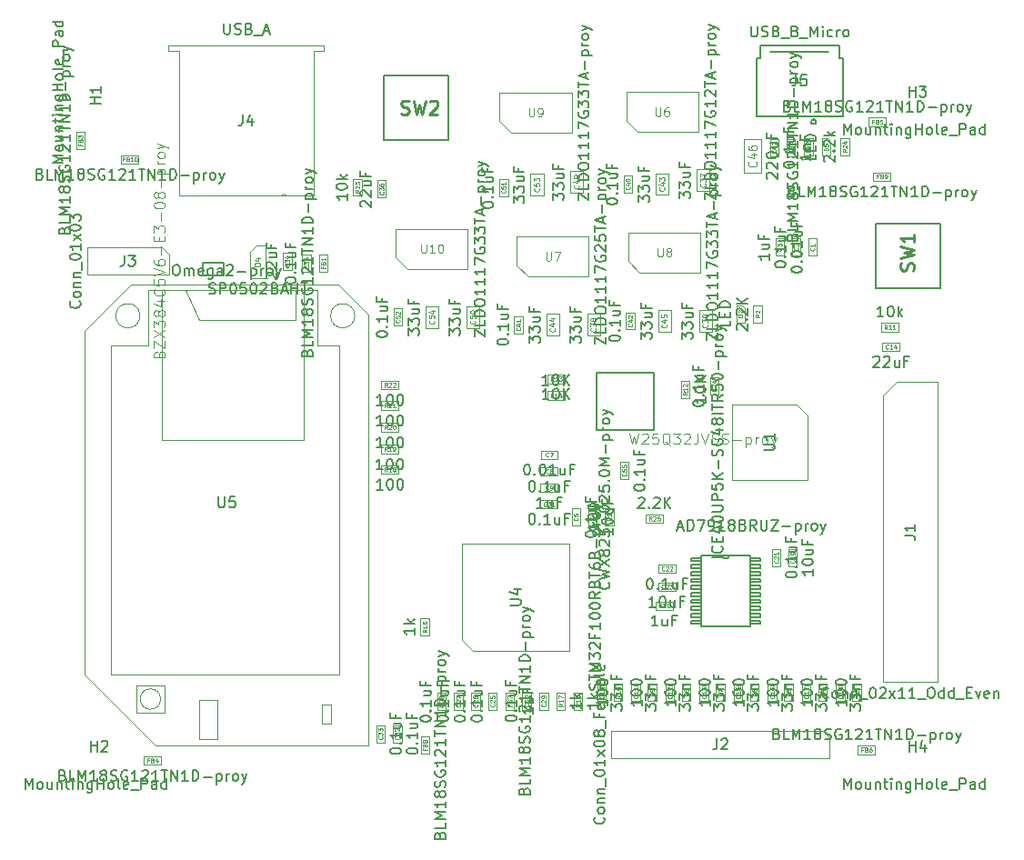
<source format=gbr>
G04 #@! TF.GenerationSoftware,KiCad,Pcbnew,5.1.4+dfsg1-1*
G04 #@! TF.CreationDate,2020-05-25T12:06:47-05:00*
G04 #@! TF.ProjectId,try1,74727931-2e6b-4696-9361-645f70636258,rev?*
G04 #@! TF.SameCoordinates,Original*
G04 #@! TF.FileFunction,Other,Fab,Top*
%FSLAX46Y46*%
G04 Gerber Fmt 4.6, Leading zero omitted, Abs format (unit mm)*
G04 Created by KiCad (PCBNEW 5.1.4+dfsg1-1) date 2020-05-25 12:06:47*
%MOMM*%
%LPD*%
G04 APERTURE LIST*
%ADD10C,0.100000*%
%ADD11C,0.152400*%
%ADD12C,0.127000*%
%ADD13C,0.200000*%
%ADD14C,0.150000*%
%ADD15C,0.060000*%
%ADD16C,0.015000*%
%ADD17C,0.120000*%
%ADD18C,0.254000*%
%ADD19C,0.080000*%
%ADD20C,0.075000*%
G04 APERTURE END LIST*
D10*
X40800000Y-52400000D02*
X39200000Y-52400000D01*
X40800000Y-51600000D02*
X40800000Y-52400000D01*
X39200000Y-51600000D02*
X40800000Y-51600000D01*
X39200000Y-52400000D02*
X39200000Y-51600000D01*
X110825000Y-54000000D02*
X109225000Y-54000000D01*
X110825000Y-53200000D02*
X110825000Y-54000000D01*
X109225000Y-53200000D02*
X110825000Y-53200000D01*
X109225000Y-54000000D02*
X109225000Y-53200000D01*
D11*
X95173800Y-88887300D02*
G75*
G03X95783400Y-88887300I304800J0D01*
G01*
X93230700Y-88887300D02*
X93230700Y-95491300D01*
X97726500Y-88887300D02*
X93230700Y-88887300D01*
X97726500Y-95491300D02*
X97726500Y-88887300D01*
X93230700Y-95491300D02*
X97726500Y-95491300D01*
X98679000Y-89111901D02*
X97726500Y-89111901D01*
X98679000Y-89416701D02*
X98679000Y-89111901D01*
X97726500Y-89416701D02*
X98679000Y-89416701D01*
X97726500Y-89111901D02*
X97726500Y-89416701D01*
X98679000Y-89761901D02*
X97726500Y-89761901D01*
X98679000Y-90066701D02*
X98679000Y-89761901D01*
X97726500Y-90066701D02*
X98679000Y-90066701D01*
X97726500Y-89761901D02*
X97726500Y-90066701D01*
X98679000Y-90411901D02*
X97726500Y-90411901D01*
X98679000Y-90716701D02*
X98679000Y-90411901D01*
X97726500Y-90716701D02*
X98679000Y-90716701D01*
X97726500Y-90411901D02*
X97726500Y-90716701D01*
X98679000Y-91061901D02*
X97726500Y-91061901D01*
X98679000Y-91366701D02*
X98679000Y-91061901D01*
X97726500Y-91366701D02*
X98679000Y-91366701D01*
X97726500Y-91061901D02*
X97726500Y-91366701D01*
X98679000Y-91711901D02*
X97726500Y-91711901D01*
X98679000Y-92016701D02*
X98679000Y-91711901D01*
X97726500Y-92016701D02*
X98679000Y-92016701D01*
X97726500Y-91711901D02*
X97726500Y-92016701D01*
X98679000Y-92361901D02*
X97726500Y-92361901D01*
X98679000Y-92666701D02*
X98679000Y-92361901D01*
X97726500Y-92666701D02*
X98679000Y-92666701D01*
X97726500Y-92361901D02*
X97726500Y-92666701D01*
X98679000Y-93011901D02*
X97726500Y-93011901D01*
X98679000Y-93316701D02*
X98679000Y-93011901D01*
X97726500Y-93316701D02*
X98679000Y-93316701D01*
X97726500Y-93011901D02*
X97726500Y-93316701D01*
X98679000Y-93661901D02*
X97726500Y-93661901D01*
X98679000Y-93966701D02*
X98679000Y-93661901D01*
X97726500Y-93966701D02*
X98679000Y-93966701D01*
X97726500Y-93661901D02*
X97726500Y-93966701D01*
X98679000Y-94311901D02*
X97726500Y-94311901D01*
X98679000Y-94616701D02*
X98679000Y-94311901D01*
X97726500Y-94616701D02*
X98679000Y-94616701D01*
X97726500Y-94311901D02*
X97726500Y-94616701D01*
X98679000Y-94961901D02*
X97726500Y-94961901D01*
X98679000Y-95266701D02*
X98679000Y-94961901D01*
X97726500Y-95266701D02*
X98679000Y-95266701D01*
X97726500Y-94961901D02*
X97726500Y-95266701D01*
X92278200Y-95266699D02*
X93230700Y-95266699D01*
X92278200Y-94961899D02*
X92278200Y-95266699D01*
X93230700Y-94961899D02*
X92278200Y-94961899D01*
X93230700Y-95266699D02*
X93230700Y-94961899D01*
X92278200Y-94616699D02*
X93230700Y-94616699D01*
X92278200Y-94311899D02*
X92278200Y-94616699D01*
X93230700Y-94311899D02*
X92278200Y-94311899D01*
X93230700Y-94616699D02*
X93230700Y-94311899D01*
X92278200Y-93966699D02*
X93230700Y-93966699D01*
X92278200Y-93661899D02*
X92278200Y-93966699D01*
X93230700Y-93661899D02*
X92278200Y-93661899D01*
X93230700Y-93966699D02*
X93230700Y-93661899D01*
X92278200Y-93316699D02*
X93230700Y-93316699D01*
X92278200Y-93011899D02*
X92278200Y-93316699D01*
X93230700Y-93011899D02*
X92278200Y-93011899D01*
X93230700Y-93316699D02*
X93230700Y-93011899D01*
X92278200Y-92666699D02*
X93230700Y-92666699D01*
X92278200Y-92361899D02*
X92278200Y-92666699D01*
X93230700Y-92361899D02*
X92278200Y-92361899D01*
X93230700Y-92666699D02*
X93230700Y-92361899D01*
X92278200Y-92016699D02*
X93230700Y-92016699D01*
X92278200Y-91711899D02*
X92278200Y-92016699D01*
X93230700Y-91711899D02*
X92278200Y-91711899D01*
X93230700Y-92016699D02*
X93230700Y-91711899D01*
X92278200Y-91366699D02*
X93230700Y-91366699D01*
X92278200Y-91061899D02*
X92278200Y-91366699D01*
X93230700Y-91061899D02*
X92278200Y-91061899D01*
X93230700Y-91366699D02*
X93230700Y-91061899D01*
X92278200Y-90716699D02*
X93230700Y-90716699D01*
X92278200Y-90411899D02*
X92278200Y-90716699D01*
X93230700Y-90411899D02*
X92278200Y-90411899D01*
X93230700Y-90716699D02*
X93230700Y-90411899D01*
X92278200Y-90066700D02*
X93230700Y-90066700D01*
X92278200Y-89761900D02*
X92278200Y-90066700D01*
X93230700Y-89761900D02*
X92278200Y-89761900D01*
X93230700Y-90066700D02*
X93230700Y-89761900D01*
X92278200Y-89416699D02*
X93230700Y-89416699D01*
X92278200Y-89111899D02*
X92278200Y-89416699D01*
X93230700Y-89111899D02*
X92278200Y-89111899D01*
X93230700Y-89416699D02*
X93230700Y-89111899D01*
D12*
X83436320Y-71860000D02*
X88816320Y-71860000D01*
X83436320Y-77240000D02*
X88816320Y-77240000D01*
X83436320Y-71860000D02*
X83436320Y-77240000D01*
X88816320Y-71860000D02*
X88816320Y-77240000D01*
D10*
X67900000Y-105775000D02*
X67900000Y-107375000D01*
X67100000Y-105775000D02*
X67900000Y-105775000D01*
X67100000Y-107375000D02*
X67100000Y-105775000D01*
X67900000Y-107375000D02*
X67100000Y-107375000D01*
X104508300Y-105219500D02*
X105143300Y-105854500D01*
X84823300Y-105219500D02*
X104508300Y-105219500D01*
X84823300Y-107759500D02*
X84823300Y-105219500D01*
X105143300Y-107759500D02*
X84823300Y-107759500D01*
X105143300Y-105854500D02*
X105143300Y-107759500D01*
X102114300Y-88290500D02*
X102114300Y-89890500D01*
X101314300Y-88290500D02*
X102114300Y-88290500D01*
X101314300Y-89890500D02*
X101314300Y-88290500D01*
X102114300Y-89890500D02*
X101314300Y-89890500D01*
X80493800Y-72840800D02*
X78893800Y-72840800D01*
X80493800Y-72040800D02*
X80493800Y-72840800D01*
X78893800Y-72040800D02*
X80493800Y-72040800D01*
X78893800Y-72840800D02*
X78893800Y-72040800D01*
X100590300Y-88276500D02*
X100590300Y-89876500D01*
X99790300Y-88276500D02*
X100590300Y-88276500D01*
X99790300Y-89876500D02*
X99790300Y-88276500D01*
X100590300Y-89876500D02*
X99790300Y-89876500D01*
X64772800Y-58487700D02*
X71472800Y-58487700D01*
X71472800Y-62187700D02*
X71472800Y-58487700D01*
X64772800Y-61137700D02*
X64772800Y-58487700D01*
X65822800Y-62187700D02*
X71472800Y-62187700D01*
X65822800Y-62187700D02*
X64772800Y-61137700D01*
X45214000Y-64158400D02*
X43014000Y-64158400D01*
X46414000Y-66958400D02*
X45214000Y-64158400D01*
X55414000Y-66958400D02*
X46414000Y-66958400D01*
X55414000Y-64158400D02*
X55414000Y-66958400D01*
X56214000Y-64158400D02*
X55414000Y-64158400D01*
X43014000Y-78158400D02*
X43014000Y-64158400D01*
X56214000Y-78158400D02*
X56214000Y-64158400D01*
X56214000Y-78158400D02*
X43014000Y-78158400D01*
X41964000Y-102258400D02*
G75*
G03X41964000Y-102258400I-50000J0D01*
G01*
X42864000Y-102258400D02*
G75*
G03X42864000Y-102258400I-950000J0D01*
G01*
X57889000Y-102808400D02*
X57889000Y-104508400D01*
X58739000Y-102808400D02*
X57889000Y-102808400D01*
X58739000Y-104508400D02*
X58739000Y-102808400D01*
X57889000Y-104508400D02*
X58739000Y-104508400D01*
X46439000Y-102308400D02*
X46439000Y-106008400D01*
X48189000Y-102308400D02*
X46439000Y-102308400D01*
X48189000Y-106008400D02*
X48189000Y-102308400D01*
X46439000Y-106008400D02*
X48189000Y-106008400D01*
X40614000Y-100958400D02*
X40614000Y-103558400D01*
X43214000Y-100958400D02*
X40614000Y-100958400D01*
X43214000Y-103558400D02*
X43214000Y-100958400D01*
X40614000Y-103558400D02*
X43214000Y-103558400D01*
X41714000Y-69358400D02*
X38214000Y-69358400D01*
X41714000Y-64158400D02*
X41714000Y-69358400D01*
X57464000Y-64158400D02*
X41714000Y-64158400D01*
X57464000Y-69358400D02*
X57464000Y-64158400D01*
X59464000Y-69358400D02*
X57464000Y-69358400D01*
X38214000Y-99958400D02*
X38214000Y-69358400D01*
X38214000Y-99958400D02*
X59464000Y-99958400D01*
X59464000Y-69358400D02*
X59464000Y-99958400D01*
X40939000Y-66558400D02*
G75*
G03X40939000Y-66558400I-1125000J0D01*
G01*
X60939000Y-66558400D02*
G75*
G03X60939000Y-66558400I-1125000J0D01*
G01*
X62214000Y-66458400D02*
X59414000Y-63658400D01*
X35814000Y-67958400D02*
X40114000Y-63658400D01*
X42414000Y-106558400D02*
X35814000Y-99958400D01*
X42414000Y-106558400D02*
X62214000Y-106558400D01*
X35814000Y-67958400D02*
X35814000Y-99958400D01*
X59414000Y-63658400D02*
X40114000Y-63658400D01*
X62214000Y-106558400D02*
X62214000Y-66458400D01*
X73374300Y-103263500D02*
X73374300Y-101663500D01*
X74174300Y-103263500D02*
X73374300Y-103263500D01*
X74174300Y-101663500D02*
X74174300Y-103263500D01*
X73374300Y-101663500D02*
X74174300Y-101663500D01*
X63054280Y-55551080D02*
X63054280Y-53951080D01*
X63854280Y-55551080D02*
X63054280Y-55551080D01*
X63854280Y-53951080D02*
X63854280Y-55551080D01*
X63054280Y-53951080D02*
X63854280Y-53951080D01*
X54260800Y-62259000D02*
X54260800Y-60659000D01*
X55060800Y-62259000D02*
X54260800Y-62259000D01*
X55060800Y-60659000D02*
X55060800Y-62259000D01*
X54260800Y-60659000D02*
X55060800Y-60659000D01*
X111677240Y-69848680D02*
X110077240Y-69848680D01*
X111677240Y-69048680D02*
X111677240Y-69848680D01*
X110077240Y-69048680D02*
X111677240Y-69048680D01*
X110077240Y-69848680D02*
X110077240Y-69048680D01*
X104451200Y-51662200D02*
X105251200Y-51662200D01*
X104451200Y-50062200D02*
X104451200Y-51662200D01*
X104951200Y-50062200D02*
X104451200Y-50062200D01*
X105251200Y-50362200D02*
X104951200Y-50062200D01*
X105251200Y-51662200D02*
X105251200Y-50362200D01*
D13*
X69670000Y-44209440D02*
X69670000Y-50209440D01*
X63670000Y-44209440D02*
X69670000Y-44209440D01*
X63670000Y-50209440D02*
X63670000Y-44209440D01*
X69670000Y-50209440D02*
X63670000Y-50209440D01*
X109445800Y-57954920D02*
X115445800Y-57954920D01*
X109445800Y-63954920D02*
X109445800Y-57954920D01*
X115445800Y-63954920D02*
X109445800Y-63954920D01*
X115445800Y-57954920D02*
X115445800Y-63954920D01*
D10*
X96462900Y-67170200D02*
X97262900Y-67170200D01*
X96462900Y-65570200D02*
X96462900Y-67170200D01*
X96962900Y-65570200D02*
X96462900Y-65570200D01*
X97262900Y-65870200D02*
X96962900Y-65570200D01*
X97262900Y-67170200D02*
X97262900Y-65870200D01*
X102055300Y-74833600D02*
X103055300Y-75833600D01*
X96055300Y-74833600D02*
X102055300Y-74833600D01*
X96055300Y-81833600D02*
X96055300Y-74833600D01*
X103055300Y-81833600D02*
X96055300Y-81833600D01*
X103055300Y-75833600D02*
X103055300Y-81833600D01*
X110130000Y-74000000D02*
X111400000Y-72730000D01*
X110130000Y-100670000D02*
X110130000Y-74000000D01*
X115210000Y-100670000D02*
X110130000Y-100670000D01*
X115210000Y-72730000D02*
X115210000Y-100670000D01*
X111400000Y-72730000D02*
X115210000Y-72730000D01*
X74429880Y-45800000D02*
X81129880Y-45800000D01*
X81129880Y-49500000D02*
X81129880Y-45800000D01*
X74429880Y-48450000D02*
X74429880Y-45800000D01*
X75479880Y-49500000D02*
X81129880Y-49500000D01*
X75479880Y-49500000D02*
X74429880Y-48450000D01*
X86426300Y-58843300D02*
X93126300Y-58843300D01*
X93126300Y-62543300D02*
X93126300Y-58843300D01*
X86426300Y-61493300D02*
X86426300Y-58843300D01*
X87476300Y-62543300D02*
X93126300Y-62543300D01*
X87476300Y-62543300D02*
X86426300Y-61493300D01*
X77067380Y-62901440D02*
X76017380Y-61851440D01*
X77067380Y-62901440D02*
X82717380Y-62901440D01*
X76017380Y-61851440D02*
X76017380Y-59201440D01*
X82717380Y-62901440D02*
X82717380Y-59201440D01*
X76017380Y-59201440D02*
X82717380Y-59201440D01*
X86210400Y-45736900D02*
X92910400Y-45736900D01*
X92910400Y-49436900D02*
X92910400Y-45736900D01*
X86210400Y-48386900D02*
X86210400Y-45736900D01*
X87260400Y-49436900D02*
X92910400Y-49436900D01*
X87260400Y-49436900D02*
X86210400Y-48386900D01*
X75761800Y-101663500D02*
X75761800Y-103263500D01*
X74961800Y-101663500D02*
X75761800Y-101663500D01*
X74961800Y-103263500D02*
X74961800Y-101663500D01*
X75761800Y-103263500D02*
X74961800Y-103263500D01*
D13*
X48762600Y-62830000D02*
X48762600Y-61630000D01*
X46762600Y-62830000D02*
X48762600Y-62830000D01*
X46762600Y-61630000D02*
X46762600Y-62830000D01*
X48762600Y-61630000D02*
X46762600Y-61630000D01*
D10*
X107785000Y-106600000D02*
X109385000Y-106600000D01*
X107785000Y-107400000D02*
X107785000Y-106600000D01*
X109385000Y-107400000D02*
X107785000Y-107400000D01*
X109385000Y-106600000D02*
X109385000Y-107400000D01*
X108787000Y-48114000D02*
X110387000Y-48114000D01*
X108787000Y-48914000D02*
X108787000Y-48114000D01*
X110387000Y-48914000D02*
X108787000Y-48914000D01*
X110387000Y-48114000D02*
X110387000Y-48914000D01*
X42901800Y-108400000D02*
X41301800Y-108400000D01*
X42901800Y-107600000D02*
X42901800Y-108400000D01*
X41301800Y-107600000D02*
X42901800Y-107600000D01*
X41301800Y-108400000D02*
X41301800Y-107600000D01*
X35007600Y-51041200D02*
X35007600Y-49441200D01*
X35807600Y-51041200D02*
X35007600Y-51041200D01*
X35807600Y-49441200D02*
X35807600Y-51041200D01*
X35007600Y-49441200D02*
X35807600Y-49441200D01*
X102774800Y-51662200D02*
X102774800Y-50062200D01*
X103574800Y-51662200D02*
X102774800Y-51662200D01*
X103574800Y-50062200D02*
X103574800Y-51662200D01*
X102774800Y-50062200D02*
X103574800Y-50062200D01*
X57613600Y-62459800D02*
X57613600Y-60859800D01*
X58413600Y-62459800D02*
X57613600Y-62459800D01*
X58413600Y-60859800D02*
X58413600Y-62459800D01*
X57613600Y-60859800D02*
X58413600Y-60859800D01*
X103155800Y-60973900D02*
X103155800Y-59373900D01*
X103955800Y-60973900D02*
X103155800Y-60973900D01*
X103955800Y-59373900D02*
X103955800Y-60973900D01*
X103155800Y-59373900D02*
X103955800Y-59373900D01*
X101631800Y-60973900D02*
X101631800Y-59373900D01*
X102431800Y-60973900D02*
X101631800Y-60973900D01*
X102431800Y-59373900D02*
X102431800Y-60973900D01*
X101631800Y-59373900D02*
X102431800Y-59373900D01*
X100107800Y-60973900D02*
X100107800Y-59373900D01*
X100907800Y-60973900D02*
X100107800Y-60973900D01*
X100907800Y-59373900D02*
X100907800Y-60973900D01*
X100107800Y-59373900D02*
X100907800Y-59373900D01*
X83470700Y-84491900D02*
X83470700Y-86091900D01*
X82670700Y-84491900D02*
X83470700Y-84491900D01*
X82670700Y-86091900D02*
X82670700Y-84491900D01*
X83470700Y-86091900D02*
X82670700Y-86091900D01*
X81934000Y-84504600D02*
X81934000Y-86104600D01*
X81134000Y-84504600D02*
X81934000Y-84504600D01*
X81134000Y-86104600D02*
X81134000Y-84504600D01*
X81934000Y-86104600D02*
X81134000Y-86104600D01*
X79848144Y-79906801D02*
X78248144Y-79906801D01*
X79848144Y-79106801D02*
X79848144Y-79906801D01*
X78248144Y-79106801D02*
X79848144Y-79106801D01*
X78248144Y-79906801D02*
X78248144Y-79106801D01*
X79846100Y-81448300D02*
X78246100Y-81448300D01*
X79846100Y-80648300D02*
X79846100Y-81448300D01*
X78246100Y-80648300D02*
X79846100Y-80648300D01*
X78246100Y-81448300D02*
X78246100Y-80648300D01*
X79846100Y-82972300D02*
X78246100Y-82972300D01*
X79846100Y-82172300D02*
X79846100Y-82972300D01*
X78246100Y-82172300D02*
X79846100Y-82172300D01*
X78246100Y-82972300D02*
X78246100Y-82172300D01*
X84334300Y-100849500D02*
X84334300Y-102449500D01*
X83534300Y-100849500D02*
X84334300Y-100849500D01*
X83534300Y-102449500D02*
X83534300Y-100849500D01*
X84334300Y-102449500D02*
X83534300Y-102449500D01*
X87509300Y-100849500D02*
X87509300Y-102449500D01*
X86709300Y-100849500D02*
X87509300Y-100849500D01*
X86709300Y-102449500D02*
X86709300Y-100849500D01*
X87509300Y-102449500D02*
X86709300Y-102449500D01*
X90684300Y-100849500D02*
X90684300Y-102449500D01*
X89884300Y-100849500D02*
X90684300Y-100849500D01*
X89884300Y-102449500D02*
X89884300Y-100849500D01*
X90684300Y-102449500D02*
X89884300Y-102449500D01*
X93859300Y-100849500D02*
X93859300Y-102449500D01*
X93059300Y-100849500D02*
X93859300Y-100849500D01*
X93059300Y-102449500D02*
X93059300Y-100849500D01*
X93859300Y-102449500D02*
X93059300Y-102449500D01*
X97034300Y-100849500D02*
X97034300Y-102449500D01*
X96234300Y-100849500D02*
X97034300Y-100849500D01*
X96234300Y-102449500D02*
X96234300Y-100849500D01*
X97034300Y-102449500D02*
X96234300Y-102449500D01*
X100209300Y-100849500D02*
X100209300Y-102449500D01*
X99409300Y-100849500D02*
X100209300Y-100849500D01*
X99409300Y-102449500D02*
X99409300Y-100849500D01*
X100209300Y-102449500D02*
X99409300Y-102449500D01*
X103384300Y-100849500D02*
X103384300Y-102449500D01*
X102584300Y-100849500D02*
X103384300Y-100849500D01*
X102584300Y-102449500D02*
X102584300Y-100849500D01*
X103384300Y-102449500D02*
X102584300Y-102449500D01*
X106559300Y-100849500D02*
X106559300Y-102449500D01*
X105759300Y-100849500D02*
X106559300Y-100849500D01*
X105759300Y-102449500D02*
X105759300Y-100849500D01*
X106559300Y-102449500D02*
X105759300Y-102449500D01*
X90554680Y-93963440D02*
X88954680Y-93963440D01*
X90554680Y-93163440D02*
X90554680Y-93963440D01*
X88954680Y-93163440D02*
X90554680Y-93163440D01*
X88954680Y-93963440D02*
X88954680Y-93163440D01*
X90817440Y-90519200D02*
X89217440Y-90519200D01*
X90817440Y-89719200D02*
X90817440Y-90519200D01*
X89217440Y-89719200D02*
X90817440Y-89719200D01*
X89217440Y-90519200D02*
X89217440Y-89719200D01*
X90798360Y-92200000D02*
X89198360Y-92200000D01*
X90798360Y-91400000D02*
X90798360Y-92200000D01*
X89198360Y-91400000D02*
X90798360Y-91400000D01*
X89198360Y-92200000D02*
X89198360Y-91400000D01*
X94006720Y-73894880D02*
X94006720Y-72294880D01*
X94806720Y-73894880D02*
X94006720Y-73894880D01*
X94806720Y-72294880D02*
X94806720Y-73894880D01*
X94006720Y-72294880D02*
X94806720Y-72294880D01*
X71786800Y-103277500D02*
X71786800Y-101677500D01*
X72586800Y-103277500D02*
X71786800Y-103277500D01*
X72586800Y-101677500D02*
X72586800Y-103277500D01*
X71786800Y-101677500D02*
X72586800Y-101677500D01*
X70199300Y-103277500D02*
X70199300Y-101677500D01*
X70999300Y-103277500D02*
X70199300Y-103277500D01*
X70999300Y-101677500D02*
X70999300Y-103277500D01*
X70199300Y-101677500D02*
X70999300Y-101677500D01*
X68611800Y-103277500D02*
X68611800Y-101677500D01*
X69411800Y-103277500D02*
X68611800Y-103277500D01*
X69411800Y-101677500D02*
X69411800Y-103277500D01*
X68611800Y-101677500D02*
X69411800Y-101677500D01*
X78136800Y-103249500D02*
X78136800Y-101649500D01*
X78936800Y-103249500D02*
X78136800Y-103249500D01*
X78936800Y-101649500D02*
X78936800Y-103249500D01*
X78136800Y-101649500D02*
X78936800Y-101649500D01*
X76549300Y-103249500D02*
X76549300Y-101649500D01*
X77349300Y-103249500D02*
X76549300Y-103249500D01*
X77349300Y-101649500D02*
X77349300Y-103249500D01*
X76549300Y-101649500D02*
X77349300Y-101649500D01*
X65300000Y-104691800D02*
X65300000Y-106291800D01*
X64500000Y-104691800D02*
X65300000Y-104691800D01*
X64500000Y-106291800D02*
X64500000Y-104691800D01*
X65300000Y-106291800D02*
X64500000Y-106291800D01*
X63750000Y-104691800D02*
X63750000Y-106291800D01*
X62950000Y-104691800D02*
X63750000Y-104691800D01*
X62950000Y-106291800D02*
X62950000Y-104691800D01*
X63750000Y-106291800D02*
X62950000Y-106291800D01*
X56038800Y-62459800D02*
X56038800Y-60859800D01*
X56838800Y-62459800D02*
X56038800Y-62459800D01*
X56838800Y-60859800D02*
X56838800Y-62459800D01*
X56038800Y-60859800D02*
X56838800Y-60859800D01*
X92770400Y-54936900D02*
X92770400Y-52936900D01*
X93970400Y-54936900D02*
X92770400Y-54936900D01*
X93970400Y-52936900D02*
X93970400Y-54936900D01*
X92770400Y-52936900D02*
X93970400Y-52936900D01*
X82577380Y-66401440D02*
X83777380Y-66401440D01*
X83777380Y-66401440D02*
X83777380Y-68401440D01*
X83777380Y-68401440D02*
X82577380Y-68401440D01*
X82577380Y-68401440D02*
X82577380Y-66401440D01*
X92986300Y-68043300D02*
X92986300Y-66043300D01*
X94186300Y-68043300D02*
X92986300Y-68043300D01*
X94186300Y-66043300D02*
X94186300Y-68043300D01*
X92986300Y-66043300D02*
X94186300Y-66043300D01*
X85975240Y-55097580D02*
X85975240Y-53497580D01*
X86775240Y-55097580D02*
X85975240Y-55097580D01*
X86775240Y-53497580D02*
X86775240Y-55097580D01*
X85975240Y-53497580D02*
X86775240Y-53497580D01*
X75792380Y-66601440D02*
X76592380Y-66601440D01*
X76592380Y-66601440D02*
X76592380Y-68201440D01*
X76592380Y-68201440D02*
X75792380Y-68201440D01*
X75792380Y-68201440D02*
X75792380Y-66601440D01*
X86201300Y-67843300D02*
X86201300Y-66243300D01*
X87001300Y-67843300D02*
X86201300Y-67843300D01*
X87001300Y-66243300D02*
X87001300Y-67843300D01*
X86201300Y-66243300D02*
X87001300Y-66243300D01*
X88950240Y-55297580D02*
X88950240Y-53297580D01*
X90150240Y-55297580D02*
X88950240Y-55297580D01*
X90150240Y-53297580D02*
X90150240Y-55297580D01*
X88950240Y-53297580D02*
X90150240Y-53297580D01*
X78767380Y-66401440D02*
X79967380Y-66401440D01*
X79967380Y-66401440D02*
X79967380Y-68401440D01*
X79967380Y-68401440D02*
X78767380Y-68401440D01*
X78767380Y-68401440D02*
X78767380Y-66401440D01*
X89176300Y-68043300D02*
X89176300Y-66043300D01*
X90376300Y-68043300D02*
X89176300Y-68043300D01*
X90376300Y-66043300D02*
X90376300Y-68043300D01*
X89176300Y-66043300D02*
X90376300Y-66043300D01*
X98793200Y-50077900D02*
X98793200Y-53277900D01*
X97193200Y-50077900D02*
X98793200Y-50077900D01*
X97193200Y-53277900D02*
X97193200Y-50077900D01*
X98793200Y-53277900D02*
X97193200Y-53277900D01*
X100387100Y-50101600D02*
X100387100Y-51701600D01*
X99587100Y-50101600D02*
X100387100Y-50101600D01*
X99587100Y-51701600D02*
X99587100Y-50101600D01*
X100387100Y-51701600D02*
X99587100Y-51701600D01*
X101911100Y-50101600D02*
X101911100Y-51701600D01*
X101111100Y-50101600D02*
X101911100Y-50101600D01*
X101111100Y-51701600D02*
X101111100Y-50101600D01*
X101911100Y-51701600D02*
X101111100Y-51701600D01*
X80989880Y-55075000D02*
X80989880Y-53075000D01*
X82189880Y-55075000D02*
X80989880Y-55075000D01*
X82189880Y-53075000D02*
X82189880Y-55075000D01*
X80989880Y-53075000D02*
X82189880Y-53075000D01*
X71332800Y-67687700D02*
X71332800Y-65687700D01*
X72532800Y-67687700D02*
X71332800Y-67687700D01*
X72532800Y-65687700D02*
X72532800Y-67687700D01*
X71332800Y-65687700D02*
X72532800Y-65687700D01*
X74403000Y-55429080D02*
X74403000Y-53829080D01*
X75203000Y-55429080D02*
X74403000Y-55429080D01*
X75203000Y-53829080D02*
X75203000Y-55429080D01*
X74403000Y-53829080D02*
X75203000Y-53829080D01*
X64547800Y-67487700D02*
X64547800Y-65887700D01*
X65347800Y-67487700D02*
X64547800Y-67487700D01*
X65347800Y-65887700D02*
X65347800Y-67487700D01*
X64547800Y-65887700D02*
X65347800Y-65887700D01*
X77306880Y-55352080D02*
X77306880Y-53352080D01*
X78506880Y-55352080D02*
X77306880Y-55352080D01*
X78506880Y-53352080D02*
X78506880Y-55352080D01*
X77306880Y-53352080D02*
X78506880Y-53352080D01*
X67522800Y-67687700D02*
X67522800Y-65687700D01*
X68722800Y-67687700D02*
X67522800Y-67687700D01*
X68722800Y-65687700D02*
X68722800Y-67687700D01*
X67522800Y-65687700D02*
X68722800Y-65687700D01*
X86455200Y-80163800D02*
X86455200Y-81763800D01*
X85655200Y-80163800D02*
X86455200Y-80163800D01*
X85655200Y-81763800D02*
X85655200Y-80163800D01*
X86455200Y-81763800D02*
X85655200Y-81763800D01*
X51201600Y-63074400D02*
X52601600Y-63074400D01*
X52601600Y-60034400D02*
X52601600Y-63074400D01*
X51201600Y-60604400D02*
X51751600Y-60034400D01*
X51751600Y-60034400D02*
X52601600Y-60034400D01*
X51201600Y-60604400D02*
X51201600Y-63054400D01*
X43002200Y-60198000D02*
X43637200Y-60833000D01*
X36017200Y-60198000D02*
X43002200Y-60198000D01*
X36017200Y-62738000D02*
X36017200Y-60198000D01*
X43637200Y-62738000D02*
X36017200Y-62738000D01*
X43637200Y-60833000D02*
X43637200Y-62738000D01*
X43585680Y-41896480D02*
X43585680Y-41396480D01*
X44585680Y-41896480D02*
X43585680Y-41896480D01*
X58085680Y-41896480D02*
X57085680Y-41896480D01*
X58085680Y-41396480D02*
X58085680Y-41896480D01*
X58085680Y-41396480D02*
X43585680Y-41396480D01*
X57085680Y-41896480D02*
X57085680Y-55396480D01*
X57085680Y-55396480D02*
X44585680Y-55396480D01*
X44585680Y-41896480D02*
X44585680Y-55396480D01*
X54585680Y-55396480D02*
X54335680Y-55146480D01*
X54335680Y-55146480D02*
X54085680Y-55396480D01*
D14*
X103437000Y-48670000D02*
X103437000Y-48445000D01*
X103887000Y-48670000D02*
X103437000Y-48670000D01*
X103887000Y-48445000D02*
X103887000Y-48670000D01*
X103662000Y-48270000D02*
X103887000Y-48445000D01*
X103437000Y-48445000D02*
X103662000Y-48270000D01*
X105062000Y-41970000D02*
X99662000Y-41970000D01*
X98362000Y-47970000D02*
X106362000Y-47970000D01*
X98362000Y-42570000D02*
X98362000Y-47970000D01*
X98662000Y-42570000D02*
X98362000Y-42570000D01*
X98662000Y-41370000D02*
X98662000Y-42570000D01*
X106062000Y-41370000D02*
X98662000Y-41370000D01*
X106062000Y-42570000D02*
X106062000Y-41370000D01*
X106362000Y-42570000D02*
X106062000Y-42570000D01*
X106362000Y-47970000D02*
X106362000Y-42570000D01*
D10*
X84232800Y-86104600D02*
X84232800Y-84504600D01*
X85032800Y-86104600D02*
X84232800Y-86104600D01*
X85032800Y-84504600D02*
X85032800Y-86104600D01*
X84232800Y-84504600D02*
X85032800Y-84504600D01*
X98050400Y-67184200D02*
X98050400Y-65584200D01*
X98850400Y-67184200D02*
X98050400Y-67184200D01*
X98850400Y-65584200D02*
X98850400Y-67184200D01*
X98050400Y-65584200D02*
X98850400Y-65584200D01*
X107283300Y-102449500D02*
X107283300Y-100849500D01*
X108083300Y-102449500D02*
X107283300Y-102449500D01*
X108083300Y-100849500D02*
X108083300Y-102449500D01*
X107283300Y-100849500D02*
X108083300Y-100849500D01*
X104108300Y-102449500D02*
X104108300Y-100849500D01*
X104908300Y-102449500D02*
X104108300Y-102449500D01*
X104908300Y-100849500D02*
X104908300Y-102449500D01*
X104108300Y-100849500D02*
X104908300Y-100849500D01*
X100933300Y-102449500D02*
X100933300Y-100849500D01*
X101733300Y-102449500D02*
X100933300Y-102449500D01*
X101733300Y-100849500D02*
X101733300Y-102449500D01*
X100933300Y-100849500D02*
X101733300Y-100849500D01*
X97758300Y-102449500D02*
X97758300Y-100849500D01*
X98558300Y-102449500D02*
X97758300Y-102449500D01*
X98558300Y-100849500D02*
X98558300Y-102449500D01*
X97758300Y-100849500D02*
X98558300Y-100849500D01*
X94583300Y-102449500D02*
X94583300Y-100849500D01*
X95383300Y-102449500D02*
X94583300Y-102449500D01*
X95383300Y-100849500D02*
X95383300Y-102449500D01*
X94583300Y-100849500D02*
X95383300Y-100849500D01*
X91408300Y-102449500D02*
X91408300Y-100849500D01*
X92208300Y-102449500D02*
X91408300Y-102449500D01*
X92208300Y-100849500D02*
X92208300Y-102449500D01*
X91408300Y-100849500D02*
X92208300Y-100849500D01*
X88233300Y-102449500D02*
X88233300Y-100849500D01*
X89033300Y-102449500D02*
X88233300Y-102449500D01*
X89033300Y-100849500D02*
X89033300Y-102449500D01*
X88233300Y-100849500D02*
X89033300Y-100849500D01*
X85058300Y-102449500D02*
X85058300Y-100849500D01*
X85858300Y-102449500D02*
X85058300Y-102449500D01*
X85858300Y-100849500D02*
X85858300Y-102449500D01*
X85058300Y-100849500D02*
X85858300Y-100849500D01*
X109954160Y-67224960D02*
X111554160Y-67224960D01*
X109954160Y-68024960D02*
X109954160Y-67224960D01*
X111554160Y-68024960D02*
X109954160Y-68024960D01*
X111554160Y-67224960D02*
X111554160Y-68024960D01*
X92114320Y-72614920D02*
X92114320Y-74214920D01*
X91314320Y-72614920D02*
X92114320Y-72614920D01*
X91314320Y-74214920D02*
X91314320Y-72614920D01*
X92114320Y-74214920D02*
X91314320Y-74214920D01*
X78875000Y-73600000D02*
X80475000Y-73600000D01*
X78875000Y-74400000D02*
X78875000Y-73600000D01*
X80475000Y-74400000D02*
X78875000Y-74400000D01*
X80475000Y-73600000D02*
X80475000Y-74400000D01*
X82111800Y-101663500D02*
X82111800Y-103263500D01*
X81311800Y-101663500D02*
X82111800Y-101663500D01*
X81311800Y-103263500D02*
X81311800Y-101663500D01*
X82111800Y-103263500D02*
X81311800Y-103263500D01*
X67062400Y-96343400D02*
X67062400Y-94743400D01*
X67862400Y-96343400D02*
X67062400Y-96343400D01*
X67862400Y-94743400D02*
X67862400Y-96343400D01*
X67062400Y-94743400D02*
X67862400Y-94743400D01*
X80524300Y-101649500D02*
X80524300Y-103249500D01*
X79724300Y-101649500D02*
X80524300Y-101649500D01*
X79724300Y-103249500D02*
X79724300Y-101649500D01*
X80524300Y-103249500D02*
X79724300Y-103249500D01*
X65022600Y-77362000D02*
X63422600Y-77362000D01*
X65022600Y-76562000D02*
X65022600Y-77362000D01*
X63422600Y-76562000D02*
X65022600Y-76562000D01*
X63422600Y-77362000D02*
X63422600Y-76562000D01*
X65022600Y-75330000D02*
X63422600Y-75330000D01*
X65022600Y-74530000D02*
X65022600Y-75330000D01*
X63422600Y-74530000D02*
X65022600Y-74530000D01*
X63422600Y-75330000D02*
X63422600Y-74530000D01*
X65022600Y-73399600D02*
X63422600Y-73399600D01*
X65022600Y-72599600D02*
X65022600Y-73399600D01*
X63422600Y-72599600D02*
X65022600Y-72599600D01*
X63422600Y-73399600D02*
X63422600Y-72599600D01*
X60803840Y-55393520D02*
X60803840Y-53793520D01*
X61603840Y-55393520D02*
X60803840Y-55393520D01*
X61603840Y-53793520D02*
X61603840Y-55393520D01*
X60803840Y-53793520D02*
X61603840Y-53793520D01*
X106178400Y-51600000D02*
X106178400Y-50000000D01*
X106978400Y-51600000D02*
X106178400Y-51600000D01*
X106978400Y-50000000D02*
X106978400Y-51600000D01*
X106178400Y-50000000D02*
X106978400Y-50000000D01*
X88049200Y-85045600D02*
X89649200Y-85045600D01*
X88049200Y-85845600D02*
X88049200Y-85045600D01*
X89649200Y-85845600D02*
X88049200Y-85845600D01*
X89649200Y-85045600D02*
X89649200Y-85845600D01*
X71946000Y-97760800D02*
X70946000Y-96760800D01*
X80946000Y-97760800D02*
X71946000Y-97760800D01*
X80946000Y-87760800D02*
X80946000Y-97760800D01*
X70946000Y-87760800D02*
X80946000Y-87760800D01*
X70946000Y-96760800D02*
X70946000Y-87760800D01*
X79832100Y-84496300D02*
X78232100Y-84496300D01*
X79832100Y-83696300D02*
X79832100Y-84496300D01*
X78232100Y-83696300D02*
X79832100Y-83696300D01*
X78232100Y-84496300D02*
X78232100Y-83696300D01*
X65022600Y-81273600D02*
X63422600Y-81273600D01*
X65022600Y-80473600D02*
X65022600Y-81273600D01*
X63422600Y-80473600D02*
X65022600Y-80473600D01*
X63422600Y-81273600D02*
X63422600Y-80473600D01*
X64999800Y-79394000D02*
X63399800Y-79394000D01*
X64999800Y-78594000D02*
X64999800Y-79394000D01*
X63399800Y-78594000D02*
X64999800Y-78594000D01*
X63399800Y-79394000D02*
X63399800Y-78594000D01*
D14*
X31642857Y-53358571D02*
X31785714Y-53406190D01*
X31833333Y-53453809D01*
X31880952Y-53549047D01*
X31880952Y-53691904D01*
X31833333Y-53787142D01*
X31785714Y-53834761D01*
X31690476Y-53882380D01*
X31309523Y-53882380D01*
X31309523Y-52882380D01*
X31642857Y-52882380D01*
X31738095Y-52930000D01*
X31785714Y-52977619D01*
X31833333Y-53072857D01*
X31833333Y-53168095D01*
X31785714Y-53263333D01*
X31738095Y-53310952D01*
X31642857Y-53358571D01*
X31309523Y-53358571D01*
X32785714Y-53882380D02*
X32309523Y-53882380D01*
X32309523Y-52882380D01*
X33119047Y-53882380D02*
X33119047Y-52882380D01*
X33452380Y-53596666D01*
X33785714Y-52882380D01*
X33785714Y-53882380D01*
X34785714Y-53882380D02*
X34214285Y-53882380D01*
X34500000Y-53882380D02*
X34500000Y-52882380D01*
X34404761Y-53025238D01*
X34309523Y-53120476D01*
X34214285Y-53168095D01*
X35357142Y-53310952D02*
X35261904Y-53263333D01*
X35214285Y-53215714D01*
X35166666Y-53120476D01*
X35166666Y-53072857D01*
X35214285Y-52977619D01*
X35261904Y-52930000D01*
X35357142Y-52882380D01*
X35547619Y-52882380D01*
X35642857Y-52930000D01*
X35690476Y-52977619D01*
X35738095Y-53072857D01*
X35738095Y-53120476D01*
X35690476Y-53215714D01*
X35642857Y-53263333D01*
X35547619Y-53310952D01*
X35357142Y-53310952D01*
X35261904Y-53358571D01*
X35214285Y-53406190D01*
X35166666Y-53501428D01*
X35166666Y-53691904D01*
X35214285Y-53787142D01*
X35261904Y-53834761D01*
X35357142Y-53882380D01*
X35547619Y-53882380D01*
X35642857Y-53834761D01*
X35690476Y-53787142D01*
X35738095Y-53691904D01*
X35738095Y-53501428D01*
X35690476Y-53406190D01*
X35642857Y-53358571D01*
X35547619Y-53310952D01*
X36119047Y-53834761D02*
X36261904Y-53882380D01*
X36500000Y-53882380D01*
X36595238Y-53834761D01*
X36642857Y-53787142D01*
X36690476Y-53691904D01*
X36690476Y-53596666D01*
X36642857Y-53501428D01*
X36595238Y-53453809D01*
X36500000Y-53406190D01*
X36309523Y-53358571D01*
X36214285Y-53310952D01*
X36166666Y-53263333D01*
X36119047Y-53168095D01*
X36119047Y-53072857D01*
X36166666Y-52977619D01*
X36214285Y-52930000D01*
X36309523Y-52882380D01*
X36547619Y-52882380D01*
X36690476Y-52930000D01*
X37642857Y-52930000D02*
X37547619Y-52882380D01*
X37404761Y-52882380D01*
X37261904Y-52930000D01*
X37166666Y-53025238D01*
X37119047Y-53120476D01*
X37071428Y-53310952D01*
X37071428Y-53453809D01*
X37119047Y-53644285D01*
X37166666Y-53739523D01*
X37261904Y-53834761D01*
X37404761Y-53882380D01*
X37500000Y-53882380D01*
X37642857Y-53834761D01*
X37690476Y-53787142D01*
X37690476Y-53453809D01*
X37500000Y-53453809D01*
X38642857Y-53882380D02*
X38071428Y-53882380D01*
X38357142Y-53882380D02*
X38357142Y-52882380D01*
X38261904Y-53025238D01*
X38166666Y-53120476D01*
X38071428Y-53168095D01*
X39023809Y-52977619D02*
X39071428Y-52930000D01*
X39166666Y-52882380D01*
X39404761Y-52882380D01*
X39500000Y-52930000D01*
X39547619Y-52977619D01*
X39595238Y-53072857D01*
X39595238Y-53168095D01*
X39547619Y-53310952D01*
X38976190Y-53882380D01*
X39595238Y-53882380D01*
X40547619Y-53882380D02*
X39976190Y-53882380D01*
X40261904Y-53882380D02*
X40261904Y-52882380D01*
X40166666Y-53025238D01*
X40071428Y-53120476D01*
X39976190Y-53168095D01*
X40833333Y-52882380D02*
X41404761Y-52882380D01*
X41119047Y-53882380D02*
X41119047Y-52882380D01*
X41738095Y-53882380D02*
X41738095Y-52882380D01*
X42309523Y-53882380D01*
X42309523Y-52882380D01*
X43309523Y-53882380D02*
X42738095Y-53882380D01*
X43023809Y-53882380D02*
X43023809Y-52882380D01*
X42928571Y-53025238D01*
X42833333Y-53120476D01*
X42738095Y-53168095D01*
X43738095Y-53882380D02*
X43738095Y-52882380D01*
X43976190Y-52882380D01*
X44119047Y-52930000D01*
X44214285Y-53025238D01*
X44261904Y-53120476D01*
X44309523Y-53310952D01*
X44309523Y-53453809D01*
X44261904Y-53644285D01*
X44214285Y-53739523D01*
X44119047Y-53834761D01*
X43976190Y-53882380D01*
X43738095Y-53882380D01*
X44738095Y-53501428D02*
X45500000Y-53501428D01*
X45976190Y-53215714D02*
X45976190Y-54215714D01*
X45976190Y-53263333D02*
X46071428Y-53215714D01*
X46261904Y-53215714D01*
X46357142Y-53263333D01*
X46404761Y-53310952D01*
X46452380Y-53406190D01*
X46452380Y-53691904D01*
X46404761Y-53787142D01*
X46357142Y-53834761D01*
X46261904Y-53882380D01*
X46071428Y-53882380D01*
X45976190Y-53834761D01*
X46880952Y-53882380D02*
X46880952Y-53215714D01*
X46880952Y-53406190D02*
X46928571Y-53310952D01*
X46976190Y-53263333D01*
X47071428Y-53215714D01*
X47166666Y-53215714D01*
X47642857Y-53882380D02*
X47547619Y-53834761D01*
X47500000Y-53787142D01*
X47452380Y-53691904D01*
X47452380Y-53406190D01*
X47500000Y-53310952D01*
X47547619Y-53263333D01*
X47642857Y-53215714D01*
X47785714Y-53215714D01*
X47880952Y-53263333D01*
X47928571Y-53310952D01*
X47976190Y-53406190D01*
X47976190Y-53691904D01*
X47928571Y-53787142D01*
X47880952Y-53834761D01*
X47785714Y-53882380D01*
X47642857Y-53882380D01*
X48309523Y-53215714D02*
X48547619Y-53882380D01*
X48785714Y-53215714D02*
X48547619Y-53882380D01*
X48452380Y-54120476D01*
X48404761Y-54168095D01*
X48309523Y-54215714D01*
D15*
X39476190Y-51971428D02*
X39342857Y-51971428D01*
X39342857Y-52180952D02*
X39342857Y-51780952D01*
X39533333Y-51780952D01*
X39819047Y-51971428D02*
X39876190Y-51990476D01*
X39895238Y-52009523D01*
X39914285Y-52047619D01*
X39914285Y-52104761D01*
X39895238Y-52142857D01*
X39876190Y-52161904D01*
X39838095Y-52180952D01*
X39685714Y-52180952D01*
X39685714Y-51780952D01*
X39819047Y-51780952D01*
X39857142Y-51800000D01*
X39876190Y-51819047D01*
X39895238Y-51857142D01*
X39895238Y-51895238D01*
X39876190Y-51933333D01*
X39857142Y-51952380D01*
X39819047Y-51971428D01*
X39685714Y-51971428D01*
X40295238Y-52180952D02*
X40066666Y-52180952D01*
X40180952Y-52180952D02*
X40180952Y-51780952D01*
X40142857Y-51838095D01*
X40104761Y-51876190D01*
X40066666Y-51895238D01*
X40542857Y-51780952D02*
X40580952Y-51780952D01*
X40619047Y-51800000D01*
X40638095Y-51819047D01*
X40657142Y-51857142D01*
X40676190Y-51933333D01*
X40676190Y-52028571D01*
X40657142Y-52104761D01*
X40638095Y-52142857D01*
X40619047Y-52161904D01*
X40580952Y-52180952D01*
X40542857Y-52180952D01*
X40504761Y-52161904D01*
X40485714Y-52142857D01*
X40466666Y-52104761D01*
X40447619Y-52028571D01*
X40447619Y-51933333D01*
X40466666Y-51857142D01*
X40485714Y-51819047D01*
X40504761Y-51800000D01*
X40542857Y-51780952D01*
D14*
X101667857Y-54958571D02*
X101810714Y-55006190D01*
X101858333Y-55053809D01*
X101905952Y-55149047D01*
X101905952Y-55291904D01*
X101858333Y-55387142D01*
X101810714Y-55434761D01*
X101715476Y-55482380D01*
X101334523Y-55482380D01*
X101334523Y-54482380D01*
X101667857Y-54482380D01*
X101763095Y-54530000D01*
X101810714Y-54577619D01*
X101858333Y-54672857D01*
X101858333Y-54768095D01*
X101810714Y-54863333D01*
X101763095Y-54910952D01*
X101667857Y-54958571D01*
X101334523Y-54958571D01*
X102810714Y-55482380D02*
X102334523Y-55482380D01*
X102334523Y-54482380D01*
X103144047Y-55482380D02*
X103144047Y-54482380D01*
X103477380Y-55196666D01*
X103810714Y-54482380D01*
X103810714Y-55482380D01*
X104810714Y-55482380D02*
X104239285Y-55482380D01*
X104525000Y-55482380D02*
X104525000Y-54482380D01*
X104429761Y-54625238D01*
X104334523Y-54720476D01*
X104239285Y-54768095D01*
X105382142Y-54910952D02*
X105286904Y-54863333D01*
X105239285Y-54815714D01*
X105191666Y-54720476D01*
X105191666Y-54672857D01*
X105239285Y-54577619D01*
X105286904Y-54530000D01*
X105382142Y-54482380D01*
X105572619Y-54482380D01*
X105667857Y-54530000D01*
X105715476Y-54577619D01*
X105763095Y-54672857D01*
X105763095Y-54720476D01*
X105715476Y-54815714D01*
X105667857Y-54863333D01*
X105572619Y-54910952D01*
X105382142Y-54910952D01*
X105286904Y-54958571D01*
X105239285Y-55006190D01*
X105191666Y-55101428D01*
X105191666Y-55291904D01*
X105239285Y-55387142D01*
X105286904Y-55434761D01*
X105382142Y-55482380D01*
X105572619Y-55482380D01*
X105667857Y-55434761D01*
X105715476Y-55387142D01*
X105763095Y-55291904D01*
X105763095Y-55101428D01*
X105715476Y-55006190D01*
X105667857Y-54958571D01*
X105572619Y-54910952D01*
X106144047Y-55434761D02*
X106286904Y-55482380D01*
X106525000Y-55482380D01*
X106620238Y-55434761D01*
X106667857Y-55387142D01*
X106715476Y-55291904D01*
X106715476Y-55196666D01*
X106667857Y-55101428D01*
X106620238Y-55053809D01*
X106525000Y-55006190D01*
X106334523Y-54958571D01*
X106239285Y-54910952D01*
X106191666Y-54863333D01*
X106144047Y-54768095D01*
X106144047Y-54672857D01*
X106191666Y-54577619D01*
X106239285Y-54530000D01*
X106334523Y-54482380D01*
X106572619Y-54482380D01*
X106715476Y-54530000D01*
X107667857Y-54530000D02*
X107572619Y-54482380D01*
X107429761Y-54482380D01*
X107286904Y-54530000D01*
X107191666Y-54625238D01*
X107144047Y-54720476D01*
X107096428Y-54910952D01*
X107096428Y-55053809D01*
X107144047Y-55244285D01*
X107191666Y-55339523D01*
X107286904Y-55434761D01*
X107429761Y-55482380D01*
X107525000Y-55482380D01*
X107667857Y-55434761D01*
X107715476Y-55387142D01*
X107715476Y-55053809D01*
X107525000Y-55053809D01*
X108667857Y-55482380D02*
X108096428Y-55482380D01*
X108382142Y-55482380D02*
X108382142Y-54482380D01*
X108286904Y-54625238D01*
X108191666Y-54720476D01*
X108096428Y-54768095D01*
X109048809Y-54577619D02*
X109096428Y-54530000D01*
X109191666Y-54482380D01*
X109429761Y-54482380D01*
X109525000Y-54530000D01*
X109572619Y-54577619D01*
X109620238Y-54672857D01*
X109620238Y-54768095D01*
X109572619Y-54910952D01*
X109001190Y-55482380D01*
X109620238Y-55482380D01*
X110572619Y-55482380D02*
X110001190Y-55482380D01*
X110286904Y-55482380D02*
X110286904Y-54482380D01*
X110191666Y-54625238D01*
X110096428Y-54720476D01*
X110001190Y-54768095D01*
X110858333Y-54482380D02*
X111429761Y-54482380D01*
X111144047Y-55482380D02*
X111144047Y-54482380D01*
X111763095Y-55482380D02*
X111763095Y-54482380D01*
X112334523Y-55482380D01*
X112334523Y-54482380D01*
X113334523Y-55482380D02*
X112763095Y-55482380D01*
X113048809Y-55482380D02*
X113048809Y-54482380D01*
X112953571Y-54625238D01*
X112858333Y-54720476D01*
X112763095Y-54768095D01*
X113763095Y-55482380D02*
X113763095Y-54482380D01*
X114001190Y-54482380D01*
X114144047Y-54530000D01*
X114239285Y-54625238D01*
X114286904Y-54720476D01*
X114334523Y-54910952D01*
X114334523Y-55053809D01*
X114286904Y-55244285D01*
X114239285Y-55339523D01*
X114144047Y-55434761D01*
X114001190Y-55482380D01*
X113763095Y-55482380D01*
X114763095Y-55101428D02*
X115525000Y-55101428D01*
X116001190Y-54815714D02*
X116001190Y-55815714D01*
X116001190Y-54863333D02*
X116096428Y-54815714D01*
X116286904Y-54815714D01*
X116382142Y-54863333D01*
X116429761Y-54910952D01*
X116477380Y-55006190D01*
X116477380Y-55291904D01*
X116429761Y-55387142D01*
X116382142Y-55434761D01*
X116286904Y-55482380D01*
X116096428Y-55482380D01*
X116001190Y-55434761D01*
X116905952Y-55482380D02*
X116905952Y-54815714D01*
X116905952Y-55006190D02*
X116953571Y-54910952D01*
X117001190Y-54863333D01*
X117096428Y-54815714D01*
X117191666Y-54815714D01*
X117667857Y-55482380D02*
X117572619Y-55434761D01*
X117525000Y-55387142D01*
X117477380Y-55291904D01*
X117477380Y-55006190D01*
X117525000Y-54910952D01*
X117572619Y-54863333D01*
X117667857Y-54815714D01*
X117810714Y-54815714D01*
X117905952Y-54863333D01*
X117953571Y-54910952D01*
X118001190Y-55006190D01*
X118001190Y-55291904D01*
X117953571Y-55387142D01*
X117905952Y-55434761D01*
X117810714Y-55482380D01*
X117667857Y-55482380D01*
X118334523Y-54815714D02*
X118572619Y-55482380D01*
X118810714Y-54815714D02*
X118572619Y-55482380D01*
X118477380Y-55720476D01*
X118429761Y-55768095D01*
X118334523Y-55815714D01*
D15*
X109691666Y-53571428D02*
X109558333Y-53571428D01*
X109558333Y-53780952D02*
X109558333Y-53380952D01*
X109748809Y-53380952D01*
X110034523Y-53571428D02*
X110091666Y-53590476D01*
X110110714Y-53609523D01*
X110129761Y-53647619D01*
X110129761Y-53704761D01*
X110110714Y-53742857D01*
X110091666Y-53761904D01*
X110053571Y-53780952D01*
X109901190Y-53780952D01*
X109901190Y-53380952D01*
X110034523Y-53380952D01*
X110072619Y-53400000D01*
X110091666Y-53419047D01*
X110110714Y-53457142D01*
X110110714Y-53495238D01*
X110091666Y-53533333D01*
X110072619Y-53552380D01*
X110034523Y-53571428D01*
X109901190Y-53571428D01*
X110320238Y-53780952D02*
X110396428Y-53780952D01*
X110434523Y-53761904D01*
X110453571Y-53742857D01*
X110491666Y-53685714D01*
X110510714Y-53609523D01*
X110510714Y-53457142D01*
X110491666Y-53419047D01*
X110472619Y-53400000D01*
X110434523Y-53380952D01*
X110358333Y-53380952D01*
X110320238Y-53400000D01*
X110301190Y-53419047D01*
X110282142Y-53457142D01*
X110282142Y-53552380D01*
X110301190Y-53590476D01*
X110320238Y-53609523D01*
X110358333Y-53628571D01*
X110434523Y-53628571D01*
X110472619Y-53609523D01*
X110491666Y-53590476D01*
X110510714Y-53552380D01*
D14*
X91034457Y-86280286D02*
X91510647Y-86280286D01*
X90939219Y-86566000D02*
X91272552Y-85566000D01*
X91605885Y-86566000D01*
X91939219Y-86566000D02*
X91939219Y-85566000D01*
X92177314Y-85566000D01*
X92320171Y-85613620D01*
X92415409Y-85708858D01*
X92463028Y-85804096D01*
X92510647Y-85994572D01*
X92510647Y-86137429D01*
X92463028Y-86327905D01*
X92415409Y-86423143D01*
X92320171Y-86518381D01*
X92177314Y-86566000D01*
X91939219Y-86566000D01*
X92843980Y-85566000D02*
X93510647Y-85566000D01*
X93082076Y-86566000D01*
X93939219Y-86566000D02*
X94129695Y-86566000D01*
X94224933Y-86518381D01*
X94272552Y-86470762D01*
X94367790Y-86327905D01*
X94415409Y-86137429D01*
X94415409Y-85756477D01*
X94367790Y-85661239D01*
X94320171Y-85613620D01*
X94224933Y-85566000D01*
X94034457Y-85566000D01*
X93939219Y-85613620D01*
X93891600Y-85661239D01*
X93843980Y-85756477D01*
X93843980Y-85994572D01*
X93891600Y-86089810D01*
X93939219Y-86137429D01*
X94034457Y-86185048D01*
X94224933Y-86185048D01*
X94320171Y-86137429D01*
X94367790Y-86089810D01*
X94415409Y-85994572D01*
X95367790Y-86566000D02*
X94796361Y-86566000D01*
X95082076Y-86566000D02*
X95082076Y-85566000D01*
X94986838Y-85708858D01*
X94891600Y-85804096D01*
X94796361Y-85851715D01*
X95939219Y-85994572D02*
X95843980Y-85946953D01*
X95796361Y-85899334D01*
X95748742Y-85804096D01*
X95748742Y-85756477D01*
X95796361Y-85661239D01*
X95843980Y-85613620D01*
X95939219Y-85566000D01*
X96129695Y-85566000D01*
X96224933Y-85613620D01*
X96272552Y-85661239D01*
X96320171Y-85756477D01*
X96320171Y-85804096D01*
X96272552Y-85899334D01*
X96224933Y-85946953D01*
X96129695Y-85994572D01*
X95939219Y-85994572D01*
X95843980Y-86042191D01*
X95796361Y-86089810D01*
X95748742Y-86185048D01*
X95748742Y-86375524D01*
X95796361Y-86470762D01*
X95843980Y-86518381D01*
X95939219Y-86566000D01*
X96129695Y-86566000D01*
X96224933Y-86518381D01*
X96272552Y-86470762D01*
X96320171Y-86375524D01*
X96320171Y-86185048D01*
X96272552Y-86089810D01*
X96224933Y-86042191D01*
X96129695Y-85994572D01*
X97082076Y-86042191D02*
X97224933Y-86089810D01*
X97272552Y-86137429D01*
X97320171Y-86232667D01*
X97320171Y-86375524D01*
X97272552Y-86470762D01*
X97224933Y-86518381D01*
X97129695Y-86566000D01*
X96748742Y-86566000D01*
X96748742Y-85566000D01*
X97082076Y-85566000D01*
X97177314Y-85613620D01*
X97224933Y-85661239D01*
X97272552Y-85756477D01*
X97272552Y-85851715D01*
X97224933Y-85946953D01*
X97177314Y-85994572D01*
X97082076Y-86042191D01*
X96748742Y-86042191D01*
X98320171Y-86566000D02*
X97986838Y-86089810D01*
X97748742Y-86566000D02*
X97748742Y-85566000D01*
X98129695Y-85566000D01*
X98224933Y-85613620D01*
X98272552Y-85661239D01*
X98320171Y-85756477D01*
X98320171Y-85899334D01*
X98272552Y-85994572D01*
X98224933Y-86042191D01*
X98129695Y-86089810D01*
X97748742Y-86089810D01*
X98748742Y-85566000D02*
X98748742Y-86375524D01*
X98796361Y-86470762D01*
X98843980Y-86518381D01*
X98939219Y-86566000D01*
X99129695Y-86566000D01*
X99224933Y-86518381D01*
X99272552Y-86470762D01*
X99320171Y-86375524D01*
X99320171Y-85566000D01*
X99701123Y-85566000D02*
X100367790Y-85566000D01*
X99701123Y-86566000D01*
X100367790Y-86566000D01*
X100748742Y-86185048D02*
X101510647Y-86185048D01*
X101986838Y-85899334D02*
X101986838Y-86899334D01*
X101986838Y-85946953D02*
X102082076Y-85899334D01*
X102272552Y-85899334D01*
X102367790Y-85946953D01*
X102415409Y-85994572D01*
X102463028Y-86089810D01*
X102463028Y-86375524D01*
X102415409Y-86470762D01*
X102367790Y-86518381D01*
X102272552Y-86566000D01*
X102082076Y-86566000D01*
X101986838Y-86518381D01*
X102891600Y-86566000D02*
X102891600Y-85899334D01*
X102891600Y-86089810D02*
X102939219Y-85994572D01*
X102986838Y-85946953D01*
X103082076Y-85899334D01*
X103177314Y-85899334D01*
X103653504Y-86566000D02*
X103558266Y-86518381D01*
X103510647Y-86470762D01*
X103463028Y-86375524D01*
X103463028Y-86089810D01*
X103510647Y-85994572D01*
X103558266Y-85946953D01*
X103653504Y-85899334D01*
X103796361Y-85899334D01*
X103891600Y-85946953D01*
X103939219Y-85994572D01*
X103986838Y-86089810D01*
X103986838Y-86375524D01*
X103939219Y-86470762D01*
X103891600Y-86518381D01*
X103796361Y-86566000D01*
X103653504Y-86566000D01*
X104320171Y-85899334D02*
X104558266Y-86566000D01*
X104796361Y-85899334D02*
X104558266Y-86566000D01*
X104463028Y-86804096D01*
X104415409Y-86851715D01*
X104320171Y-86899334D01*
D16*
X86493510Y-77508883D02*
X86731967Y-78510403D01*
X86922732Y-77795032D01*
X87113498Y-78510403D01*
X87351955Y-77508883D01*
X87685795Y-77604266D02*
X87733487Y-77556575D01*
X87828870Y-77508883D01*
X88067327Y-77508883D01*
X88162710Y-77556575D01*
X88210401Y-77604266D01*
X88258092Y-77699649D01*
X88258092Y-77795032D01*
X88210401Y-77938106D01*
X87638104Y-78510403D01*
X88258092Y-78510403D01*
X89164230Y-77508883D02*
X88687315Y-77508883D01*
X88639624Y-77985797D01*
X88687315Y-77938106D01*
X88782698Y-77890415D01*
X89021155Y-77890415D01*
X89116538Y-77938106D01*
X89164230Y-77985797D01*
X89211921Y-78081180D01*
X89211921Y-78319637D01*
X89164230Y-78415020D01*
X89116538Y-78462712D01*
X89021155Y-78510403D01*
X88782698Y-78510403D01*
X88687315Y-78462712D01*
X88639624Y-78415020D01*
X90308824Y-78605786D02*
X90213441Y-78558095D01*
X90118058Y-78462712D01*
X89974984Y-78319637D01*
X89879601Y-78271946D01*
X89784218Y-78271946D01*
X89831910Y-78510403D02*
X89736527Y-78462712D01*
X89641144Y-78367329D01*
X89593452Y-78176563D01*
X89593452Y-77842723D01*
X89641144Y-77651957D01*
X89736527Y-77556575D01*
X89831910Y-77508883D01*
X90022675Y-77508883D01*
X90118058Y-77556575D01*
X90213441Y-77651957D01*
X90261132Y-77842723D01*
X90261132Y-78176563D01*
X90213441Y-78367329D01*
X90118058Y-78462712D01*
X90022675Y-78510403D01*
X89831910Y-78510403D01*
X90594972Y-77508883D02*
X91214961Y-77508883D01*
X90881121Y-77890415D01*
X91024195Y-77890415D01*
X91119578Y-77938106D01*
X91167270Y-77985797D01*
X91214961Y-78081180D01*
X91214961Y-78319637D01*
X91167270Y-78415020D01*
X91119578Y-78462712D01*
X91024195Y-78510403D01*
X90738047Y-78510403D01*
X90642664Y-78462712D01*
X90594972Y-78415020D01*
X91596492Y-77604266D02*
X91644184Y-77556575D01*
X91739567Y-77508883D01*
X91978024Y-77508883D01*
X92073407Y-77556575D01*
X92121098Y-77604266D01*
X92168790Y-77699649D01*
X92168790Y-77795032D01*
X92121098Y-77938106D01*
X91548801Y-78510403D01*
X92168790Y-78510403D01*
X92884161Y-77508883D02*
X92884161Y-78224255D01*
X92836470Y-78367329D01*
X92741087Y-78462712D01*
X92598012Y-78510403D01*
X92502630Y-78510403D01*
X93218001Y-77508883D02*
X93551841Y-78510403D01*
X93885681Y-77508883D01*
X94171830Y-78462712D02*
X94314904Y-78510403D01*
X94553361Y-78510403D01*
X94648744Y-78462712D01*
X94696435Y-78415020D01*
X94744127Y-78319637D01*
X94744127Y-78224255D01*
X94696435Y-78128872D01*
X94648744Y-78081180D01*
X94553361Y-78033489D01*
X94362595Y-77985797D01*
X94267212Y-77938106D01*
X94219521Y-77890415D01*
X94171830Y-77795032D01*
X94171830Y-77699649D01*
X94219521Y-77604266D01*
X94267212Y-77556575D01*
X94362595Y-77508883D01*
X94601052Y-77508883D01*
X94744127Y-77556575D01*
X95125658Y-78462712D02*
X95268732Y-78510403D01*
X95507190Y-78510403D01*
X95602572Y-78462712D01*
X95650264Y-78415020D01*
X95697955Y-78319637D01*
X95697955Y-78224255D01*
X95650264Y-78128872D01*
X95602572Y-78081180D01*
X95507190Y-78033489D01*
X95316424Y-77985797D01*
X95221041Y-77938106D01*
X95173350Y-77890415D01*
X95125658Y-77795032D01*
X95125658Y-77699649D01*
X95173350Y-77604266D01*
X95221041Y-77556575D01*
X95316424Y-77508883D01*
X95554881Y-77508883D01*
X95697955Y-77556575D01*
X96127178Y-78128872D02*
X96890241Y-78128872D01*
X97367155Y-77842723D02*
X97367155Y-78844243D01*
X97367155Y-77890415D02*
X97462538Y-77842723D01*
X97653304Y-77842723D01*
X97748687Y-77890415D01*
X97796378Y-77938106D01*
X97844070Y-78033489D01*
X97844070Y-78319637D01*
X97796378Y-78415020D01*
X97748687Y-78462712D01*
X97653304Y-78510403D01*
X97462538Y-78510403D01*
X97367155Y-78462712D01*
X98273292Y-78510403D02*
X98273292Y-77842723D01*
X98273292Y-78033489D02*
X98320984Y-77938106D01*
X98368675Y-77890415D01*
X98464058Y-77842723D01*
X98559441Y-77842723D01*
X99036355Y-78510403D02*
X98940972Y-78462712D01*
X98893281Y-78415020D01*
X98845590Y-78319637D01*
X98845590Y-78033489D01*
X98893281Y-77938106D01*
X98940972Y-77890415D01*
X99036355Y-77842723D01*
X99179430Y-77842723D01*
X99274812Y-77890415D01*
X99322504Y-77938106D01*
X99370195Y-78033489D01*
X99370195Y-78319637D01*
X99322504Y-78415020D01*
X99274812Y-78462712D01*
X99179430Y-78510403D01*
X99036355Y-78510403D01*
X99704035Y-77842723D02*
X99942492Y-78510403D01*
X100180950Y-77842723D02*
X99942492Y-78510403D01*
X99847110Y-78748860D01*
X99799418Y-78796552D01*
X99704035Y-78844243D01*
D14*
X68858571Y-114932142D02*
X68906190Y-114789285D01*
X68953809Y-114741666D01*
X69049047Y-114694047D01*
X69191904Y-114694047D01*
X69287142Y-114741666D01*
X69334761Y-114789285D01*
X69382380Y-114884523D01*
X69382380Y-115265476D01*
X68382380Y-115265476D01*
X68382380Y-114932142D01*
X68430000Y-114836904D01*
X68477619Y-114789285D01*
X68572857Y-114741666D01*
X68668095Y-114741666D01*
X68763333Y-114789285D01*
X68810952Y-114836904D01*
X68858571Y-114932142D01*
X68858571Y-115265476D01*
X69382380Y-113789285D02*
X69382380Y-114265476D01*
X68382380Y-114265476D01*
X69382380Y-113455952D02*
X68382380Y-113455952D01*
X69096666Y-113122619D01*
X68382380Y-112789285D01*
X69382380Y-112789285D01*
X69382380Y-111789285D02*
X69382380Y-112360714D01*
X69382380Y-112075000D02*
X68382380Y-112075000D01*
X68525238Y-112170238D01*
X68620476Y-112265476D01*
X68668095Y-112360714D01*
X68810952Y-111217857D02*
X68763333Y-111313095D01*
X68715714Y-111360714D01*
X68620476Y-111408333D01*
X68572857Y-111408333D01*
X68477619Y-111360714D01*
X68430000Y-111313095D01*
X68382380Y-111217857D01*
X68382380Y-111027380D01*
X68430000Y-110932142D01*
X68477619Y-110884523D01*
X68572857Y-110836904D01*
X68620476Y-110836904D01*
X68715714Y-110884523D01*
X68763333Y-110932142D01*
X68810952Y-111027380D01*
X68810952Y-111217857D01*
X68858571Y-111313095D01*
X68906190Y-111360714D01*
X69001428Y-111408333D01*
X69191904Y-111408333D01*
X69287142Y-111360714D01*
X69334761Y-111313095D01*
X69382380Y-111217857D01*
X69382380Y-111027380D01*
X69334761Y-110932142D01*
X69287142Y-110884523D01*
X69191904Y-110836904D01*
X69001428Y-110836904D01*
X68906190Y-110884523D01*
X68858571Y-110932142D01*
X68810952Y-111027380D01*
X69334761Y-110455952D02*
X69382380Y-110313095D01*
X69382380Y-110075000D01*
X69334761Y-109979761D01*
X69287142Y-109932142D01*
X69191904Y-109884523D01*
X69096666Y-109884523D01*
X69001428Y-109932142D01*
X68953809Y-109979761D01*
X68906190Y-110075000D01*
X68858571Y-110265476D01*
X68810952Y-110360714D01*
X68763333Y-110408333D01*
X68668095Y-110455952D01*
X68572857Y-110455952D01*
X68477619Y-110408333D01*
X68430000Y-110360714D01*
X68382380Y-110265476D01*
X68382380Y-110027380D01*
X68430000Y-109884523D01*
X68430000Y-108932142D02*
X68382380Y-109027380D01*
X68382380Y-109170238D01*
X68430000Y-109313095D01*
X68525238Y-109408333D01*
X68620476Y-109455952D01*
X68810952Y-109503571D01*
X68953809Y-109503571D01*
X69144285Y-109455952D01*
X69239523Y-109408333D01*
X69334761Y-109313095D01*
X69382380Y-109170238D01*
X69382380Y-109075000D01*
X69334761Y-108932142D01*
X69287142Y-108884523D01*
X68953809Y-108884523D01*
X68953809Y-109075000D01*
X69382380Y-107932142D02*
X69382380Y-108503571D01*
X69382380Y-108217857D02*
X68382380Y-108217857D01*
X68525238Y-108313095D01*
X68620476Y-108408333D01*
X68668095Y-108503571D01*
X68477619Y-107551190D02*
X68430000Y-107503571D01*
X68382380Y-107408333D01*
X68382380Y-107170238D01*
X68430000Y-107075000D01*
X68477619Y-107027380D01*
X68572857Y-106979761D01*
X68668095Y-106979761D01*
X68810952Y-107027380D01*
X69382380Y-107598809D01*
X69382380Y-106979761D01*
X69382380Y-106027380D02*
X69382380Y-106598809D01*
X69382380Y-106313095D02*
X68382380Y-106313095D01*
X68525238Y-106408333D01*
X68620476Y-106503571D01*
X68668095Y-106598809D01*
X68382380Y-105741666D02*
X68382380Y-105170238D01*
X69382380Y-105455952D02*
X68382380Y-105455952D01*
X69382380Y-104836904D02*
X68382380Y-104836904D01*
X69382380Y-104265476D01*
X68382380Y-104265476D01*
X69382380Y-103265476D02*
X69382380Y-103836904D01*
X69382380Y-103551190D02*
X68382380Y-103551190D01*
X68525238Y-103646428D01*
X68620476Y-103741666D01*
X68668095Y-103836904D01*
X69382380Y-102836904D02*
X68382380Y-102836904D01*
X68382380Y-102598809D01*
X68430000Y-102455952D01*
X68525238Y-102360714D01*
X68620476Y-102313095D01*
X68810952Y-102265476D01*
X68953809Y-102265476D01*
X69144285Y-102313095D01*
X69239523Y-102360714D01*
X69334761Y-102455952D01*
X69382380Y-102598809D01*
X69382380Y-102836904D01*
X69001428Y-101836904D02*
X69001428Y-101075000D01*
X68715714Y-100598809D02*
X69715714Y-100598809D01*
X68763333Y-100598809D02*
X68715714Y-100503571D01*
X68715714Y-100313095D01*
X68763333Y-100217857D01*
X68810952Y-100170238D01*
X68906190Y-100122619D01*
X69191904Y-100122619D01*
X69287142Y-100170238D01*
X69334761Y-100217857D01*
X69382380Y-100313095D01*
X69382380Y-100503571D01*
X69334761Y-100598809D01*
X69382380Y-99694047D02*
X68715714Y-99694047D01*
X68906190Y-99694047D02*
X68810952Y-99646428D01*
X68763333Y-99598809D01*
X68715714Y-99503571D01*
X68715714Y-99408333D01*
X69382380Y-98932142D02*
X69334761Y-99027380D01*
X69287142Y-99075000D01*
X69191904Y-99122619D01*
X68906190Y-99122619D01*
X68810952Y-99075000D01*
X68763333Y-99027380D01*
X68715714Y-98932142D01*
X68715714Y-98789285D01*
X68763333Y-98694047D01*
X68810952Y-98646428D01*
X68906190Y-98598809D01*
X69191904Y-98598809D01*
X69287142Y-98646428D01*
X69334761Y-98694047D01*
X69382380Y-98789285D01*
X69382380Y-98932142D01*
X68715714Y-98265476D02*
X69382380Y-98027380D01*
X68715714Y-97789285D02*
X69382380Y-98027380D01*
X69620476Y-98122619D01*
X69668095Y-98170238D01*
X69715714Y-98265476D01*
D15*
X67471428Y-106908333D02*
X67471428Y-107041666D01*
X67680952Y-107041666D02*
X67280952Y-107041666D01*
X67280952Y-106851190D01*
X67471428Y-106565476D02*
X67490476Y-106508333D01*
X67509523Y-106489285D01*
X67547619Y-106470238D01*
X67604761Y-106470238D01*
X67642857Y-106489285D01*
X67661904Y-106508333D01*
X67680952Y-106546428D01*
X67680952Y-106698809D01*
X67280952Y-106698809D01*
X67280952Y-106565476D01*
X67300000Y-106527380D01*
X67319047Y-106508333D01*
X67357142Y-106489285D01*
X67395238Y-106489285D01*
X67433333Y-106508333D01*
X67452380Y-106527380D01*
X67471428Y-106565476D01*
X67471428Y-106698809D01*
X67452380Y-106241666D02*
X67433333Y-106279761D01*
X67414285Y-106298809D01*
X67376190Y-106317857D01*
X67357142Y-106317857D01*
X67319047Y-106298809D01*
X67300000Y-106279761D01*
X67280952Y-106241666D01*
X67280952Y-106165476D01*
X67300000Y-106127380D01*
X67319047Y-106108333D01*
X67357142Y-106089285D01*
X67376190Y-106089285D01*
X67414285Y-106108333D01*
X67433333Y-106127380D01*
X67452380Y-106165476D01*
X67452380Y-106241666D01*
X67471428Y-106279761D01*
X67490476Y-106298809D01*
X67528571Y-106317857D01*
X67604761Y-106317857D01*
X67642857Y-106298809D01*
X67661904Y-106279761D01*
X67680952Y-106241666D01*
X67680952Y-106165476D01*
X67661904Y-106127380D01*
X67642857Y-106108333D01*
X67604761Y-106089285D01*
X67528571Y-106089285D01*
X67490476Y-106108333D01*
X67471428Y-106127380D01*
X67452380Y-106165476D01*
D14*
X84120442Y-113275214D02*
X84168061Y-113322833D01*
X84215680Y-113465690D01*
X84215680Y-113560928D01*
X84168061Y-113703785D01*
X84072823Y-113799023D01*
X83977585Y-113846642D01*
X83787109Y-113894261D01*
X83644252Y-113894261D01*
X83453776Y-113846642D01*
X83358538Y-113799023D01*
X83263300Y-113703785D01*
X83215680Y-113560928D01*
X83215680Y-113465690D01*
X83263300Y-113322833D01*
X83310919Y-113275214D01*
X84215680Y-112703785D02*
X84168061Y-112799023D01*
X84120442Y-112846642D01*
X84025204Y-112894261D01*
X83739490Y-112894261D01*
X83644252Y-112846642D01*
X83596633Y-112799023D01*
X83549014Y-112703785D01*
X83549014Y-112560928D01*
X83596633Y-112465690D01*
X83644252Y-112418071D01*
X83739490Y-112370452D01*
X84025204Y-112370452D01*
X84120442Y-112418071D01*
X84168061Y-112465690D01*
X84215680Y-112560928D01*
X84215680Y-112703785D01*
X83549014Y-111941880D02*
X84215680Y-111941880D01*
X83644252Y-111941880D02*
X83596633Y-111894261D01*
X83549014Y-111799023D01*
X83549014Y-111656166D01*
X83596633Y-111560928D01*
X83691871Y-111513309D01*
X84215680Y-111513309D01*
X83549014Y-111037119D02*
X84215680Y-111037119D01*
X83644252Y-111037119D02*
X83596633Y-110989500D01*
X83549014Y-110894261D01*
X83549014Y-110751404D01*
X83596633Y-110656166D01*
X83691871Y-110608547D01*
X84215680Y-110608547D01*
X84310919Y-110370452D02*
X84310919Y-109608547D01*
X83215680Y-109179976D02*
X83215680Y-109084738D01*
X83263300Y-108989500D01*
X83310919Y-108941880D01*
X83406157Y-108894261D01*
X83596633Y-108846642D01*
X83834728Y-108846642D01*
X84025204Y-108894261D01*
X84120442Y-108941880D01*
X84168061Y-108989500D01*
X84215680Y-109084738D01*
X84215680Y-109179976D01*
X84168061Y-109275214D01*
X84120442Y-109322833D01*
X84025204Y-109370452D01*
X83834728Y-109418071D01*
X83596633Y-109418071D01*
X83406157Y-109370452D01*
X83310919Y-109322833D01*
X83263300Y-109275214D01*
X83215680Y-109179976D01*
X84215680Y-107894261D02*
X84215680Y-108465690D01*
X84215680Y-108179976D02*
X83215680Y-108179976D01*
X83358538Y-108275214D01*
X83453776Y-108370452D01*
X83501395Y-108465690D01*
X84215680Y-107560928D02*
X83549014Y-107037119D01*
X83549014Y-107560928D02*
X84215680Y-107037119D01*
X83215680Y-106465690D02*
X83215680Y-106370452D01*
X83263300Y-106275214D01*
X83310919Y-106227595D01*
X83406157Y-106179976D01*
X83596633Y-106132357D01*
X83834728Y-106132357D01*
X84025204Y-106179976D01*
X84120442Y-106227595D01*
X84168061Y-106275214D01*
X84215680Y-106370452D01*
X84215680Y-106465690D01*
X84168061Y-106560928D01*
X84120442Y-106608547D01*
X84025204Y-106656166D01*
X83834728Y-106703785D01*
X83596633Y-106703785D01*
X83406157Y-106656166D01*
X83310919Y-106608547D01*
X83263300Y-106560928D01*
X83215680Y-106465690D01*
X83644252Y-105560928D02*
X83596633Y-105656166D01*
X83549014Y-105703785D01*
X83453776Y-105751404D01*
X83406157Y-105751404D01*
X83310919Y-105703785D01*
X83263300Y-105656166D01*
X83215680Y-105560928D01*
X83215680Y-105370452D01*
X83263300Y-105275214D01*
X83310919Y-105227595D01*
X83406157Y-105179976D01*
X83453776Y-105179976D01*
X83549014Y-105227595D01*
X83596633Y-105275214D01*
X83644252Y-105370452D01*
X83644252Y-105560928D01*
X83691871Y-105656166D01*
X83739490Y-105703785D01*
X83834728Y-105751404D01*
X84025204Y-105751404D01*
X84120442Y-105703785D01*
X84168061Y-105656166D01*
X84215680Y-105560928D01*
X84215680Y-105370452D01*
X84168061Y-105275214D01*
X84120442Y-105227595D01*
X84025204Y-105179976D01*
X83834728Y-105179976D01*
X83739490Y-105227595D01*
X83691871Y-105275214D01*
X83644252Y-105370452D01*
X84310919Y-104989500D02*
X84310919Y-104227595D01*
X83691871Y-103656166D02*
X83691871Y-103989500D01*
X84215680Y-103989500D02*
X83215680Y-103989500D01*
X83215680Y-103513309D01*
X84168061Y-102751404D02*
X84215680Y-102846642D01*
X84215680Y-103037119D01*
X84168061Y-103132357D01*
X84072823Y-103179976D01*
X83691871Y-103179976D01*
X83596633Y-103132357D01*
X83549014Y-103037119D01*
X83549014Y-102846642D01*
X83596633Y-102751404D01*
X83691871Y-102703785D01*
X83787109Y-102703785D01*
X83882347Y-103179976D01*
X84215680Y-102275214D02*
X83549014Y-102275214D01*
X83644252Y-102275214D02*
X83596633Y-102227595D01*
X83549014Y-102132357D01*
X83549014Y-101989500D01*
X83596633Y-101894261D01*
X83691871Y-101846642D01*
X84215680Y-101846642D01*
X83691871Y-101846642D02*
X83596633Y-101799023D01*
X83549014Y-101703785D01*
X83549014Y-101560928D01*
X83596633Y-101465690D01*
X83691871Y-101418071D01*
X84215680Y-101418071D01*
X84215680Y-100513309D02*
X83691871Y-100513309D01*
X83596633Y-100560928D01*
X83549014Y-100656166D01*
X83549014Y-100846642D01*
X83596633Y-100941880D01*
X84168061Y-100513309D02*
X84215680Y-100608547D01*
X84215680Y-100846642D01*
X84168061Y-100941880D01*
X84072823Y-100989500D01*
X83977585Y-100989500D01*
X83882347Y-100941880D01*
X83834728Y-100846642D01*
X83834728Y-100608547D01*
X83787109Y-100513309D01*
X84215680Y-99894261D02*
X84168061Y-99989500D01*
X84072823Y-100037119D01*
X83215680Y-100037119D01*
X84168061Y-99132357D02*
X84215680Y-99227595D01*
X84215680Y-99418071D01*
X84168061Y-99513309D01*
X84072823Y-99560928D01*
X83691871Y-99560928D01*
X83596633Y-99513309D01*
X83549014Y-99418071D01*
X83549014Y-99227595D01*
X83596633Y-99132357D01*
X83691871Y-99084738D01*
X83787109Y-99084738D01*
X83882347Y-99560928D01*
X94649966Y-105941880D02*
X94649966Y-106656166D01*
X94602347Y-106799023D01*
X94507109Y-106894261D01*
X94364252Y-106941880D01*
X94269014Y-106941880D01*
X95078538Y-106037119D02*
X95126157Y-105989500D01*
X95221395Y-105941880D01*
X95459490Y-105941880D01*
X95554728Y-105989500D01*
X95602347Y-106037119D01*
X95649966Y-106132357D01*
X95649966Y-106227595D01*
X95602347Y-106370452D01*
X95030919Y-106941880D01*
X95649966Y-106941880D01*
X103596680Y-90161928D02*
X103596680Y-90733357D01*
X103596680Y-90447642D02*
X102596680Y-90447642D01*
X102739538Y-90542880D01*
X102834776Y-90638119D01*
X102882395Y-90733357D01*
X102596680Y-89542880D02*
X102596680Y-89447642D01*
X102644300Y-89352404D01*
X102691919Y-89304785D01*
X102787157Y-89257166D01*
X102977633Y-89209547D01*
X103215728Y-89209547D01*
X103406204Y-89257166D01*
X103501442Y-89304785D01*
X103549061Y-89352404D01*
X103596680Y-89447642D01*
X103596680Y-89542880D01*
X103549061Y-89638119D01*
X103501442Y-89685738D01*
X103406204Y-89733357D01*
X103215728Y-89780976D01*
X102977633Y-89780976D01*
X102787157Y-89733357D01*
X102691919Y-89685738D01*
X102644300Y-89638119D01*
X102596680Y-89542880D01*
X102930014Y-88352404D02*
X103596680Y-88352404D01*
X102930014Y-88780976D02*
X103453823Y-88780976D01*
X103549061Y-88733357D01*
X103596680Y-88638119D01*
X103596680Y-88495261D01*
X103549061Y-88400023D01*
X103501442Y-88352404D01*
X103072871Y-87542880D02*
X103072871Y-87876214D01*
X103596680Y-87876214D02*
X102596680Y-87876214D01*
X102596680Y-87400023D01*
D15*
X101857157Y-89347642D02*
X101876204Y-89366690D01*
X101895252Y-89423833D01*
X101895252Y-89461928D01*
X101876204Y-89519071D01*
X101838109Y-89557166D01*
X101800014Y-89576214D01*
X101723823Y-89595261D01*
X101666680Y-89595261D01*
X101590490Y-89576214D01*
X101552395Y-89557166D01*
X101514300Y-89519071D01*
X101495252Y-89461928D01*
X101495252Y-89423833D01*
X101514300Y-89366690D01*
X101533347Y-89347642D01*
X101895252Y-88966690D02*
X101895252Y-89195261D01*
X101895252Y-89080976D02*
X101495252Y-89080976D01*
X101552395Y-89119071D01*
X101590490Y-89157166D01*
X101609538Y-89195261D01*
X101895252Y-88776214D02*
X101895252Y-88700023D01*
X101876204Y-88661928D01*
X101857157Y-88642880D01*
X101800014Y-88604785D01*
X101723823Y-88585738D01*
X101571442Y-88585738D01*
X101533347Y-88604785D01*
X101514300Y-88623833D01*
X101495252Y-88661928D01*
X101495252Y-88738119D01*
X101514300Y-88776214D01*
X101533347Y-88795261D01*
X101571442Y-88814309D01*
X101666680Y-88814309D01*
X101704776Y-88795261D01*
X101723823Y-88776214D01*
X101742871Y-88738119D01*
X101742871Y-88661928D01*
X101723823Y-88623833D01*
X101704776Y-88604785D01*
X101666680Y-88585738D01*
D14*
X79003323Y-74323180D02*
X78431895Y-74323180D01*
X78717609Y-74323180D02*
X78717609Y-73323180D01*
X78622371Y-73466038D01*
X78527133Y-73561276D01*
X78431895Y-73608895D01*
X79622371Y-73323180D02*
X79717609Y-73323180D01*
X79812847Y-73370800D01*
X79860466Y-73418419D01*
X79908085Y-73513657D01*
X79955704Y-73704133D01*
X79955704Y-73942228D01*
X79908085Y-74132704D01*
X79860466Y-74227942D01*
X79812847Y-74275561D01*
X79717609Y-74323180D01*
X79622371Y-74323180D01*
X79527133Y-74275561D01*
X79479514Y-74227942D01*
X79431895Y-74132704D01*
X79384276Y-73942228D01*
X79384276Y-73704133D01*
X79431895Y-73513657D01*
X79479514Y-73418419D01*
X79527133Y-73370800D01*
X79622371Y-73323180D01*
X80384276Y-74323180D02*
X80384276Y-73323180D01*
X80955704Y-74323180D02*
X80527133Y-73751752D01*
X80955704Y-73323180D02*
X80384276Y-73894609D01*
D15*
X79436657Y-72621752D02*
X79303323Y-72431276D01*
X79208085Y-72621752D02*
X79208085Y-72221752D01*
X79360466Y-72221752D01*
X79398561Y-72240800D01*
X79417609Y-72259847D01*
X79436657Y-72297942D01*
X79436657Y-72355085D01*
X79417609Y-72393180D01*
X79398561Y-72412228D01*
X79360466Y-72431276D01*
X79208085Y-72431276D01*
X79817609Y-72621752D02*
X79589038Y-72621752D01*
X79703323Y-72621752D02*
X79703323Y-72221752D01*
X79665228Y-72278895D01*
X79627133Y-72316990D01*
X79589038Y-72336038D01*
X79950942Y-72221752D02*
X80198561Y-72221752D01*
X80065228Y-72374133D01*
X80122371Y-72374133D01*
X80160466Y-72393180D01*
X80179514Y-72412228D01*
X80198561Y-72450323D01*
X80198561Y-72545561D01*
X80179514Y-72583657D01*
X80160466Y-72602704D01*
X80122371Y-72621752D01*
X80008085Y-72621752D01*
X79969990Y-72602704D01*
X79950942Y-72583657D01*
D14*
X101072680Y-90719357D02*
X101072680Y-90624119D01*
X101120300Y-90528880D01*
X101167919Y-90481261D01*
X101263157Y-90433642D01*
X101453633Y-90386023D01*
X101691728Y-90386023D01*
X101882204Y-90433642D01*
X101977442Y-90481261D01*
X102025061Y-90528880D01*
X102072680Y-90624119D01*
X102072680Y-90719357D01*
X102025061Y-90814595D01*
X101977442Y-90862214D01*
X101882204Y-90909833D01*
X101691728Y-90957452D01*
X101453633Y-90957452D01*
X101263157Y-90909833D01*
X101167919Y-90862214D01*
X101120300Y-90814595D01*
X101072680Y-90719357D01*
X101977442Y-89957452D02*
X102025061Y-89909833D01*
X102072680Y-89957452D01*
X102025061Y-90005071D01*
X101977442Y-89957452D01*
X102072680Y-89957452D01*
X102072680Y-88957452D02*
X102072680Y-89528880D01*
X102072680Y-89243166D02*
X101072680Y-89243166D01*
X101215538Y-89338404D01*
X101310776Y-89433642D01*
X101358395Y-89528880D01*
X101406014Y-88100309D02*
X102072680Y-88100309D01*
X101406014Y-88528880D02*
X101929823Y-88528880D01*
X102025061Y-88481261D01*
X102072680Y-88386023D01*
X102072680Y-88243166D01*
X102025061Y-88147928D01*
X101977442Y-88100309D01*
X101548871Y-87290785D02*
X101548871Y-87624119D01*
X102072680Y-87624119D02*
X101072680Y-87624119D01*
X101072680Y-87147928D01*
D15*
X100333157Y-89333642D02*
X100352204Y-89352690D01*
X100371252Y-89409833D01*
X100371252Y-89447928D01*
X100352204Y-89505071D01*
X100314109Y-89543166D01*
X100276014Y-89562214D01*
X100199823Y-89581261D01*
X100142680Y-89581261D01*
X100066490Y-89562214D01*
X100028395Y-89543166D01*
X99990300Y-89505071D01*
X99971252Y-89447928D01*
X99971252Y-89409833D01*
X99990300Y-89352690D01*
X100009347Y-89333642D01*
X100009347Y-89181261D02*
X99990300Y-89162214D01*
X99971252Y-89124119D01*
X99971252Y-89028880D01*
X99990300Y-88990785D01*
X100009347Y-88971738D01*
X100047442Y-88952690D01*
X100085538Y-88952690D01*
X100142680Y-88971738D01*
X100371252Y-89200309D01*
X100371252Y-88952690D01*
X100371252Y-88571738D02*
X100371252Y-88800309D01*
X100371252Y-88686023D02*
X99971252Y-88686023D01*
X100028395Y-88724119D01*
X100066490Y-88762214D01*
X100085538Y-88800309D01*
D14*
X72075180Y-68480557D02*
X72075180Y-67813890D01*
X73075180Y-68480557D01*
X73075180Y-67813890D01*
X73075180Y-66956747D02*
X73075180Y-67432938D01*
X72075180Y-67432938D01*
X73075180Y-66623414D02*
X72075180Y-66623414D01*
X72075180Y-66385319D01*
X72122800Y-66242461D01*
X72218038Y-66147223D01*
X72313276Y-66099604D01*
X72503752Y-66051985D01*
X72646609Y-66051985D01*
X72837085Y-66099604D01*
X72932323Y-66147223D01*
X73027561Y-66242461D01*
X73075180Y-66385319D01*
X73075180Y-66623414D01*
X72075180Y-65432938D02*
X72075180Y-65242461D01*
X72122800Y-65147223D01*
X72218038Y-65051985D01*
X72408514Y-65004366D01*
X72741847Y-65004366D01*
X72932323Y-65051985D01*
X73027561Y-65147223D01*
X73075180Y-65242461D01*
X73075180Y-65432938D01*
X73027561Y-65528176D01*
X72932323Y-65623414D01*
X72741847Y-65671033D01*
X72408514Y-65671033D01*
X72218038Y-65623414D01*
X72122800Y-65528176D01*
X72075180Y-65432938D01*
X73075180Y-64051985D02*
X73075180Y-64623414D01*
X73075180Y-64337700D02*
X72075180Y-64337700D01*
X72218038Y-64432938D01*
X72313276Y-64528176D01*
X72360895Y-64623414D01*
X73075180Y-63099604D02*
X73075180Y-63671033D01*
X73075180Y-63385319D02*
X72075180Y-63385319D01*
X72218038Y-63480557D01*
X72313276Y-63575795D01*
X72360895Y-63671033D01*
X73075180Y-62147223D02*
X73075180Y-62718652D01*
X73075180Y-62432938D02*
X72075180Y-62432938D01*
X72218038Y-62528176D01*
X72313276Y-62623414D01*
X72360895Y-62718652D01*
X72075180Y-61813890D02*
X72075180Y-61147223D01*
X73075180Y-61575795D01*
X72122800Y-60242461D02*
X72075180Y-60337700D01*
X72075180Y-60480557D01*
X72122800Y-60623414D01*
X72218038Y-60718652D01*
X72313276Y-60766271D01*
X72503752Y-60813890D01*
X72646609Y-60813890D01*
X72837085Y-60766271D01*
X72932323Y-60718652D01*
X73027561Y-60623414D01*
X73075180Y-60480557D01*
X73075180Y-60385319D01*
X73027561Y-60242461D01*
X72979942Y-60194842D01*
X72646609Y-60194842D01*
X72646609Y-60385319D01*
X72075180Y-59861509D02*
X72075180Y-59242461D01*
X72456133Y-59575795D01*
X72456133Y-59432938D01*
X72503752Y-59337700D01*
X72551371Y-59290080D01*
X72646609Y-59242461D01*
X72884704Y-59242461D01*
X72979942Y-59290080D01*
X73027561Y-59337700D01*
X73075180Y-59432938D01*
X73075180Y-59718652D01*
X73027561Y-59813890D01*
X72979942Y-59861509D01*
X72075180Y-58909128D02*
X72075180Y-58290080D01*
X72456133Y-58623414D01*
X72456133Y-58480557D01*
X72503752Y-58385319D01*
X72551371Y-58337700D01*
X72646609Y-58290080D01*
X72884704Y-58290080D01*
X72979942Y-58337700D01*
X73027561Y-58385319D01*
X73075180Y-58480557D01*
X73075180Y-58766271D01*
X73027561Y-58861509D01*
X72979942Y-58909128D01*
X72075180Y-58004366D02*
X72075180Y-57432938D01*
X73075180Y-57718652D02*
X72075180Y-57718652D01*
X72789466Y-57147223D02*
X72789466Y-56671033D01*
X73075180Y-57242461D02*
X72075180Y-56909128D01*
X73075180Y-56575795D01*
X72694228Y-56242461D02*
X72694228Y-55480557D01*
X72408514Y-55004366D02*
X73408514Y-55004366D01*
X72456133Y-55004366D02*
X72408514Y-54909128D01*
X72408514Y-54718652D01*
X72456133Y-54623414D01*
X72503752Y-54575795D01*
X72598990Y-54528176D01*
X72884704Y-54528176D01*
X72979942Y-54575795D01*
X73027561Y-54623414D01*
X73075180Y-54718652D01*
X73075180Y-54909128D01*
X73027561Y-55004366D01*
X73075180Y-54099604D02*
X72408514Y-54099604D01*
X72598990Y-54099604D02*
X72503752Y-54051985D01*
X72456133Y-54004366D01*
X72408514Y-53909128D01*
X72408514Y-53813890D01*
X73075180Y-53337700D02*
X73027561Y-53432938D01*
X72979942Y-53480557D01*
X72884704Y-53528176D01*
X72598990Y-53528176D01*
X72503752Y-53480557D01*
X72456133Y-53432938D01*
X72408514Y-53337700D01*
X72408514Y-53194842D01*
X72456133Y-53099604D01*
X72503752Y-53051985D01*
X72598990Y-53004366D01*
X72884704Y-53004366D01*
X72979942Y-53051985D01*
X73027561Y-53099604D01*
X73075180Y-53194842D01*
X73075180Y-53337700D01*
X72408514Y-52671033D02*
X73075180Y-52432938D01*
X72408514Y-52194842D02*
X73075180Y-52432938D01*
X73313276Y-52528176D01*
X73360895Y-52575795D01*
X73408514Y-52671033D01*
D17*
X67132323Y-59899604D02*
X67132323Y-60547223D01*
X67170419Y-60623414D01*
X67208514Y-60661509D01*
X67284704Y-60699604D01*
X67437085Y-60699604D01*
X67513276Y-60661509D01*
X67551371Y-60623414D01*
X67589466Y-60547223D01*
X67589466Y-59899604D01*
X68389466Y-60699604D02*
X67932323Y-60699604D01*
X68160895Y-60699604D02*
X68160895Y-59899604D01*
X68084704Y-60013890D01*
X68008514Y-60090080D01*
X67932323Y-60128176D01*
X68884704Y-59899604D02*
X68960895Y-59899604D01*
X69037085Y-59937700D01*
X69075180Y-59975795D01*
X69113276Y-60051985D01*
X69151371Y-60204366D01*
X69151371Y-60394842D01*
X69113276Y-60547223D01*
X69075180Y-60623414D01*
X69037085Y-60661509D01*
X68960895Y-60699604D01*
X68884704Y-60699604D01*
X68808514Y-60661509D01*
X68770419Y-60623414D01*
X68732323Y-60547223D01*
X68694228Y-60394842D01*
X68694228Y-60204366D01*
X68732323Y-60051985D01*
X68770419Y-59975795D01*
X68808514Y-59937700D01*
X68884704Y-59899604D01*
D14*
X44228285Y-61810780D02*
X44418761Y-61810780D01*
X44514000Y-61858400D01*
X44609238Y-61953638D01*
X44656857Y-62144114D01*
X44656857Y-62477447D01*
X44609238Y-62667923D01*
X44514000Y-62763161D01*
X44418761Y-62810780D01*
X44228285Y-62810780D01*
X44133047Y-62763161D01*
X44037809Y-62667923D01*
X43990190Y-62477447D01*
X43990190Y-62144114D01*
X44037809Y-61953638D01*
X44133047Y-61858400D01*
X44228285Y-61810780D01*
X45085428Y-62810780D02*
X45085428Y-62144114D01*
X45085428Y-62239352D02*
X45133047Y-62191733D01*
X45228285Y-62144114D01*
X45371142Y-62144114D01*
X45466380Y-62191733D01*
X45514000Y-62286971D01*
X45514000Y-62810780D01*
X45514000Y-62286971D02*
X45561619Y-62191733D01*
X45656857Y-62144114D01*
X45799714Y-62144114D01*
X45894952Y-62191733D01*
X45942571Y-62286971D01*
X45942571Y-62810780D01*
X46799714Y-62763161D02*
X46704476Y-62810780D01*
X46514000Y-62810780D01*
X46418761Y-62763161D01*
X46371142Y-62667923D01*
X46371142Y-62286971D01*
X46418761Y-62191733D01*
X46514000Y-62144114D01*
X46704476Y-62144114D01*
X46799714Y-62191733D01*
X46847333Y-62286971D01*
X46847333Y-62382209D01*
X46371142Y-62477447D01*
X47704476Y-62144114D02*
X47704476Y-62953638D01*
X47656857Y-63048876D01*
X47609238Y-63096495D01*
X47514000Y-63144114D01*
X47371142Y-63144114D01*
X47275904Y-63096495D01*
X47704476Y-62763161D02*
X47609238Y-62810780D01*
X47418761Y-62810780D01*
X47323523Y-62763161D01*
X47275904Y-62715542D01*
X47228285Y-62620304D01*
X47228285Y-62334590D01*
X47275904Y-62239352D01*
X47323523Y-62191733D01*
X47418761Y-62144114D01*
X47609238Y-62144114D01*
X47704476Y-62191733D01*
X48609238Y-62810780D02*
X48609238Y-62286971D01*
X48561619Y-62191733D01*
X48466380Y-62144114D01*
X48275904Y-62144114D01*
X48180666Y-62191733D01*
X48609238Y-62763161D02*
X48514000Y-62810780D01*
X48275904Y-62810780D01*
X48180666Y-62763161D01*
X48133047Y-62667923D01*
X48133047Y-62572685D01*
X48180666Y-62477447D01*
X48275904Y-62429828D01*
X48514000Y-62429828D01*
X48609238Y-62382209D01*
X49037809Y-61906019D02*
X49085428Y-61858400D01*
X49180666Y-61810780D01*
X49418761Y-61810780D01*
X49514000Y-61858400D01*
X49561619Y-61906019D01*
X49609238Y-62001257D01*
X49609238Y-62096495D01*
X49561619Y-62239352D01*
X48990190Y-62810780D01*
X49609238Y-62810780D01*
X50037809Y-62429828D02*
X50799714Y-62429828D01*
X51275904Y-62144114D02*
X51275904Y-63144114D01*
X51275904Y-62191733D02*
X51371142Y-62144114D01*
X51561619Y-62144114D01*
X51656857Y-62191733D01*
X51704476Y-62239352D01*
X51752095Y-62334590D01*
X51752095Y-62620304D01*
X51704476Y-62715542D01*
X51656857Y-62763161D01*
X51561619Y-62810780D01*
X51371142Y-62810780D01*
X51275904Y-62763161D01*
X52180666Y-62810780D02*
X52180666Y-62144114D01*
X52180666Y-62334590D02*
X52228285Y-62239352D01*
X52275904Y-62191733D01*
X52371142Y-62144114D01*
X52466380Y-62144114D01*
X52942571Y-62810780D02*
X52847333Y-62763161D01*
X52799714Y-62715542D01*
X52752095Y-62620304D01*
X52752095Y-62334590D01*
X52799714Y-62239352D01*
X52847333Y-62191733D01*
X52942571Y-62144114D01*
X53085428Y-62144114D01*
X53180666Y-62191733D01*
X53228285Y-62239352D01*
X53275904Y-62334590D01*
X53275904Y-62620304D01*
X53228285Y-62715542D01*
X53180666Y-62763161D01*
X53085428Y-62810780D01*
X52942571Y-62810780D01*
X53609238Y-62144114D02*
X53847333Y-62810780D01*
X54085428Y-62144114D02*
X53847333Y-62810780D01*
X53752095Y-63048876D01*
X53704476Y-63096495D01*
X53609238Y-63144114D01*
X48252095Y-83410780D02*
X48252095Y-84220304D01*
X48299714Y-84315542D01*
X48347333Y-84363161D01*
X48442571Y-84410780D01*
X48633047Y-84410780D01*
X48728285Y-84363161D01*
X48775904Y-84315542D01*
X48823523Y-84220304D01*
X48823523Y-83410780D01*
X49775904Y-83410780D02*
X49299714Y-83410780D01*
X49252095Y-83886971D01*
X49299714Y-83839352D01*
X49394952Y-83791733D01*
X49633047Y-83791733D01*
X49728285Y-83839352D01*
X49775904Y-83886971D01*
X49823523Y-83982209D01*
X49823523Y-84220304D01*
X49775904Y-84315542D01*
X49728285Y-84363161D01*
X49633047Y-84410780D01*
X49394952Y-84410780D01*
X49299714Y-84363161D01*
X49252095Y-84315542D01*
X71796680Y-104106357D02*
X71796680Y-104011119D01*
X71844300Y-103915880D01*
X71891919Y-103868261D01*
X71987157Y-103820642D01*
X72177633Y-103773023D01*
X72415728Y-103773023D01*
X72606204Y-103820642D01*
X72701442Y-103868261D01*
X72749061Y-103915880D01*
X72796680Y-104011119D01*
X72796680Y-104106357D01*
X72749061Y-104201595D01*
X72701442Y-104249214D01*
X72606204Y-104296833D01*
X72415728Y-104344452D01*
X72177633Y-104344452D01*
X71987157Y-104296833D01*
X71891919Y-104249214D01*
X71844300Y-104201595D01*
X71796680Y-104106357D01*
X72701442Y-103344452D02*
X72749061Y-103296833D01*
X72796680Y-103344452D01*
X72749061Y-103392071D01*
X72701442Y-103344452D01*
X72796680Y-103344452D01*
X72796680Y-102344452D02*
X72796680Y-102915880D01*
X72796680Y-102630166D02*
X71796680Y-102630166D01*
X71939538Y-102725404D01*
X72034776Y-102820642D01*
X72082395Y-102915880D01*
X72130014Y-101487309D02*
X72796680Y-101487309D01*
X72130014Y-101915880D02*
X72653823Y-101915880D01*
X72749061Y-101868261D01*
X72796680Y-101773023D01*
X72796680Y-101630166D01*
X72749061Y-101534928D01*
X72701442Y-101487309D01*
X72272871Y-100677785D02*
X72272871Y-101011119D01*
X72796680Y-101011119D02*
X71796680Y-101011119D01*
X71796680Y-100534928D01*
D15*
X73917157Y-102720642D02*
X73936204Y-102739690D01*
X73955252Y-102796833D01*
X73955252Y-102834928D01*
X73936204Y-102892071D01*
X73898109Y-102930166D01*
X73860014Y-102949214D01*
X73783823Y-102968261D01*
X73726680Y-102968261D01*
X73650490Y-102949214D01*
X73612395Y-102930166D01*
X73574300Y-102892071D01*
X73555252Y-102834928D01*
X73555252Y-102796833D01*
X73574300Y-102739690D01*
X73593347Y-102720642D01*
X73593347Y-102568261D02*
X73574300Y-102549214D01*
X73555252Y-102511119D01*
X73555252Y-102415880D01*
X73574300Y-102377785D01*
X73593347Y-102358738D01*
X73631442Y-102339690D01*
X73669538Y-102339690D01*
X73726680Y-102358738D01*
X73955252Y-102587309D01*
X73955252Y-102339690D01*
X73555252Y-101977785D02*
X73555252Y-102168261D01*
X73745728Y-102187309D01*
X73726680Y-102168261D01*
X73707633Y-102130166D01*
X73707633Y-102034928D01*
X73726680Y-101996833D01*
X73745728Y-101977785D01*
X73783823Y-101958738D01*
X73879061Y-101958738D01*
X73917157Y-101977785D01*
X73936204Y-101996833D01*
X73955252Y-102034928D01*
X73955252Y-102130166D01*
X73936204Y-102168261D01*
X73917157Y-102187309D01*
D14*
X61571899Y-56393937D02*
X61524280Y-56346318D01*
X61476660Y-56251080D01*
X61476660Y-56012984D01*
X61524280Y-55917746D01*
X61571899Y-55870127D01*
X61667137Y-55822508D01*
X61762375Y-55822508D01*
X61905232Y-55870127D01*
X62476660Y-56441556D01*
X62476660Y-55822508D01*
X61571899Y-55441556D02*
X61524280Y-55393937D01*
X61476660Y-55298699D01*
X61476660Y-55060603D01*
X61524280Y-54965365D01*
X61571899Y-54917746D01*
X61667137Y-54870127D01*
X61762375Y-54870127D01*
X61905232Y-54917746D01*
X62476660Y-55489175D01*
X62476660Y-54870127D01*
X61809994Y-54012984D02*
X62476660Y-54012984D01*
X61809994Y-54441556D02*
X62333803Y-54441556D01*
X62429041Y-54393937D01*
X62476660Y-54298699D01*
X62476660Y-54155841D01*
X62429041Y-54060603D01*
X62381422Y-54012984D01*
X61952851Y-53203460D02*
X61952851Y-53536794D01*
X62476660Y-53536794D02*
X61476660Y-53536794D01*
X61476660Y-53060603D01*
D15*
X63597137Y-55008222D02*
X63616184Y-55027270D01*
X63635232Y-55084413D01*
X63635232Y-55122508D01*
X63616184Y-55179651D01*
X63578089Y-55217746D01*
X63539994Y-55236794D01*
X63463803Y-55255841D01*
X63406660Y-55255841D01*
X63330470Y-55236794D01*
X63292375Y-55217746D01*
X63254280Y-55179651D01*
X63235232Y-55122508D01*
X63235232Y-55084413D01*
X63254280Y-55027270D01*
X63273327Y-55008222D01*
X63235232Y-54874889D02*
X63235232Y-54627270D01*
X63387613Y-54760603D01*
X63387613Y-54703460D01*
X63406660Y-54665365D01*
X63425708Y-54646318D01*
X63463803Y-54627270D01*
X63559041Y-54627270D01*
X63597137Y-54646318D01*
X63616184Y-54665365D01*
X63635232Y-54703460D01*
X63635232Y-54817746D01*
X63616184Y-54855841D01*
X63597137Y-54874889D01*
X63235232Y-54284413D02*
X63235232Y-54360603D01*
X63254280Y-54398699D01*
X63273327Y-54417746D01*
X63330470Y-54455841D01*
X63406660Y-54474889D01*
X63559041Y-54474889D01*
X63597137Y-54455841D01*
X63616184Y-54436794D01*
X63635232Y-54398699D01*
X63635232Y-54322508D01*
X63616184Y-54284413D01*
X63597137Y-54265365D01*
X63559041Y-54246318D01*
X63463803Y-54246318D01*
X63425708Y-54265365D01*
X63406660Y-54284413D01*
X63387613Y-54322508D01*
X63387613Y-54398699D01*
X63406660Y-54436794D01*
X63425708Y-54455841D01*
X63463803Y-54474889D01*
D14*
X52778419Y-63101857D02*
X52730800Y-63054238D01*
X52683180Y-62959000D01*
X52683180Y-62720904D01*
X52730800Y-62625666D01*
X52778419Y-62578047D01*
X52873657Y-62530428D01*
X52968895Y-62530428D01*
X53111752Y-62578047D01*
X53683180Y-63149476D01*
X53683180Y-62530428D01*
X52778419Y-62149476D02*
X52730800Y-62101857D01*
X52683180Y-62006619D01*
X52683180Y-61768523D01*
X52730800Y-61673285D01*
X52778419Y-61625666D01*
X52873657Y-61578047D01*
X52968895Y-61578047D01*
X53111752Y-61625666D01*
X53683180Y-62197095D01*
X53683180Y-61578047D01*
X53016514Y-60720904D02*
X53683180Y-60720904D01*
X53016514Y-61149476D02*
X53540323Y-61149476D01*
X53635561Y-61101857D01*
X53683180Y-61006619D01*
X53683180Y-60863761D01*
X53635561Y-60768523D01*
X53587942Y-60720904D01*
X53159371Y-59911380D02*
X53159371Y-60244714D01*
X53683180Y-60244714D02*
X52683180Y-60244714D01*
X52683180Y-59768523D01*
D15*
X54803657Y-61716142D02*
X54822704Y-61735190D01*
X54841752Y-61792333D01*
X54841752Y-61830428D01*
X54822704Y-61887571D01*
X54784609Y-61925666D01*
X54746514Y-61944714D01*
X54670323Y-61963761D01*
X54613180Y-61963761D01*
X54536990Y-61944714D01*
X54498895Y-61925666D01*
X54460800Y-61887571D01*
X54441752Y-61830428D01*
X54441752Y-61792333D01*
X54460800Y-61735190D01*
X54479847Y-61716142D01*
X54441752Y-61582809D02*
X54441752Y-61335190D01*
X54594133Y-61468523D01*
X54594133Y-61411380D01*
X54613180Y-61373285D01*
X54632228Y-61354238D01*
X54670323Y-61335190D01*
X54765561Y-61335190D01*
X54803657Y-61354238D01*
X54822704Y-61373285D01*
X54841752Y-61411380D01*
X54841752Y-61525666D01*
X54822704Y-61563761D01*
X54803657Y-61582809D01*
X54575085Y-60992333D02*
X54841752Y-60992333D01*
X54422704Y-61087571D02*
X54708419Y-61182809D01*
X54708419Y-60935190D01*
D14*
X109234382Y-70426299D02*
X109282001Y-70378680D01*
X109377240Y-70331060D01*
X109615335Y-70331060D01*
X109710573Y-70378680D01*
X109758192Y-70426299D01*
X109805811Y-70521537D01*
X109805811Y-70616775D01*
X109758192Y-70759632D01*
X109186763Y-71331060D01*
X109805811Y-71331060D01*
X110186763Y-70426299D02*
X110234382Y-70378680D01*
X110329620Y-70331060D01*
X110567716Y-70331060D01*
X110662954Y-70378680D01*
X110710573Y-70426299D01*
X110758192Y-70521537D01*
X110758192Y-70616775D01*
X110710573Y-70759632D01*
X110139144Y-71331060D01*
X110758192Y-71331060D01*
X111615335Y-70664394D02*
X111615335Y-71331060D01*
X111186763Y-70664394D02*
X111186763Y-71188203D01*
X111234382Y-71283441D01*
X111329620Y-71331060D01*
X111472478Y-71331060D01*
X111567716Y-71283441D01*
X111615335Y-71235822D01*
X112424859Y-70807251D02*
X112091525Y-70807251D01*
X112091525Y-71331060D02*
X112091525Y-70331060D01*
X112567716Y-70331060D01*
D15*
X110620097Y-69591537D02*
X110601049Y-69610584D01*
X110543906Y-69629632D01*
X110505811Y-69629632D01*
X110448668Y-69610584D01*
X110410573Y-69572489D01*
X110391525Y-69534394D01*
X110372478Y-69458203D01*
X110372478Y-69401060D01*
X110391525Y-69324870D01*
X110410573Y-69286775D01*
X110448668Y-69248680D01*
X110505811Y-69229632D01*
X110543906Y-69229632D01*
X110601049Y-69248680D01*
X110620097Y-69267727D01*
X111001049Y-69629632D02*
X110772478Y-69629632D01*
X110886763Y-69629632D02*
X110886763Y-69229632D01*
X110848668Y-69286775D01*
X110810573Y-69324870D01*
X110772478Y-69343918D01*
X111343906Y-69362965D02*
X111343906Y-69629632D01*
X111248668Y-69210584D02*
X111153430Y-69496299D01*
X111401049Y-69496299D01*
D14*
X103873580Y-51505057D02*
X103873580Y-51981247D01*
X102873580Y-51981247D01*
X103349771Y-51171723D02*
X103349771Y-50838390D01*
X103873580Y-50695533D02*
X103873580Y-51171723D01*
X102873580Y-51171723D01*
X102873580Y-50695533D01*
X103873580Y-50266961D02*
X102873580Y-50266961D01*
X102873580Y-50028866D01*
X102921200Y-49886009D01*
X103016438Y-49790771D01*
X103111676Y-49743152D01*
X103302152Y-49695533D01*
X103445009Y-49695533D01*
X103635485Y-49743152D01*
X103730723Y-49790771D01*
X103825961Y-49886009D01*
X103873580Y-50028866D01*
X103873580Y-50266961D01*
D15*
X105032152Y-51157438D02*
X104632152Y-51157438D01*
X104632152Y-51062200D01*
X104651200Y-51005057D01*
X104689295Y-50966961D01*
X104727390Y-50947914D01*
X104803580Y-50928866D01*
X104860723Y-50928866D01*
X104936914Y-50947914D01*
X104975009Y-50966961D01*
X105013104Y-51005057D01*
X105032152Y-51062200D01*
X105032152Y-51157438D01*
X104632152Y-50566961D02*
X104632152Y-50757438D01*
X104822628Y-50776485D01*
X104803580Y-50757438D01*
X104784533Y-50719342D01*
X104784533Y-50624104D01*
X104803580Y-50586009D01*
X104822628Y-50566961D01*
X104860723Y-50547914D01*
X104955961Y-50547914D01*
X104994057Y-50566961D01*
X105013104Y-50586009D01*
X105032152Y-50624104D01*
X105032152Y-50719342D01*
X105013104Y-50757438D01*
X104994057Y-50776485D01*
D18*
X65276666Y-47723487D02*
X65458095Y-47783963D01*
X65760476Y-47783963D01*
X65881428Y-47723487D01*
X65941904Y-47663011D01*
X66002380Y-47542059D01*
X66002380Y-47421106D01*
X65941904Y-47300154D01*
X65881428Y-47239678D01*
X65760476Y-47179201D01*
X65518571Y-47118725D01*
X65397619Y-47058249D01*
X65337142Y-46997773D01*
X65276666Y-46876820D01*
X65276666Y-46755868D01*
X65337142Y-46634916D01*
X65397619Y-46574440D01*
X65518571Y-46513963D01*
X65820952Y-46513963D01*
X66002380Y-46574440D01*
X66425714Y-46513963D02*
X66728095Y-47783963D01*
X66970000Y-46876820D01*
X67211904Y-47783963D01*
X67514285Y-46513963D01*
X67937619Y-46634916D02*
X67998095Y-46574440D01*
X68119047Y-46513963D01*
X68421428Y-46513963D01*
X68542380Y-46574440D01*
X68602857Y-46634916D01*
X68663333Y-46755868D01*
X68663333Y-46876820D01*
X68602857Y-47058249D01*
X67877142Y-47783963D01*
X68663333Y-47783963D01*
X112959847Y-62348253D02*
X113020323Y-62166824D01*
X113020323Y-61864443D01*
X112959847Y-61743491D01*
X112899371Y-61683015D01*
X112778419Y-61622539D01*
X112657466Y-61622539D01*
X112536514Y-61683015D01*
X112476038Y-61743491D01*
X112415561Y-61864443D01*
X112355085Y-62106348D01*
X112294609Y-62227300D01*
X112234133Y-62287777D01*
X112113180Y-62348253D01*
X111992228Y-62348253D01*
X111871276Y-62287777D01*
X111810800Y-62227300D01*
X111750323Y-62106348D01*
X111750323Y-61803967D01*
X111810800Y-61622539D01*
X111750323Y-61199205D02*
X113020323Y-60896824D01*
X112113180Y-60654920D01*
X113020323Y-60413015D01*
X111750323Y-60110634D01*
X113020323Y-58961586D02*
X113020323Y-59687300D01*
X113020323Y-59324443D02*
X111750323Y-59324443D01*
X111931752Y-59445396D01*
X112052704Y-59566348D01*
X112113180Y-59687300D01*
D14*
X95885280Y-67013057D02*
X95885280Y-67489247D01*
X94885280Y-67489247D01*
X95361471Y-66679723D02*
X95361471Y-66346390D01*
X95885280Y-66203533D02*
X95885280Y-66679723D01*
X94885280Y-66679723D01*
X94885280Y-66203533D01*
X95885280Y-65774961D02*
X94885280Y-65774961D01*
X94885280Y-65536866D01*
X94932900Y-65394009D01*
X95028138Y-65298771D01*
X95123376Y-65251152D01*
X95313852Y-65203533D01*
X95456709Y-65203533D01*
X95647185Y-65251152D01*
X95742423Y-65298771D01*
X95837661Y-65394009D01*
X95885280Y-65536866D01*
X95885280Y-65774961D01*
D15*
X97043852Y-66665438D02*
X96643852Y-66665438D01*
X96643852Y-66570200D01*
X96662900Y-66513057D01*
X96700995Y-66474961D01*
X96739090Y-66455914D01*
X96815280Y-66436866D01*
X96872423Y-66436866D01*
X96948614Y-66455914D01*
X96986709Y-66474961D01*
X97024804Y-66513057D01*
X97043852Y-66570200D01*
X97043852Y-66665438D01*
X96681947Y-66284485D02*
X96662900Y-66265438D01*
X96643852Y-66227342D01*
X96643852Y-66132104D01*
X96662900Y-66094009D01*
X96681947Y-66074961D01*
X96720042Y-66055914D01*
X96758138Y-66055914D01*
X96815280Y-66074961D01*
X97043852Y-66303533D01*
X97043852Y-66055914D01*
D14*
X95187680Y-89071695D02*
X94187680Y-89071695D01*
X95092442Y-88024076D02*
X95140061Y-88071695D01*
X95187680Y-88214552D01*
X95187680Y-88309790D01*
X95140061Y-88452647D01*
X95044823Y-88547885D01*
X94949585Y-88595504D01*
X94759109Y-88643123D01*
X94616252Y-88643123D01*
X94425776Y-88595504D01*
X94330538Y-88547885D01*
X94235300Y-88452647D01*
X94187680Y-88309790D01*
X94187680Y-88214552D01*
X94235300Y-88071695D01*
X94282919Y-88024076D01*
X94663871Y-87595504D02*
X94663871Y-87262171D01*
X95187680Y-87119314D02*
X95187680Y-87595504D01*
X94187680Y-87595504D01*
X94187680Y-87119314D01*
X94521014Y-86262171D02*
X95187680Y-86262171D01*
X94140061Y-86500266D02*
X94854347Y-86738361D01*
X94854347Y-86119314D01*
X94187680Y-85547885D02*
X94187680Y-85452647D01*
X94235300Y-85357409D01*
X94282919Y-85309790D01*
X94378157Y-85262171D01*
X94568633Y-85214552D01*
X94806728Y-85214552D01*
X94997204Y-85262171D01*
X95092442Y-85309790D01*
X95140061Y-85357409D01*
X95187680Y-85452647D01*
X95187680Y-85547885D01*
X95140061Y-85643123D01*
X95092442Y-85690742D01*
X94997204Y-85738361D01*
X94806728Y-85785980D01*
X94568633Y-85785980D01*
X94378157Y-85738361D01*
X94282919Y-85690742D01*
X94235300Y-85643123D01*
X94187680Y-85547885D01*
X94187680Y-84785980D02*
X94997204Y-84785980D01*
X95092442Y-84738361D01*
X95140061Y-84690742D01*
X95187680Y-84595504D01*
X95187680Y-84405028D01*
X95140061Y-84309790D01*
X95092442Y-84262171D01*
X94997204Y-84214552D01*
X94187680Y-84214552D01*
X95187680Y-83738361D02*
X94187680Y-83738361D01*
X94187680Y-83357409D01*
X94235300Y-83262171D01*
X94282919Y-83214552D01*
X94378157Y-83166933D01*
X94521014Y-83166933D01*
X94616252Y-83214552D01*
X94663871Y-83262171D01*
X94711490Y-83357409D01*
X94711490Y-83738361D01*
X94187680Y-82262171D02*
X94187680Y-82738361D01*
X94663871Y-82785980D01*
X94616252Y-82738361D01*
X94568633Y-82643123D01*
X94568633Y-82405028D01*
X94616252Y-82309790D01*
X94663871Y-82262171D01*
X94759109Y-82214552D01*
X94997204Y-82214552D01*
X95092442Y-82262171D01*
X95140061Y-82309790D01*
X95187680Y-82405028D01*
X95187680Y-82643123D01*
X95140061Y-82738361D01*
X95092442Y-82785980D01*
X95187680Y-81785980D02*
X94187680Y-81785980D01*
X95187680Y-81214552D02*
X94616252Y-81643123D01*
X94187680Y-81214552D02*
X94759109Y-81785980D01*
X94806728Y-80785980D02*
X94806728Y-80024076D01*
X95140061Y-79595504D02*
X95187680Y-79452647D01*
X95187680Y-79214552D01*
X95140061Y-79119314D01*
X95092442Y-79071695D01*
X94997204Y-79024076D01*
X94901966Y-79024076D01*
X94806728Y-79071695D01*
X94759109Y-79119314D01*
X94711490Y-79214552D01*
X94663871Y-79405028D01*
X94616252Y-79500266D01*
X94568633Y-79547885D01*
X94473395Y-79595504D01*
X94378157Y-79595504D01*
X94282919Y-79547885D01*
X94235300Y-79500266D01*
X94187680Y-79405028D01*
X94187680Y-79166933D01*
X94235300Y-79024076D01*
X94235300Y-78071695D02*
X94187680Y-78166933D01*
X94187680Y-78309790D01*
X94235300Y-78452647D01*
X94330538Y-78547885D01*
X94425776Y-78595504D01*
X94616252Y-78643123D01*
X94759109Y-78643123D01*
X94949585Y-78595504D01*
X95044823Y-78547885D01*
X95140061Y-78452647D01*
X95187680Y-78309790D01*
X95187680Y-78214552D01*
X95140061Y-78071695D01*
X95092442Y-78024076D01*
X94759109Y-78024076D01*
X94759109Y-78214552D01*
X94521014Y-77166933D02*
X95187680Y-77166933D01*
X94140061Y-77405028D02*
X94854347Y-77643123D01*
X94854347Y-77024076D01*
X94616252Y-76500266D02*
X94568633Y-76595504D01*
X94521014Y-76643123D01*
X94425776Y-76690742D01*
X94378157Y-76690742D01*
X94282919Y-76643123D01*
X94235300Y-76595504D01*
X94187680Y-76500266D01*
X94187680Y-76309790D01*
X94235300Y-76214552D01*
X94282919Y-76166933D01*
X94378157Y-76119314D01*
X94425776Y-76119314D01*
X94521014Y-76166933D01*
X94568633Y-76214552D01*
X94616252Y-76309790D01*
X94616252Y-76500266D01*
X94663871Y-76595504D01*
X94711490Y-76643123D01*
X94806728Y-76690742D01*
X94997204Y-76690742D01*
X95092442Y-76643123D01*
X95140061Y-76595504D01*
X95187680Y-76500266D01*
X95187680Y-76309790D01*
X95140061Y-76214552D01*
X95092442Y-76166933D01*
X94997204Y-76119314D01*
X94806728Y-76119314D01*
X94711490Y-76166933D01*
X94663871Y-76214552D01*
X94616252Y-76309790D01*
X95187680Y-75690742D02*
X94187680Y-75690742D01*
X94187680Y-75357409D02*
X94187680Y-74785980D01*
X95187680Y-75071695D02*
X94187680Y-75071695D01*
X95187680Y-73881219D02*
X94711490Y-74214552D01*
X95187680Y-74452647D02*
X94187680Y-74452647D01*
X94187680Y-74071695D01*
X94235300Y-73976457D01*
X94282919Y-73928838D01*
X94378157Y-73881219D01*
X94521014Y-73881219D01*
X94616252Y-73928838D01*
X94663871Y-73976457D01*
X94711490Y-74071695D01*
X94711490Y-74452647D01*
X94187680Y-72976457D02*
X94187680Y-73452647D01*
X94663871Y-73500266D01*
X94616252Y-73452647D01*
X94568633Y-73357409D01*
X94568633Y-73119314D01*
X94616252Y-73024076D01*
X94663871Y-72976457D01*
X94759109Y-72928838D01*
X94997204Y-72928838D01*
X95092442Y-72976457D01*
X95140061Y-73024076D01*
X95187680Y-73119314D01*
X95187680Y-73357409D01*
X95140061Y-73452647D01*
X95092442Y-73500266D01*
X94187680Y-72309790D02*
X94187680Y-72214552D01*
X94235300Y-72119314D01*
X94282919Y-72071695D01*
X94378157Y-72024076D01*
X94568633Y-71976457D01*
X94806728Y-71976457D01*
X94997204Y-72024076D01*
X95092442Y-72071695D01*
X95140061Y-72119314D01*
X95187680Y-72214552D01*
X95187680Y-72309790D01*
X95140061Y-72405028D01*
X95092442Y-72452647D01*
X94997204Y-72500266D01*
X94806728Y-72547885D01*
X94568633Y-72547885D01*
X94378157Y-72500266D01*
X94282919Y-72452647D01*
X94235300Y-72405028D01*
X94187680Y-72309790D01*
X94806728Y-71547885D02*
X94806728Y-70785980D01*
X94521014Y-70309790D02*
X95521014Y-70309790D01*
X94568633Y-70309790D02*
X94521014Y-70214552D01*
X94521014Y-70024076D01*
X94568633Y-69928838D01*
X94616252Y-69881219D01*
X94711490Y-69833600D01*
X94997204Y-69833600D01*
X95092442Y-69881219D01*
X95140061Y-69928838D01*
X95187680Y-70024076D01*
X95187680Y-70214552D01*
X95140061Y-70309790D01*
X95187680Y-69405028D02*
X94521014Y-69405028D01*
X94711490Y-69405028D02*
X94616252Y-69357409D01*
X94568633Y-69309790D01*
X94521014Y-69214552D01*
X94521014Y-69119314D01*
X95187680Y-68643123D02*
X95140061Y-68738361D01*
X95092442Y-68785980D01*
X94997204Y-68833600D01*
X94711490Y-68833600D01*
X94616252Y-68785980D01*
X94568633Y-68738361D01*
X94521014Y-68643123D01*
X94521014Y-68500266D01*
X94568633Y-68405028D01*
X94616252Y-68357409D01*
X94711490Y-68309790D01*
X94997204Y-68309790D01*
X95092442Y-68357409D01*
X95140061Y-68405028D01*
X95187680Y-68500266D01*
X95187680Y-68643123D01*
X94521014Y-67976457D02*
X95187680Y-67738361D01*
X94521014Y-67500266D02*
X95187680Y-67738361D01*
X95425776Y-67833600D01*
X95473395Y-67881219D01*
X95521014Y-67976457D01*
X99007680Y-79095504D02*
X99817204Y-79095504D01*
X99912442Y-79047885D01*
X99960061Y-79000266D01*
X100007680Y-78905028D01*
X100007680Y-78714552D01*
X99960061Y-78619314D01*
X99912442Y-78571695D01*
X99817204Y-78524076D01*
X99007680Y-78524076D01*
X100007680Y-77524076D02*
X100007680Y-78095504D01*
X100007680Y-77809790D02*
X99007680Y-77809790D01*
X99150538Y-77905028D01*
X99245776Y-78000266D01*
X99293395Y-78095504D01*
X105027142Y-102087142D02*
X104979523Y-102134761D01*
X104836666Y-102182380D01*
X104741428Y-102182380D01*
X104598571Y-102134761D01*
X104503333Y-102039523D01*
X104455714Y-101944285D01*
X104408095Y-101753809D01*
X104408095Y-101610952D01*
X104455714Y-101420476D01*
X104503333Y-101325238D01*
X104598571Y-101230000D01*
X104741428Y-101182380D01*
X104836666Y-101182380D01*
X104979523Y-101230000D01*
X105027142Y-101277619D01*
X105598571Y-102182380D02*
X105503333Y-102134761D01*
X105455714Y-102087142D01*
X105408095Y-101991904D01*
X105408095Y-101706190D01*
X105455714Y-101610952D01*
X105503333Y-101563333D01*
X105598571Y-101515714D01*
X105741428Y-101515714D01*
X105836666Y-101563333D01*
X105884285Y-101610952D01*
X105931904Y-101706190D01*
X105931904Y-101991904D01*
X105884285Y-102087142D01*
X105836666Y-102134761D01*
X105741428Y-102182380D01*
X105598571Y-102182380D01*
X106360476Y-101515714D02*
X106360476Y-102182380D01*
X106360476Y-101610952D02*
X106408095Y-101563333D01*
X106503333Y-101515714D01*
X106646190Y-101515714D01*
X106741428Y-101563333D01*
X106789047Y-101658571D01*
X106789047Y-102182380D01*
X107265238Y-101515714D02*
X107265238Y-102182380D01*
X107265238Y-101610952D02*
X107312857Y-101563333D01*
X107408095Y-101515714D01*
X107550952Y-101515714D01*
X107646190Y-101563333D01*
X107693809Y-101658571D01*
X107693809Y-102182380D01*
X107931904Y-102277619D02*
X108693809Y-102277619D01*
X109122380Y-101182380D02*
X109217619Y-101182380D01*
X109312857Y-101230000D01*
X109360476Y-101277619D01*
X109408095Y-101372857D01*
X109455714Y-101563333D01*
X109455714Y-101801428D01*
X109408095Y-101991904D01*
X109360476Y-102087142D01*
X109312857Y-102134761D01*
X109217619Y-102182380D01*
X109122380Y-102182380D01*
X109027142Y-102134761D01*
X108979523Y-102087142D01*
X108931904Y-101991904D01*
X108884285Y-101801428D01*
X108884285Y-101563333D01*
X108931904Y-101372857D01*
X108979523Y-101277619D01*
X109027142Y-101230000D01*
X109122380Y-101182380D01*
X109836666Y-101277619D02*
X109884285Y-101230000D01*
X109979523Y-101182380D01*
X110217619Y-101182380D01*
X110312857Y-101230000D01*
X110360476Y-101277619D01*
X110408095Y-101372857D01*
X110408095Y-101468095D01*
X110360476Y-101610952D01*
X109789047Y-102182380D01*
X110408095Y-102182380D01*
X110741428Y-102182380D02*
X111265238Y-101515714D01*
X110741428Y-101515714D02*
X111265238Y-102182380D01*
X112170000Y-102182380D02*
X111598571Y-102182380D01*
X111884285Y-102182380D02*
X111884285Y-101182380D01*
X111789047Y-101325238D01*
X111693809Y-101420476D01*
X111598571Y-101468095D01*
X113122380Y-102182380D02*
X112550952Y-102182380D01*
X112836666Y-102182380D02*
X112836666Y-101182380D01*
X112741428Y-101325238D01*
X112646190Y-101420476D01*
X112550952Y-101468095D01*
X113312857Y-102277619D02*
X114074761Y-102277619D01*
X114503333Y-101182380D02*
X114693809Y-101182380D01*
X114789047Y-101230000D01*
X114884285Y-101325238D01*
X114931904Y-101515714D01*
X114931904Y-101849047D01*
X114884285Y-102039523D01*
X114789047Y-102134761D01*
X114693809Y-102182380D01*
X114503333Y-102182380D01*
X114408095Y-102134761D01*
X114312857Y-102039523D01*
X114265238Y-101849047D01*
X114265238Y-101515714D01*
X114312857Y-101325238D01*
X114408095Y-101230000D01*
X114503333Y-101182380D01*
X115789047Y-102182380D02*
X115789047Y-101182380D01*
X115789047Y-102134761D02*
X115693809Y-102182380D01*
X115503333Y-102182380D01*
X115408095Y-102134761D01*
X115360476Y-102087142D01*
X115312857Y-101991904D01*
X115312857Y-101706190D01*
X115360476Y-101610952D01*
X115408095Y-101563333D01*
X115503333Y-101515714D01*
X115693809Y-101515714D01*
X115789047Y-101563333D01*
X116693809Y-102182380D02*
X116693809Y-101182380D01*
X116693809Y-102134761D02*
X116598571Y-102182380D01*
X116408095Y-102182380D01*
X116312857Y-102134761D01*
X116265238Y-102087142D01*
X116217619Y-101991904D01*
X116217619Y-101706190D01*
X116265238Y-101610952D01*
X116312857Y-101563333D01*
X116408095Y-101515714D01*
X116598571Y-101515714D01*
X116693809Y-101563333D01*
X116931904Y-102277619D02*
X117693809Y-102277619D01*
X117931904Y-101658571D02*
X118265238Y-101658571D01*
X118408095Y-102182380D02*
X117931904Y-102182380D01*
X117931904Y-101182380D01*
X118408095Y-101182380D01*
X118741428Y-101515714D02*
X118979523Y-102182380D01*
X119217619Y-101515714D01*
X119979523Y-102134761D02*
X119884285Y-102182380D01*
X119693809Y-102182380D01*
X119598571Y-102134761D01*
X119550952Y-102039523D01*
X119550952Y-101658571D01*
X119598571Y-101563333D01*
X119693809Y-101515714D01*
X119884285Y-101515714D01*
X119979523Y-101563333D01*
X120027142Y-101658571D01*
X120027142Y-101753809D01*
X119550952Y-101849047D01*
X120455714Y-101515714D02*
X120455714Y-102182380D01*
X120455714Y-101610952D02*
X120503333Y-101563333D01*
X120598571Y-101515714D01*
X120741428Y-101515714D01*
X120836666Y-101563333D01*
X120884285Y-101658571D01*
X120884285Y-102182380D01*
X112122380Y-87033333D02*
X112836666Y-87033333D01*
X112979523Y-87080952D01*
X113074761Y-87176190D01*
X113122380Y-87319047D01*
X113122380Y-87414285D01*
X113122380Y-86033333D02*
X113122380Y-86604761D01*
X113122380Y-86319047D02*
X112122380Y-86319047D01*
X112265238Y-86414285D01*
X112360476Y-86509523D01*
X112408095Y-86604761D01*
X84581142Y-91403085D02*
X84628761Y-91450704D01*
X84676380Y-91593561D01*
X84676380Y-91688800D01*
X84628761Y-91831657D01*
X84533523Y-91926895D01*
X84438285Y-91974514D01*
X84247809Y-92022133D01*
X84104952Y-92022133D01*
X83914476Y-91974514D01*
X83819238Y-91926895D01*
X83724000Y-91831657D01*
X83676380Y-91688800D01*
X83676380Y-91593561D01*
X83724000Y-91450704D01*
X83771619Y-91403085D01*
X83676380Y-91069752D02*
X84676380Y-90831657D01*
X83962095Y-90641180D01*
X84676380Y-90450704D01*
X83676380Y-90212609D01*
X83676380Y-89926895D02*
X84676380Y-89260228D01*
X83676380Y-89260228D02*
X84676380Y-89926895D01*
X84104952Y-88736419D02*
X84057333Y-88831657D01*
X84009714Y-88879276D01*
X83914476Y-88926895D01*
X83866857Y-88926895D01*
X83771619Y-88879276D01*
X83724000Y-88831657D01*
X83676380Y-88736419D01*
X83676380Y-88545942D01*
X83724000Y-88450704D01*
X83771619Y-88403085D01*
X83866857Y-88355466D01*
X83914476Y-88355466D01*
X84009714Y-88403085D01*
X84057333Y-88450704D01*
X84104952Y-88545942D01*
X84104952Y-88736419D01*
X84152571Y-88831657D01*
X84200190Y-88879276D01*
X84295428Y-88926895D01*
X84485904Y-88926895D01*
X84581142Y-88879276D01*
X84628761Y-88831657D01*
X84676380Y-88736419D01*
X84676380Y-88545942D01*
X84628761Y-88450704D01*
X84581142Y-88403085D01*
X84485904Y-88355466D01*
X84295428Y-88355466D01*
X84200190Y-88403085D01*
X84152571Y-88450704D01*
X84104952Y-88545942D01*
X83771619Y-87974514D02*
X83724000Y-87926895D01*
X83676380Y-87831657D01*
X83676380Y-87593561D01*
X83724000Y-87498323D01*
X83771619Y-87450704D01*
X83866857Y-87403085D01*
X83962095Y-87403085D01*
X84104952Y-87450704D01*
X84676380Y-88022133D01*
X84676380Y-87403085D01*
X83676380Y-87069752D02*
X83676380Y-86450704D01*
X84057333Y-86784038D01*
X84057333Y-86641180D01*
X84104952Y-86545942D01*
X84152571Y-86498323D01*
X84247809Y-86450704D01*
X84485904Y-86450704D01*
X84581142Y-86498323D01*
X84628761Y-86545942D01*
X84676380Y-86641180D01*
X84676380Y-86926895D01*
X84628761Y-87022133D01*
X84581142Y-87069752D01*
X84295428Y-86022133D02*
X84295428Y-85260228D01*
X83676380Y-84593561D02*
X83676380Y-84498323D01*
X83724000Y-84403085D01*
X83771619Y-84355466D01*
X83866857Y-84307847D01*
X84057333Y-84260228D01*
X84295428Y-84260228D01*
X84485904Y-84307847D01*
X84581142Y-84355466D01*
X84628761Y-84403085D01*
X84676380Y-84498323D01*
X84676380Y-84593561D01*
X84628761Y-84688800D01*
X84581142Y-84736419D01*
X84485904Y-84784038D01*
X84295428Y-84831657D01*
X84057333Y-84831657D01*
X83866857Y-84784038D01*
X83771619Y-84736419D01*
X83724000Y-84688800D01*
X83676380Y-84593561D01*
X83771619Y-83879276D02*
X83724000Y-83831657D01*
X83676380Y-83736419D01*
X83676380Y-83498323D01*
X83724000Y-83403085D01*
X83771619Y-83355466D01*
X83866857Y-83307847D01*
X83962095Y-83307847D01*
X84104952Y-83355466D01*
X84676380Y-83926895D01*
X84676380Y-83307847D01*
X83676380Y-82403085D02*
X83676380Y-82879276D01*
X84152571Y-82926895D01*
X84104952Y-82879276D01*
X84057333Y-82784038D01*
X84057333Y-82545942D01*
X84104952Y-82450704D01*
X84152571Y-82403085D01*
X84247809Y-82355466D01*
X84485904Y-82355466D01*
X84581142Y-82403085D01*
X84628761Y-82450704D01*
X84676380Y-82545942D01*
X84676380Y-82784038D01*
X84628761Y-82879276D01*
X84581142Y-82926895D01*
X84581142Y-81926895D02*
X84628761Y-81879276D01*
X84676380Y-81926895D01*
X84628761Y-81974514D01*
X84581142Y-81926895D01*
X84676380Y-81926895D01*
X83676380Y-81260228D02*
X83676380Y-81164990D01*
X83724000Y-81069752D01*
X83771619Y-81022133D01*
X83866857Y-80974514D01*
X84057333Y-80926895D01*
X84295428Y-80926895D01*
X84485904Y-80974514D01*
X84581142Y-81022133D01*
X84628761Y-81069752D01*
X84676380Y-81164990D01*
X84676380Y-81260228D01*
X84628761Y-81355466D01*
X84581142Y-81403085D01*
X84485904Y-81450704D01*
X84295428Y-81498323D01*
X84057333Y-81498323D01*
X83866857Y-81450704D01*
X83771619Y-81403085D01*
X83724000Y-81355466D01*
X83676380Y-81260228D01*
X84676380Y-80498323D02*
X83676380Y-80498323D01*
X84390666Y-80164990D01*
X83676380Y-79831657D01*
X84676380Y-79831657D01*
X84295428Y-79355466D02*
X84295428Y-78593561D01*
X84009714Y-78117371D02*
X85009714Y-78117371D01*
X84057333Y-78117371D02*
X84009714Y-78022133D01*
X84009714Y-77831657D01*
X84057333Y-77736419D01*
X84104952Y-77688800D01*
X84200190Y-77641180D01*
X84485904Y-77641180D01*
X84581142Y-77688800D01*
X84628761Y-77736419D01*
X84676380Y-77831657D01*
X84676380Y-78022133D01*
X84628761Y-78117371D01*
X84676380Y-77212609D02*
X84009714Y-77212609D01*
X84200190Y-77212609D02*
X84104952Y-77164990D01*
X84057333Y-77117371D01*
X84009714Y-77022133D01*
X84009714Y-76926895D01*
X84676380Y-76450704D02*
X84628761Y-76545942D01*
X84581142Y-76593561D01*
X84485904Y-76641180D01*
X84200190Y-76641180D01*
X84104952Y-76593561D01*
X84057333Y-76545942D01*
X84009714Y-76450704D01*
X84009714Y-76307847D01*
X84057333Y-76212609D01*
X84104952Y-76164990D01*
X84200190Y-76117371D01*
X84485904Y-76117371D01*
X84581142Y-76164990D01*
X84628761Y-76212609D01*
X84676380Y-76307847D01*
X84676380Y-76450704D01*
X84009714Y-75784038D02*
X84676380Y-75545942D01*
X84009714Y-75307847D02*
X84676380Y-75545942D01*
X84914476Y-75641180D01*
X84962095Y-75688800D01*
X85009714Y-75784038D01*
X81732260Y-55792857D02*
X81732260Y-55126190D01*
X82732260Y-55792857D01*
X82732260Y-55126190D01*
X82732260Y-54269047D02*
X82732260Y-54745238D01*
X81732260Y-54745238D01*
X82732260Y-53935714D02*
X81732260Y-53935714D01*
X81732260Y-53697619D01*
X81779880Y-53554761D01*
X81875118Y-53459523D01*
X81970356Y-53411904D01*
X82160832Y-53364285D01*
X82303689Y-53364285D01*
X82494165Y-53411904D01*
X82589403Y-53459523D01*
X82684641Y-53554761D01*
X82732260Y-53697619D01*
X82732260Y-53935714D01*
X81732260Y-52745238D02*
X81732260Y-52554761D01*
X81779880Y-52459523D01*
X81875118Y-52364285D01*
X82065594Y-52316666D01*
X82398927Y-52316666D01*
X82589403Y-52364285D01*
X82684641Y-52459523D01*
X82732260Y-52554761D01*
X82732260Y-52745238D01*
X82684641Y-52840476D01*
X82589403Y-52935714D01*
X82398927Y-52983333D01*
X82065594Y-52983333D01*
X81875118Y-52935714D01*
X81779880Y-52840476D01*
X81732260Y-52745238D01*
X82732260Y-51364285D02*
X82732260Y-51935714D01*
X82732260Y-51650000D02*
X81732260Y-51650000D01*
X81875118Y-51745238D01*
X81970356Y-51840476D01*
X82017975Y-51935714D01*
X82732260Y-50411904D02*
X82732260Y-50983333D01*
X82732260Y-50697619D02*
X81732260Y-50697619D01*
X81875118Y-50792857D01*
X81970356Y-50888095D01*
X82017975Y-50983333D01*
X82732260Y-49459523D02*
X82732260Y-50030952D01*
X82732260Y-49745238D02*
X81732260Y-49745238D01*
X81875118Y-49840476D01*
X81970356Y-49935714D01*
X82017975Y-50030952D01*
X81732260Y-49126190D02*
X81732260Y-48459523D01*
X82732260Y-48888095D01*
X81779880Y-47554761D02*
X81732260Y-47650000D01*
X81732260Y-47792857D01*
X81779880Y-47935714D01*
X81875118Y-48030952D01*
X81970356Y-48078571D01*
X82160832Y-48126190D01*
X82303689Y-48126190D01*
X82494165Y-48078571D01*
X82589403Y-48030952D01*
X82684641Y-47935714D01*
X82732260Y-47792857D01*
X82732260Y-47697619D01*
X82684641Y-47554761D01*
X82637022Y-47507142D01*
X82303689Y-47507142D01*
X82303689Y-47697619D01*
X81732260Y-47173809D02*
X81732260Y-46554761D01*
X82113213Y-46888095D01*
X82113213Y-46745238D01*
X82160832Y-46650000D01*
X82208451Y-46602380D01*
X82303689Y-46554761D01*
X82541784Y-46554761D01*
X82637022Y-46602380D01*
X82684641Y-46650000D01*
X82732260Y-46745238D01*
X82732260Y-47030952D01*
X82684641Y-47126190D01*
X82637022Y-47173809D01*
X81732260Y-46221428D02*
X81732260Y-45602380D01*
X82113213Y-45935714D01*
X82113213Y-45792857D01*
X82160832Y-45697619D01*
X82208451Y-45650000D01*
X82303689Y-45602380D01*
X82541784Y-45602380D01*
X82637022Y-45650000D01*
X82684641Y-45697619D01*
X82732260Y-45792857D01*
X82732260Y-46078571D01*
X82684641Y-46173809D01*
X82637022Y-46221428D01*
X81732260Y-45316666D02*
X81732260Y-44745238D01*
X82732260Y-45030952D02*
X81732260Y-45030952D01*
X82446546Y-44459523D02*
X82446546Y-43983333D01*
X82732260Y-44554761D02*
X81732260Y-44221428D01*
X82732260Y-43888095D01*
X82351308Y-43554761D02*
X82351308Y-42792857D01*
X82065594Y-42316666D02*
X83065594Y-42316666D01*
X82113213Y-42316666D02*
X82065594Y-42221428D01*
X82065594Y-42030952D01*
X82113213Y-41935714D01*
X82160832Y-41888095D01*
X82256070Y-41840476D01*
X82541784Y-41840476D01*
X82637022Y-41888095D01*
X82684641Y-41935714D01*
X82732260Y-42030952D01*
X82732260Y-42221428D01*
X82684641Y-42316666D01*
X82732260Y-41411904D02*
X82065594Y-41411904D01*
X82256070Y-41411904D02*
X82160832Y-41364285D01*
X82113213Y-41316666D01*
X82065594Y-41221428D01*
X82065594Y-41126190D01*
X82732260Y-40650000D02*
X82684641Y-40745238D01*
X82637022Y-40792857D01*
X82541784Y-40840476D01*
X82256070Y-40840476D01*
X82160832Y-40792857D01*
X82113213Y-40745238D01*
X82065594Y-40650000D01*
X82065594Y-40507142D01*
X82113213Y-40411904D01*
X82160832Y-40364285D01*
X82256070Y-40316666D01*
X82541784Y-40316666D01*
X82637022Y-40364285D01*
X82684641Y-40411904D01*
X82732260Y-40507142D01*
X82732260Y-40650000D01*
X82065594Y-39983333D02*
X82732260Y-39745238D01*
X82065594Y-39507142D02*
X82732260Y-39745238D01*
X82970356Y-39840476D01*
X83017975Y-39888095D01*
X83065594Y-39983333D01*
D17*
X77170356Y-47211904D02*
X77170356Y-47859523D01*
X77208451Y-47935714D01*
X77246546Y-47973809D01*
X77322737Y-48011904D01*
X77475118Y-48011904D01*
X77551308Y-47973809D01*
X77589403Y-47935714D01*
X77627499Y-47859523D01*
X77627499Y-47211904D01*
X78046546Y-48011904D02*
X78198927Y-48011904D01*
X78275118Y-47973809D01*
X78313213Y-47935714D01*
X78389403Y-47821428D01*
X78427499Y-47669047D01*
X78427499Y-47364285D01*
X78389403Y-47288095D01*
X78351308Y-47250000D01*
X78275118Y-47211904D01*
X78122737Y-47211904D01*
X78046546Y-47250000D01*
X78008451Y-47288095D01*
X77970356Y-47364285D01*
X77970356Y-47554761D01*
X78008451Y-47630952D01*
X78046546Y-47669047D01*
X78122737Y-47707142D01*
X78275118Y-47707142D01*
X78351308Y-47669047D01*
X78389403Y-47630952D01*
X78427499Y-47554761D01*
D14*
X93728680Y-68836157D02*
X93728680Y-68169490D01*
X94728680Y-68836157D01*
X94728680Y-68169490D01*
X94728680Y-67312347D02*
X94728680Y-67788538D01*
X93728680Y-67788538D01*
X94728680Y-66979014D02*
X93728680Y-66979014D01*
X93728680Y-66740919D01*
X93776300Y-66598061D01*
X93871538Y-66502823D01*
X93966776Y-66455204D01*
X94157252Y-66407585D01*
X94300109Y-66407585D01*
X94490585Y-66455204D01*
X94585823Y-66502823D01*
X94681061Y-66598061D01*
X94728680Y-66740919D01*
X94728680Y-66979014D01*
X93728680Y-65788538D02*
X93728680Y-65598061D01*
X93776300Y-65502823D01*
X93871538Y-65407585D01*
X94062014Y-65359966D01*
X94395347Y-65359966D01*
X94585823Y-65407585D01*
X94681061Y-65502823D01*
X94728680Y-65598061D01*
X94728680Y-65788538D01*
X94681061Y-65883776D01*
X94585823Y-65979014D01*
X94395347Y-66026633D01*
X94062014Y-66026633D01*
X93871538Y-65979014D01*
X93776300Y-65883776D01*
X93728680Y-65788538D01*
X94728680Y-64407585D02*
X94728680Y-64979014D01*
X94728680Y-64693300D02*
X93728680Y-64693300D01*
X93871538Y-64788538D01*
X93966776Y-64883776D01*
X94014395Y-64979014D01*
X94728680Y-63455204D02*
X94728680Y-64026633D01*
X94728680Y-63740919D02*
X93728680Y-63740919D01*
X93871538Y-63836157D01*
X93966776Y-63931395D01*
X94014395Y-64026633D01*
X94728680Y-62502823D02*
X94728680Y-63074252D01*
X94728680Y-62788538D02*
X93728680Y-62788538D01*
X93871538Y-62883776D01*
X93966776Y-62979014D01*
X94014395Y-63074252D01*
X93728680Y-62169490D02*
X93728680Y-61502823D01*
X94728680Y-61931395D01*
X93776300Y-60598061D02*
X93728680Y-60693300D01*
X93728680Y-60836157D01*
X93776300Y-60979014D01*
X93871538Y-61074252D01*
X93966776Y-61121871D01*
X94157252Y-61169490D01*
X94300109Y-61169490D01*
X94490585Y-61121871D01*
X94585823Y-61074252D01*
X94681061Y-60979014D01*
X94728680Y-60836157D01*
X94728680Y-60740919D01*
X94681061Y-60598061D01*
X94633442Y-60550442D01*
X94300109Y-60550442D01*
X94300109Y-60740919D01*
X93728680Y-60217109D02*
X93728680Y-59598061D01*
X94109633Y-59931395D01*
X94109633Y-59788538D01*
X94157252Y-59693300D01*
X94204871Y-59645680D01*
X94300109Y-59598061D01*
X94538204Y-59598061D01*
X94633442Y-59645680D01*
X94681061Y-59693300D01*
X94728680Y-59788538D01*
X94728680Y-60074252D01*
X94681061Y-60169490D01*
X94633442Y-60217109D01*
X93728680Y-59264728D02*
X93728680Y-58645680D01*
X94109633Y-58979014D01*
X94109633Y-58836157D01*
X94157252Y-58740919D01*
X94204871Y-58693300D01*
X94300109Y-58645680D01*
X94538204Y-58645680D01*
X94633442Y-58693300D01*
X94681061Y-58740919D01*
X94728680Y-58836157D01*
X94728680Y-59121871D01*
X94681061Y-59217109D01*
X94633442Y-59264728D01*
X93728680Y-58359966D02*
X93728680Y-57788538D01*
X94728680Y-58074252D02*
X93728680Y-58074252D01*
X94442966Y-57502823D02*
X94442966Y-57026633D01*
X94728680Y-57598061D02*
X93728680Y-57264728D01*
X94728680Y-56931395D01*
X94347728Y-56598061D02*
X94347728Y-55836157D01*
X94062014Y-55359966D02*
X95062014Y-55359966D01*
X94109633Y-55359966D02*
X94062014Y-55264728D01*
X94062014Y-55074252D01*
X94109633Y-54979014D01*
X94157252Y-54931395D01*
X94252490Y-54883776D01*
X94538204Y-54883776D01*
X94633442Y-54931395D01*
X94681061Y-54979014D01*
X94728680Y-55074252D01*
X94728680Y-55264728D01*
X94681061Y-55359966D01*
X94728680Y-54455204D02*
X94062014Y-54455204D01*
X94252490Y-54455204D02*
X94157252Y-54407585D01*
X94109633Y-54359966D01*
X94062014Y-54264728D01*
X94062014Y-54169490D01*
X94728680Y-53693300D02*
X94681061Y-53788538D01*
X94633442Y-53836157D01*
X94538204Y-53883776D01*
X94252490Y-53883776D01*
X94157252Y-53836157D01*
X94109633Y-53788538D01*
X94062014Y-53693300D01*
X94062014Y-53550442D01*
X94109633Y-53455204D01*
X94157252Y-53407585D01*
X94252490Y-53359966D01*
X94538204Y-53359966D01*
X94633442Y-53407585D01*
X94681061Y-53455204D01*
X94728680Y-53550442D01*
X94728680Y-53693300D01*
X94062014Y-53026633D02*
X94728680Y-52788538D01*
X94062014Y-52550442D02*
X94728680Y-52788538D01*
X94966776Y-52883776D01*
X95014395Y-52931395D01*
X95062014Y-53026633D01*
D17*
X89166776Y-60255204D02*
X89166776Y-60902823D01*
X89204871Y-60979014D01*
X89242966Y-61017109D01*
X89319157Y-61055204D01*
X89471538Y-61055204D01*
X89547728Y-61017109D01*
X89585823Y-60979014D01*
X89623919Y-60902823D01*
X89623919Y-60255204D01*
X90119157Y-60598061D02*
X90042966Y-60559966D01*
X90004871Y-60521871D01*
X89966776Y-60445680D01*
X89966776Y-60407585D01*
X90004871Y-60331395D01*
X90042966Y-60293300D01*
X90119157Y-60255204D01*
X90271538Y-60255204D01*
X90347728Y-60293300D01*
X90385823Y-60331395D01*
X90423919Y-60407585D01*
X90423919Y-60445680D01*
X90385823Y-60521871D01*
X90347728Y-60559966D01*
X90271538Y-60598061D01*
X90119157Y-60598061D01*
X90042966Y-60636157D01*
X90004871Y-60674252D01*
X89966776Y-60750442D01*
X89966776Y-60902823D01*
X90004871Y-60979014D01*
X90042966Y-61017109D01*
X90119157Y-61055204D01*
X90271538Y-61055204D01*
X90347728Y-61017109D01*
X90385823Y-60979014D01*
X90423919Y-60902823D01*
X90423919Y-60750442D01*
X90385823Y-60674252D01*
X90347728Y-60636157D01*
X90271538Y-60598061D01*
D14*
X83319760Y-69194297D02*
X83319760Y-68527630D01*
X84319760Y-69194297D01*
X84319760Y-68527630D01*
X84319760Y-67670487D02*
X84319760Y-68146678D01*
X83319760Y-68146678D01*
X84319760Y-67337154D02*
X83319760Y-67337154D01*
X83319760Y-67099059D01*
X83367380Y-66956201D01*
X83462618Y-66860963D01*
X83557856Y-66813344D01*
X83748332Y-66765725D01*
X83891189Y-66765725D01*
X84081665Y-66813344D01*
X84176903Y-66860963D01*
X84272141Y-66956201D01*
X84319760Y-67099059D01*
X84319760Y-67337154D01*
X83319760Y-66146678D02*
X83319760Y-65956201D01*
X83367380Y-65860963D01*
X83462618Y-65765725D01*
X83653094Y-65718106D01*
X83986427Y-65718106D01*
X84176903Y-65765725D01*
X84272141Y-65860963D01*
X84319760Y-65956201D01*
X84319760Y-66146678D01*
X84272141Y-66241916D01*
X84176903Y-66337154D01*
X83986427Y-66384773D01*
X83653094Y-66384773D01*
X83462618Y-66337154D01*
X83367380Y-66241916D01*
X83319760Y-66146678D01*
X84319760Y-64765725D02*
X84319760Y-65337154D01*
X84319760Y-65051440D02*
X83319760Y-65051440D01*
X83462618Y-65146678D01*
X83557856Y-65241916D01*
X83605475Y-65337154D01*
X84319760Y-63813344D02*
X84319760Y-64384773D01*
X84319760Y-64099059D02*
X83319760Y-64099059D01*
X83462618Y-64194297D01*
X83557856Y-64289535D01*
X83605475Y-64384773D01*
X84319760Y-62860963D02*
X84319760Y-63432392D01*
X84319760Y-63146678D02*
X83319760Y-63146678D01*
X83462618Y-63241916D01*
X83557856Y-63337154D01*
X83605475Y-63432392D01*
X83319760Y-62527630D02*
X83319760Y-61860963D01*
X84319760Y-62289535D01*
X83367380Y-60956201D02*
X83319760Y-61051440D01*
X83319760Y-61194297D01*
X83367380Y-61337154D01*
X83462618Y-61432392D01*
X83557856Y-61480011D01*
X83748332Y-61527630D01*
X83891189Y-61527630D01*
X84081665Y-61480011D01*
X84176903Y-61432392D01*
X84272141Y-61337154D01*
X84319760Y-61194297D01*
X84319760Y-61099059D01*
X84272141Y-60956201D01*
X84224522Y-60908582D01*
X83891189Y-60908582D01*
X83891189Y-61099059D01*
X83414999Y-60527630D02*
X83367380Y-60480011D01*
X83319760Y-60384773D01*
X83319760Y-60146678D01*
X83367380Y-60051440D01*
X83414999Y-60003820D01*
X83510237Y-59956201D01*
X83605475Y-59956201D01*
X83748332Y-60003820D01*
X84319760Y-60575249D01*
X84319760Y-59956201D01*
X83319760Y-59051440D02*
X83319760Y-59527630D01*
X83795951Y-59575249D01*
X83748332Y-59527630D01*
X83700713Y-59432392D01*
X83700713Y-59194297D01*
X83748332Y-59099059D01*
X83795951Y-59051440D01*
X83891189Y-59003820D01*
X84129284Y-59003820D01*
X84224522Y-59051440D01*
X84272141Y-59099059D01*
X84319760Y-59194297D01*
X84319760Y-59432392D01*
X84272141Y-59527630D01*
X84224522Y-59575249D01*
X83319760Y-58718106D02*
X83319760Y-58146678D01*
X84319760Y-58432392D02*
X83319760Y-58432392D01*
X84034046Y-57860963D02*
X84034046Y-57384773D01*
X84319760Y-57956201D02*
X83319760Y-57622868D01*
X84319760Y-57289535D01*
X83938808Y-56956201D02*
X83938808Y-56194297D01*
X83653094Y-55718106D02*
X84653094Y-55718106D01*
X83700713Y-55718106D02*
X83653094Y-55622868D01*
X83653094Y-55432392D01*
X83700713Y-55337154D01*
X83748332Y-55289535D01*
X83843570Y-55241916D01*
X84129284Y-55241916D01*
X84224522Y-55289535D01*
X84272141Y-55337154D01*
X84319760Y-55432392D01*
X84319760Y-55622868D01*
X84272141Y-55718106D01*
X84319760Y-54813344D02*
X83653094Y-54813344D01*
X83843570Y-54813344D02*
X83748332Y-54765725D01*
X83700713Y-54718106D01*
X83653094Y-54622868D01*
X83653094Y-54527630D01*
X84319760Y-54051440D02*
X84272141Y-54146678D01*
X84224522Y-54194297D01*
X84129284Y-54241916D01*
X83843570Y-54241916D01*
X83748332Y-54194297D01*
X83700713Y-54146678D01*
X83653094Y-54051440D01*
X83653094Y-53908582D01*
X83700713Y-53813344D01*
X83748332Y-53765725D01*
X83843570Y-53718106D01*
X84129284Y-53718106D01*
X84224522Y-53765725D01*
X84272141Y-53813344D01*
X84319760Y-53908582D01*
X84319760Y-54051440D01*
X83653094Y-53384773D02*
X84319760Y-53146678D01*
X83653094Y-52908582D02*
X84319760Y-53146678D01*
X84557856Y-53241916D01*
X84605475Y-53289535D01*
X84653094Y-53384773D01*
D17*
X78757856Y-60613344D02*
X78757856Y-61260963D01*
X78795951Y-61337154D01*
X78834046Y-61375249D01*
X78910237Y-61413344D01*
X79062618Y-61413344D01*
X79138808Y-61375249D01*
X79176903Y-61337154D01*
X79214999Y-61260963D01*
X79214999Y-60613344D01*
X79519760Y-60613344D02*
X80053094Y-60613344D01*
X79710237Y-61413344D01*
D14*
X93512780Y-55729757D02*
X93512780Y-55063090D01*
X94512780Y-55729757D01*
X94512780Y-55063090D01*
X94512780Y-54205947D02*
X94512780Y-54682138D01*
X93512780Y-54682138D01*
X94512780Y-53872614D02*
X93512780Y-53872614D01*
X93512780Y-53634519D01*
X93560400Y-53491661D01*
X93655638Y-53396423D01*
X93750876Y-53348804D01*
X93941352Y-53301185D01*
X94084209Y-53301185D01*
X94274685Y-53348804D01*
X94369923Y-53396423D01*
X94465161Y-53491661D01*
X94512780Y-53634519D01*
X94512780Y-53872614D01*
X93512780Y-52682138D02*
X93512780Y-52491661D01*
X93560400Y-52396423D01*
X93655638Y-52301185D01*
X93846114Y-52253566D01*
X94179447Y-52253566D01*
X94369923Y-52301185D01*
X94465161Y-52396423D01*
X94512780Y-52491661D01*
X94512780Y-52682138D01*
X94465161Y-52777376D01*
X94369923Y-52872614D01*
X94179447Y-52920233D01*
X93846114Y-52920233D01*
X93655638Y-52872614D01*
X93560400Y-52777376D01*
X93512780Y-52682138D01*
X94512780Y-51301185D02*
X94512780Y-51872614D01*
X94512780Y-51586900D02*
X93512780Y-51586900D01*
X93655638Y-51682138D01*
X93750876Y-51777376D01*
X93798495Y-51872614D01*
X94512780Y-50348804D02*
X94512780Y-50920233D01*
X94512780Y-50634519D02*
X93512780Y-50634519D01*
X93655638Y-50729757D01*
X93750876Y-50824995D01*
X93798495Y-50920233D01*
X94512780Y-49396423D02*
X94512780Y-49967852D01*
X94512780Y-49682138D02*
X93512780Y-49682138D01*
X93655638Y-49777376D01*
X93750876Y-49872614D01*
X93798495Y-49967852D01*
X93512780Y-49063090D02*
X93512780Y-48396423D01*
X94512780Y-48824995D01*
X93560400Y-47491661D02*
X93512780Y-47586900D01*
X93512780Y-47729757D01*
X93560400Y-47872614D01*
X93655638Y-47967852D01*
X93750876Y-48015471D01*
X93941352Y-48063090D01*
X94084209Y-48063090D01*
X94274685Y-48015471D01*
X94369923Y-47967852D01*
X94465161Y-47872614D01*
X94512780Y-47729757D01*
X94512780Y-47634519D01*
X94465161Y-47491661D01*
X94417542Y-47444042D01*
X94084209Y-47444042D01*
X94084209Y-47634519D01*
X94512780Y-46491661D02*
X94512780Y-47063090D01*
X94512780Y-46777376D02*
X93512780Y-46777376D01*
X93655638Y-46872614D01*
X93750876Y-46967852D01*
X93798495Y-47063090D01*
X93608019Y-46110709D02*
X93560400Y-46063090D01*
X93512780Y-45967852D01*
X93512780Y-45729757D01*
X93560400Y-45634519D01*
X93608019Y-45586900D01*
X93703257Y-45539280D01*
X93798495Y-45539280D01*
X93941352Y-45586900D01*
X94512780Y-46158328D01*
X94512780Y-45539280D01*
X93512780Y-45253566D02*
X93512780Y-44682138D01*
X94512780Y-44967852D02*
X93512780Y-44967852D01*
X94227066Y-44396423D02*
X94227066Y-43920233D01*
X94512780Y-44491661D02*
X93512780Y-44158328D01*
X94512780Y-43824995D01*
X94131828Y-43491661D02*
X94131828Y-42729757D01*
X93846114Y-42253566D02*
X94846114Y-42253566D01*
X93893733Y-42253566D02*
X93846114Y-42158328D01*
X93846114Y-41967852D01*
X93893733Y-41872614D01*
X93941352Y-41824995D01*
X94036590Y-41777376D01*
X94322304Y-41777376D01*
X94417542Y-41824995D01*
X94465161Y-41872614D01*
X94512780Y-41967852D01*
X94512780Y-42158328D01*
X94465161Y-42253566D01*
X94512780Y-41348804D02*
X93846114Y-41348804D01*
X94036590Y-41348804D02*
X93941352Y-41301185D01*
X93893733Y-41253566D01*
X93846114Y-41158328D01*
X93846114Y-41063090D01*
X94512780Y-40586900D02*
X94465161Y-40682138D01*
X94417542Y-40729757D01*
X94322304Y-40777376D01*
X94036590Y-40777376D01*
X93941352Y-40729757D01*
X93893733Y-40682138D01*
X93846114Y-40586900D01*
X93846114Y-40444042D01*
X93893733Y-40348804D01*
X93941352Y-40301185D01*
X94036590Y-40253566D01*
X94322304Y-40253566D01*
X94417542Y-40301185D01*
X94465161Y-40348804D01*
X94512780Y-40444042D01*
X94512780Y-40586900D01*
X93846114Y-39920233D02*
X94512780Y-39682138D01*
X93846114Y-39444042D02*
X94512780Y-39682138D01*
X94750876Y-39777376D01*
X94798495Y-39824995D01*
X94846114Y-39920233D01*
D17*
X88950876Y-47148804D02*
X88950876Y-47796423D01*
X88988971Y-47872614D01*
X89027066Y-47910709D01*
X89103257Y-47948804D01*
X89255638Y-47948804D01*
X89331828Y-47910709D01*
X89369923Y-47872614D01*
X89408019Y-47796423D01*
X89408019Y-47148804D01*
X90131828Y-47148804D02*
X89979447Y-47148804D01*
X89903257Y-47186900D01*
X89865161Y-47224995D01*
X89788971Y-47339280D01*
X89750876Y-47491661D01*
X89750876Y-47796423D01*
X89788971Y-47872614D01*
X89827066Y-47910709D01*
X89903257Y-47948804D01*
X90055638Y-47948804D01*
X90131828Y-47910709D01*
X90169923Y-47872614D01*
X90208019Y-47796423D01*
X90208019Y-47605947D01*
X90169923Y-47529757D01*
X90131828Y-47491661D01*
X90055638Y-47453566D01*
X89903257Y-47453566D01*
X89827066Y-47491661D01*
X89788971Y-47529757D01*
X89750876Y-47605947D01*
D14*
X76720371Y-110820642D02*
X76767990Y-110677785D01*
X76815609Y-110630166D01*
X76910847Y-110582547D01*
X77053704Y-110582547D01*
X77148942Y-110630166D01*
X77196561Y-110677785D01*
X77244180Y-110773023D01*
X77244180Y-111153976D01*
X76244180Y-111153976D01*
X76244180Y-110820642D01*
X76291800Y-110725404D01*
X76339419Y-110677785D01*
X76434657Y-110630166D01*
X76529895Y-110630166D01*
X76625133Y-110677785D01*
X76672752Y-110725404D01*
X76720371Y-110820642D01*
X76720371Y-111153976D01*
X77244180Y-109677785D02*
X77244180Y-110153976D01*
X76244180Y-110153976D01*
X77244180Y-109344452D02*
X76244180Y-109344452D01*
X76958466Y-109011119D01*
X76244180Y-108677785D01*
X77244180Y-108677785D01*
X77244180Y-107677785D02*
X77244180Y-108249214D01*
X77244180Y-107963500D02*
X76244180Y-107963500D01*
X76387038Y-108058738D01*
X76482276Y-108153976D01*
X76529895Y-108249214D01*
X76672752Y-107106357D02*
X76625133Y-107201595D01*
X76577514Y-107249214D01*
X76482276Y-107296833D01*
X76434657Y-107296833D01*
X76339419Y-107249214D01*
X76291800Y-107201595D01*
X76244180Y-107106357D01*
X76244180Y-106915880D01*
X76291800Y-106820642D01*
X76339419Y-106773023D01*
X76434657Y-106725404D01*
X76482276Y-106725404D01*
X76577514Y-106773023D01*
X76625133Y-106820642D01*
X76672752Y-106915880D01*
X76672752Y-107106357D01*
X76720371Y-107201595D01*
X76767990Y-107249214D01*
X76863228Y-107296833D01*
X77053704Y-107296833D01*
X77148942Y-107249214D01*
X77196561Y-107201595D01*
X77244180Y-107106357D01*
X77244180Y-106915880D01*
X77196561Y-106820642D01*
X77148942Y-106773023D01*
X77053704Y-106725404D01*
X76863228Y-106725404D01*
X76767990Y-106773023D01*
X76720371Y-106820642D01*
X76672752Y-106915880D01*
X77196561Y-106344452D02*
X77244180Y-106201595D01*
X77244180Y-105963500D01*
X77196561Y-105868261D01*
X77148942Y-105820642D01*
X77053704Y-105773023D01*
X76958466Y-105773023D01*
X76863228Y-105820642D01*
X76815609Y-105868261D01*
X76767990Y-105963500D01*
X76720371Y-106153976D01*
X76672752Y-106249214D01*
X76625133Y-106296833D01*
X76529895Y-106344452D01*
X76434657Y-106344452D01*
X76339419Y-106296833D01*
X76291800Y-106249214D01*
X76244180Y-106153976D01*
X76244180Y-105915880D01*
X76291800Y-105773023D01*
X76291800Y-104820642D02*
X76244180Y-104915880D01*
X76244180Y-105058738D01*
X76291800Y-105201595D01*
X76387038Y-105296833D01*
X76482276Y-105344452D01*
X76672752Y-105392071D01*
X76815609Y-105392071D01*
X77006085Y-105344452D01*
X77101323Y-105296833D01*
X77196561Y-105201595D01*
X77244180Y-105058738D01*
X77244180Y-104963500D01*
X77196561Y-104820642D01*
X77148942Y-104773023D01*
X76815609Y-104773023D01*
X76815609Y-104963500D01*
X77244180Y-103820642D02*
X77244180Y-104392071D01*
X77244180Y-104106357D02*
X76244180Y-104106357D01*
X76387038Y-104201595D01*
X76482276Y-104296833D01*
X76529895Y-104392071D01*
X76339419Y-103439690D02*
X76291800Y-103392071D01*
X76244180Y-103296833D01*
X76244180Y-103058738D01*
X76291800Y-102963500D01*
X76339419Y-102915880D01*
X76434657Y-102868261D01*
X76529895Y-102868261D01*
X76672752Y-102915880D01*
X77244180Y-103487309D01*
X77244180Y-102868261D01*
X77244180Y-101915880D02*
X77244180Y-102487309D01*
X77244180Y-102201595D02*
X76244180Y-102201595D01*
X76387038Y-102296833D01*
X76482276Y-102392071D01*
X76529895Y-102487309D01*
X76244180Y-101630166D02*
X76244180Y-101058738D01*
X77244180Y-101344452D02*
X76244180Y-101344452D01*
X77244180Y-100725404D02*
X76244180Y-100725404D01*
X77244180Y-100153976D01*
X76244180Y-100153976D01*
X77244180Y-99153976D02*
X77244180Y-99725404D01*
X77244180Y-99439690D02*
X76244180Y-99439690D01*
X76387038Y-99534928D01*
X76482276Y-99630166D01*
X76529895Y-99725404D01*
X77244180Y-98725404D02*
X76244180Y-98725404D01*
X76244180Y-98487309D01*
X76291800Y-98344452D01*
X76387038Y-98249214D01*
X76482276Y-98201595D01*
X76672752Y-98153976D01*
X76815609Y-98153976D01*
X77006085Y-98201595D01*
X77101323Y-98249214D01*
X77196561Y-98344452D01*
X77244180Y-98487309D01*
X77244180Y-98725404D01*
X76863228Y-97725404D02*
X76863228Y-96963500D01*
X76577514Y-96487309D02*
X77577514Y-96487309D01*
X76625133Y-96487309D02*
X76577514Y-96392071D01*
X76577514Y-96201595D01*
X76625133Y-96106357D01*
X76672752Y-96058738D01*
X76767990Y-96011119D01*
X77053704Y-96011119D01*
X77148942Y-96058738D01*
X77196561Y-96106357D01*
X77244180Y-96201595D01*
X77244180Y-96392071D01*
X77196561Y-96487309D01*
X77244180Y-95582547D02*
X76577514Y-95582547D01*
X76767990Y-95582547D02*
X76672752Y-95534928D01*
X76625133Y-95487309D01*
X76577514Y-95392071D01*
X76577514Y-95296833D01*
X77244180Y-94820642D02*
X77196561Y-94915880D01*
X77148942Y-94963500D01*
X77053704Y-95011119D01*
X76767990Y-95011119D01*
X76672752Y-94963500D01*
X76625133Y-94915880D01*
X76577514Y-94820642D01*
X76577514Y-94677785D01*
X76625133Y-94582547D01*
X76672752Y-94534928D01*
X76767990Y-94487309D01*
X77053704Y-94487309D01*
X77148942Y-94534928D01*
X77196561Y-94582547D01*
X77244180Y-94677785D01*
X77244180Y-94820642D01*
X76577514Y-94153976D02*
X77244180Y-93915880D01*
X76577514Y-93677785D02*
X77244180Y-93915880D01*
X77482276Y-94011119D01*
X77529895Y-94058738D01*
X77577514Y-94153976D01*
D15*
X75333228Y-102796833D02*
X75333228Y-102930166D01*
X75542752Y-102930166D02*
X75142752Y-102930166D01*
X75142752Y-102739690D01*
X75333228Y-102453976D02*
X75352276Y-102396833D01*
X75371323Y-102377785D01*
X75409419Y-102358738D01*
X75466561Y-102358738D01*
X75504657Y-102377785D01*
X75523704Y-102396833D01*
X75542752Y-102434928D01*
X75542752Y-102587309D01*
X75142752Y-102587309D01*
X75142752Y-102453976D01*
X75161800Y-102415880D01*
X75180847Y-102396833D01*
X75218942Y-102377785D01*
X75257038Y-102377785D01*
X75295133Y-102396833D01*
X75314180Y-102415880D01*
X75333228Y-102453976D01*
X75333228Y-102587309D01*
X75142752Y-102225404D02*
X75142752Y-101958738D01*
X75542752Y-102130166D01*
D16*
X42730240Y-70119527D02*
X42778173Y-69975727D01*
X42826106Y-69927794D01*
X42921973Y-69879861D01*
X43065772Y-69879861D01*
X43161639Y-69927794D01*
X43209572Y-69975727D01*
X43257505Y-70071594D01*
X43257505Y-70455060D01*
X42250907Y-70455060D01*
X42250907Y-70119527D01*
X42298841Y-70023661D01*
X42346774Y-69975727D01*
X42442640Y-69927794D01*
X42538507Y-69927794D01*
X42634373Y-69975727D01*
X42682306Y-70023661D01*
X42730240Y-70119527D01*
X42730240Y-70455060D01*
X42250907Y-69544328D02*
X42250907Y-68873263D01*
X43257505Y-69544328D01*
X43257505Y-68873263D01*
X42250907Y-68585664D02*
X43257505Y-67914598D01*
X42250907Y-67914598D02*
X43257505Y-68585664D01*
X42250907Y-67626999D02*
X42250907Y-67003867D01*
X42634373Y-67339399D01*
X42634373Y-67195600D01*
X42682306Y-67099733D01*
X42730240Y-67051800D01*
X42826106Y-67003867D01*
X43065772Y-67003867D01*
X43161639Y-67051800D01*
X43209572Y-67099733D01*
X43257505Y-67195600D01*
X43257505Y-67483199D01*
X43209572Y-67579066D01*
X43161639Y-67626999D01*
X42682306Y-66428668D02*
X42634373Y-66524534D01*
X42586440Y-66572468D01*
X42490573Y-66620401D01*
X42442640Y-66620401D01*
X42346774Y-66572468D01*
X42298841Y-66524534D01*
X42250907Y-66428668D01*
X42250907Y-66236935D01*
X42298841Y-66141068D01*
X42346774Y-66093135D01*
X42442640Y-66045202D01*
X42490573Y-66045202D01*
X42586440Y-66093135D01*
X42634373Y-66141068D01*
X42682306Y-66236935D01*
X42682306Y-66428668D01*
X42730240Y-66524534D01*
X42778173Y-66572468D01*
X42874039Y-66620401D01*
X43065772Y-66620401D01*
X43161639Y-66572468D01*
X43209572Y-66524534D01*
X43257505Y-66428668D01*
X43257505Y-66236935D01*
X43209572Y-66141068D01*
X43161639Y-66093135D01*
X43065772Y-66045202D01*
X42874039Y-66045202D01*
X42778173Y-66093135D01*
X42730240Y-66141068D01*
X42682306Y-66236935D01*
X42586440Y-65182404D02*
X43257505Y-65182404D01*
X42202974Y-65422070D02*
X42921973Y-65661736D01*
X42921973Y-65038604D01*
X43161639Y-64079939D02*
X43209572Y-64127872D01*
X43257505Y-64271672D01*
X43257505Y-64367539D01*
X43209572Y-64511338D01*
X43113706Y-64607205D01*
X43017839Y-64655138D01*
X42826106Y-64703071D01*
X42682306Y-64703071D01*
X42490573Y-64655138D01*
X42394707Y-64607205D01*
X42298841Y-64511338D01*
X42250907Y-64367539D01*
X42250907Y-64271672D01*
X42298841Y-64127872D01*
X42346774Y-64079939D01*
X42250907Y-63169208D02*
X42250907Y-63648540D01*
X42730240Y-63696473D01*
X42682306Y-63648540D01*
X42634373Y-63552674D01*
X42634373Y-63313007D01*
X42682306Y-63217141D01*
X42730240Y-63169208D01*
X42826106Y-63121274D01*
X43065772Y-63121274D01*
X43161639Y-63169208D01*
X43209572Y-63217141D01*
X43257505Y-63313007D01*
X43257505Y-63552674D01*
X43209572Y-63648540D01*
X43161639Y-63696473D01*
X42250907Y-62833675D02*
X43257505Y-62498142D01*
X42250907Y-62162610D01*
X42250907Y-61395678D02*
X42250907Y-61587411D01*
X42298841Y-61683277D01*
X42346774Y-61731210D01*
X42490573Y-61827077D01*
X42682306Y-61875010D01*
X43065772Y-61875010D01*
X43161639Y-61827077D01*
X43209572Y-61779144D01*
X43257505Y-61683277D01*
X43257505Y-61491544D01*
X43209572Y-61395678D01*
X43161639Y-61347745D01*
X43065772Y-61299811D01*
X42826106Y-61299811D01*
X42730240Y-61347745D01*
X42682306Y-61395678D01*
X42634373Y-61491544D01*
X42634373Y-61683277D01*
X42682306Y-61779144D01*
X42730240Y-61827077D01*
X42826106Y-61875010D01*
X42874039Y-60868412D02*
X42874039Y-60101480D01*
X42730240Y-59622148D02*
X42730240Y-59286615D01*
X43257505Y-59142816D02*
X43257505Y-59622148D01*
X42250907Y-59622148D01*
X42250907Y-59142816D01*
X42250907Y-58807283D02*
X42250907Y-58184151D01*
X42634373Y-58519684D01*
X42634373Y-58375884D01*
X42682306Y-58280017D01*
X42730240Y-58232084D01*
X42826106Y-58184151D01*
X43065772Y-58184151D01*
X43161639Y-58232084D01*
X43209572Y-58280017D01*
X43257505Y-58375884D01*
X43257505Y-58663483D01*
X43209572Y-58759350D01*
X43161639Y-58807283D01*
X42874039Y-57752752D02*
X42874039Y-56985820D01*
X42250907Y-56314755D02*
X42250907Y-56218888D01*
X42298841Y-56123022D01*
X42346774Y-56075088D01*
X42442640Y-56027155D01*
X42634373Y-55979222D01*
X42874039Y-55979222D01*
X43065772Y-56027155D01*
X43161639Y-56075088D01*
X43209572Y-56123022D01*
X43257505Y-56218888D01*
X43257505Y-56314755D01*
X43209572Y-56410621D01*
X43161639Y-56458554D01*
X43065772Y-56506488D01*
X42874039Y-56554421D01*
X42634373Y-56554421D01*
X42442640Y-56506488D01*
X42346774Y-56458554D01*
X42298841Y-56410621D01*
X42250907Y-56314755D01*
X42682306Y-55404023D02*
X42634373Y-55499890D01*
X42586440Y-55547823D01*
X42490573Y-55595756D01*
X42442640Y-55595756D01*
X42346774Y-55547823D01*
X42298841Y-55499890D01*
X42250907Y-55404023D01*
X42250907Y-55212290D01*
X42298841Y-55116424D01*
X42346774Y-55068490D01*
X42442640Y-55020557D01*
X42490573Y-55020557D01*
X42586440Y-55068490D01*
X42634373Y-55116424D01*
X42682306Y-55212290D01*
X42682306Y-55404023D01*
X42730240Y-55499890D01*
X42778173Y-55547823D01*
X42874039Y-55595756D01*
X43065772Y-55595756D01*
X43161639Y-55547823D01*
X43209572Y-55499890D01*
X43257505Y-55404023D01*
X43257505Y-55212290D01*
X43209572Y-55116424D01*
X43161639Y-55068490D01*
X43065772Y-55020557D01*
X42874039Y-55020557D01*
X42778173Y-55068490D01*
X42730240Y-55116424D01*
X42682306Y-55212290D01*
X42874039Y-54589158D02*
X42874039Y-53822226D01*
X42586440Y-53342894D02*
X43593038Y-53342894D01*
X42634373Y-53342894D02*
X42586440Y-53247027D01*
X42586440Y-53055294D01*
X42634373Y-52959428D01*
X42682306Y-52911495D01*
X42778173Y-52863561D01*
X43065772Y-52863561D01*
X43161639Y-52911495D01*
X43209572Y-52959428D01*
X43257505Y-53055294D01*
X43257505Y-53247027D01*
X43209572Y-53342894D01*
X43257505Y-52432162D02*
X42586440Y-52432162D01*
X42778173Y-52432162D02*
X42682306Y-52384229D01*
X42634373Y-52336296D01*
X42586440Y-52240429D01*
X42586440Y-52144563D01*
X43257505Y-51665230D02*
X43209572Y-51761097D01*
X43161639Y-51809030D01*
X43065772Y-51856963D01*
X42778173Y-51856963D01*
X42682306Y-51809030D01*
X42634373Y-51761097D01*
X42586440Y-51665230D01*
X42586440Y-51521431D01*
X42634373Y-51425564D01*
X42682306Y-51377631D01*
X42778173Y-51329698D01*
X43065772Y-51329698D01*
X43161639Y-51377631D01*
X43209572Y-51425564D01*
X43257505Y-51521431D01*
X43257505Y-51665230D01*
X42586440Y-50994165D02*
X43257505Y-50754499D01*
X42586440Y-50514833D02*
X43257505Y-50754499D01*
X43497171Y-50850365D01*
X43545105Y-50898299D01*
X43593038Y-50994165D01*
D14*
X100227857Y-105498571D02*
X100370714Y-105546190D01*
X100418333Y-105593809D01*
X100465952Y-105689047D01*
X100465952Y-105831904D01*
X100418333Y-105927142D01*
X100370714Y-105974761D01*
X100275476Y-106022380D01*
X99894523Y-106022380D01*
X99894523Y-105022380D01*
X100227857Y-105022380D01*
X100323095Y-105070000D01*
X100370714Y-105117619D01*
X100418333Y-105212857D01*
X100418333Y-105308095D01*
X100370714Y-105403333D01*
X100323095Y-105450952D01*
X100227857Y-105498571D01*
X99894523Y-105498571D01*
X101370714Y-106022380D02*
X100894523Y-106022380D01*
X100894523Y-105022380D01*
X101704047Y-106022380D02*
X101704047Y-105022380D01*
X102037380Y-105736666D01*
X102370714Y-105022380D01*
X102370714Y-106022380D01*
X103370714Y-106022380D02*
X102799285Y-106022380D01*
X103085000Y-106022380D02*
X103085000Y-105022380D01*
X102989761Y-105165238D01*
X102894523Y-105260476D01*
X102799285Y-105308095D01*
X103942142Y-105450952D02*
X103846904Y-105403333D01*
X103799285Y-105355714D01*
X103751666Y-105260476D01*
X103751666Y-105212857D01*
X103799285Y-105117619D01*
X103846904Y-105070000D01*
X103942142Y-105022380D01*
X104132619Y-105022380D01*
X104227857Y-105070000D01*
X104275476Y-105117619D01*
X104323095Y-105212857D01*
X104323095Y-105260476D01*
X104275476Y-105355714D01*
X104227857Y-105403333D01*
X104132619Y-105450952D01*
X103942142Y-105450952D01*
X103846904Y-105498571D01*
X103799285Y-105546190D01*
X103751666Y-105641428D01*
X103751666Y-105831904D01*
X103799285Y-105927142D01*
X103846904Y-105974761D01*
X103942142Y-106022380D01*
X104132619Y-106022380D01*
X104227857Y-105974761D01*
X104275476Y-105927142D01*
X104323095Y-105831904D01*
X104323095Y-105641428D01*
X104275476Y-105546190D01*
X104227857Y-105498571D01*
X104132619Y-105450952D01*
X104704047Y-105974761D02*
X104846904Y-106022380D01*
X105085000Y-106022380D01*
X105180238Y-105974761D01*
X105227857Y-105927142D01*
X105275476Y-105831904D01*
X105275476Y-105736666D01*
X105227857Y-105641428D01*
X105180238Y-105593809D01*
X105085000Y-105546190D01*
X104894523Y-105498571D01*
X104799285Y-105450952D01*
X104751666Y-105403333D01*
X104704047Y-105308095D01*
X104704047Y-105212857D01*
X104751666Y-105117619D01*
X104799285Y-105070000D01*
X104894523Y-105022380D01*
X105132619Y-105022380D01*
X105275476Y-105070000D01*
X106227857Y-105070000D02*
X106132619Y-105022380D01*
X105989761Y-105022380D01*
X105846904Y-105070000D01*
X105751666Y-105165238D01*
X105704047Y-105260476D01*
X105656428Y-105450952D01*
X105656428Y-105593809D01*
X105704047Y-105784285D01*
X105751666Y-105879523D01*
X105846904Y-105974761D01*
X105989761Y-106022380D01*
X106085000Y-106022380D01*
X106227857Y-105974761D01*
X106275476Y-105927142D01*
X106275476Y-105593809D01*
X106085000Y-105593809D01*
X107227857Y-106022380D02*
X106656428Y-106022380D01*
X106942142Y-106022380D02*
X106942142Y-105022380D01*
X106846904Y-105165238D01*
X106751666Y-105260476D01*
X106656428Y-105308095D01*
X107608809Y-105117619D02*
X107656428Y-105070000D01*
X107751666Y-105022380D01*
X107989761Y-105022380D01*
X108085000Y-105070000D01*
X108132619Y-105117619D01*
X108180238Y-105212857D01*
X108180238Y-105308095D01*
X108132619Y-105450952D01*
X107561190Y-106022380D01*
X108180238Y-106022380D01*
X109132619Y-106022380D02*
X108561190Y-106022380D01*
X108846904Y-106022380D02*
X108846904Y-105022380D01*
X108751666Y-105165238D01*
X108656428Y-105260476D01*
X108561190Y-105308095D01*
X109418333Y-105022380D02*
X109989761Y-105022380D01*
X109704047Y-106022380D02*
X109704047Y-105022380D01*
X110323095Y-106022380D02*
X110323095Y-105022380D01*
X110894523Y-106022380D01*
X110894523Y-105022380D01*
X111894523Y-106022380D02*
X111323095Y-106022380D01*
X111608809Y-106022380D02*
X111608809Y-105022380D01*
X111513571Y-105165238D01*
X111418333Y-105260476D01*
X111323095Y-105308095D01*
X112323095Y-106022380D02*
X112323095Y-105022380D01*
X112561190Y-105022380D01*
X112704047Y-105070000D01*
X112799285Y-105165238D01*
X112846904Y-105260476D01*
X112894523Y-105450952D01*
X112894523Y-105593809D01*
X112846904Y-105784285D01*
X112799285Y-105879523D01*
X112704047Y-105974761D01*
X112561190Y-106022380D01*
X112323095Y-106022380D01*
X113323095Y-105641428D02*
X114085000Y-105641428D01*
X114561190Y-105355714D02*
X114561190Y-106355714D01*
X114561190Y-105403333D02*
X114656428Y-105355714D01*
X114846904Y-105355714D01*
X114942142Y-105403333D01*
X114989761Y-105450952D01*
X115037380Y-105546190D01*
X115037380Y-105831904D01*
X114989761Y-105927142D01*
X114942142Y-105974761D01*
X114846904Y-106022380D01*
X114656428Y-106022380D01*
X114561190Y-105974761D01*
X115465952Y-106022380D02*
X115465952Y-105355714D01*
X115465952Y-105546190D02*
X115513571Y-105450952D01*
X115561190Y-105403333D01*
X115656428Y-105355714D01*
X115751666Y-105355714D01*
X116227857Y-106022380D02*
X116132619Y-105974761D01*
X116085000Y-105927142D01*
X116037380Y-105831904D01*
X116037380Y-105546190D01*
X116085000Y-105450952D01*
X116132619Y-105403333D01*
X116227857Y-105355714D01*
X116370714Y-105355714D01*
X116465952Y-105403333D01*
X116513571Y-105450952D01*
X116561190Y-105546190D01*
X116561190Y-105831904D01*
X116513571Y-105927142D01*
X116465952Y-105974761D01*
X116370714Y-106022380D01*
X116227857Y-106022380D01*
X116894523Y-105355714D02*
X117132619Y-106022380D01*
X117370714Y-105355714D02*
X117132619Y-106022380D01*
X117037380Y-106260476D01*
X116989761Y-106308095D01*
X116894523Y-106355714D01*
D15*
X108251666Y-106971428D02*
X108118333Y-106971428D01*
X108118333Y-107180952D02*
X108118333Y-106780952D01*
X108308809Y-106780952D01*
X108594523Y-106971428D02*
X108651666Y-106990476D01*
X108670714Y-107009523D01*
X108689761Y-107047619D01*
X108689761Y-107104761D01*
X108670714Y-107142857D01*
X108651666Y-107161904D01*
X108613571Y-107180952D01*
X108461190Y-107180952D01*
X108461190Y-106780952D01*
X108594523Y-106780952D01*
X108632619Y-106800000D01*
X108651666Y-106819047D01*
X108670714Y-106857142D01*
X108670714Y-106895238D01*
X108651666Y-106933333D01*
X108632619Y-106952380D01*
X108594523Y-106971428D01*
X108461190Y-106971428D01*
X109032619Y-106780952D02*
X108956428Y-106780952D01*
X108918333Y-106800000D01*
X108899285Y-106819047D01*
X108861190Y-106876190D01*
X108842142Y-106952380D01*
X108842142Y-107104761D01*
X108861190Y-107142857D01*
X108880238Y-107161904D01*
X108918333Y-107180952D01*
X108994523Y-107180952D01*
X109032619Y-107161904D01*
X109051666Y-107142857D01*
X109070714Y-107104761D01*
X109070714Y-107009523D01*
X109051666Y-106971428D01*
X109032619Y-106952380D01*
X108994523Y-106933333D01*
X108918333Y-106933333D01*
X108880238Y-106952380D01*
X108861190Y-106971428D01*
X108842142Y-107009523D01*
D14*
X101229857Y-47012571D02*
X101372714Y-47060190D01*
X101420333Y-47107809D01*
X101467952Y-47203047D01*
X101467952Y-47345904D01*
X101420333Y-47441142D01*
X101372714Y-47488761D01*
X101277476Y-47536380D01*
X100896523Y-47536380D01*
X100896523Y-46536380D01*
X101229857Y-46536380D01*
X101325095Y-46584000D01*
X101372714Y-46631619D01*
X101420333Y-46726857D01*
X101420333Y-46822095D01*
X101372714Y-46917333D01*
X101325095Y-46964952D01*
X101229857Y-47012571D01*
X100896523Y-47012571D01*
X102372714Y-47536380D02*
X101896523Y-47536380D01*
X101896523Y-46536380D01*
X102706047Y-47536380D02*
X102706047Y-46536380D01*
X103039380Y-47250666D01*
X103372714Y-46536380D01*
X103372714Y-47536380D01*
X104372714Y-47536380D02*
X103801285Y-47536380D01*
X104087000Y-47536380D02*
X104087000Y-46536380D01*
X103991761Y-46679238D01*
X103896523Y-46774476D01*
X103801285Y-46822095D01*
X104944142Y-46964952D02*
X104848904Y-46917333D01*
X104801285Y-46869714D01*
X104753666Y-46774476D01*
X104753666Y-46726857D01*
X104801285Y-46631619D01*
X104848904Y-46584000D01*
X104944142Y-46536380D01*
X105134619Y-46536380D01*
X105229857Y-46584000D01*
X105277476Y-46631619D01*
X105325095Y-46726857D01*
X105325095Y-46774476D01*
X105277476Y-46869714D01*
X105229857Y-46917333D01*
X105134619Y-46964952D01*
X104944142Y-46964952D01*
X104848904Y-47012571D01*
X104801285Y-47060190D01*
X104753666Y-47155428D01*
X104753666Y-47345904D01*
X104801285Y-47441142D01*
X104848904Y-47488761D01*
X104944142Y-47536380D01*
X105134619Y-47536380D01*
X105229857Y-47488761D01*
X105277476Y-47441142D01*
X105325095Y-47345904D01*
X105325095Y-47155428D01*
X105277476Y-47060190D01*
X105229857Y-47012571D01*
X105134619Y-46964952D01*
X105706047Y-47488761D02*
X105848904Y-47536380D01*
X106087000Y-47536380D01*
X106182238Y-47488761D01*
X106229857Y-47441142D01*
X106277476Y-47345904D01*
X106277476Y-47250666D01*
X106229857Y-47155428D01*
X106182238Y-47107809D01*
X106087000Y-47060190D01*
X105896523Y-47012571D01*
X105801285Y-46964952D01*
X105753666Y-46917333D01*
X105706047Y-46822095D01*
X105706047Y-46726857D01*
X105753666Y-46631619D01*
X105801285Y-46584000D01*
X105896523Y-46536380D01*
X106134619Y-46536380D01*
X106277476Y-46584000D01*
X107229857Y-46584000D02*
X107134619Y-46536380D01*
X106991761Y-46536380D01*
X106848904Y-46584000D01*
X106753666Y-46679238D01*
X106706047Y-46774476D01*
X106658428Y-46964952D01*
X106658428Y-47107809D01*
X106706047Y-47298285D01*
X106753666Y-47393523D01*
X106848904Y-47488761D01*
X106991761Y-47536380D01*
X107087000Y-47536380D01*
X107229857Y-47488761D01*
X107277476Y-47441142D01*
X107277476Y-47107809D01*
X107087000Y-47107809D01*
X108229857Y-47536380D02*
X107658428Y-47536380D01*
X107944142Y-47536380D02*
X107944142Y-46536380D01*
X107848904Y-46679238D01*
X107753666Y-46774476D01*
X107658428Y-46822095D01*
X108610809Y-46631619D02*
X108658428Y-46584000D01*
X108753666Y-46536380D01*
X108991761Y-46536380D01*
X109087000Y-46584000D01*
X109134619Y-46631619D01*
X109182238Y-46726857D01*
X109182238Y-46822095D01*
X109134619Y-46964952D01*
X108563190Y-47536380D01*
X109182238Y-47536380D01*
X110134619Y-47536380D02*
X109563190Y-47536380D01*
X109848904Y-47536380D02*
X109848904Y-46536380D01*
X109753666Y-46679238D01*
X109658428Y-46774476D01*
X109563190Y-46822095D01*
X110420333Y-46536380D02*
X110991761Y-46536380D01*
X110706047Y-47536380D02*
X110706047Y-46536380D01*
X111325095Y-47536380D02*
X111325095Y-46536380D01*
X111896523Y-47536380D01*
X111896523Y-46536380D01*
X112896523Y-47536380D02*
X112325095Y-47536380D01*
X112610809Y-47536380D02*
X112610809Y-46536380D01*
X112515571Y-46679238D01*
X112420333Y-46774476D01*
X112325095Y-46822095D01*
X113325095Y-47536380D02*
X113325095Y-46536380D01*
X113563190Y-46536380D01*
X113706047Y-46584000D01*
X113801285Y-46679238D01*
X113848904Y-46774476D01*
X113896523Y-46964952D01*
X113896523Y-47107809D01*
X113848904Y-47298285D01*
X113801285Y-47393523D01*
X113706047Y-47488761D01*
X113563190Y-47536380D01*
X113325095Y-47536380D01*
X114325095Y-47155428D02*
X115087000Y-47155428D01*
X115563190Y-46869714D02*
X115563190Y-47869714D01*
X115563190Y-46917333D02*
X115658428Y-46869714D01*
X115848904Y-46869714D01*
X115944142Y-46917333D01*
X115991761Y-46964952D01*
X116039380Y-47060190D01*
X116039380Y-47345904D01*
X115991761Y-47441142D01*
X115944142Y-47488761D01*
X115848904Y-47536380D01*
X115658428Y-47536380D01*
X115563190Y-47488761D01*
X116467952Y-47536380D02*
X116467952Y-46869714D01*
X116467952Y-47060190D02*
X116515571Y-46964952D01*
X116563190Y-46917333D01*
X116658428Y-46869714D01*
X116753666Y-46869714D01*
X117229857Y-47536380D02*
X117134619Y-47488761D01*
X117087000Y-47441142D01*
X117039380Y-47345904D01*
X117039380Y-47060190D01*
X117087000Y-46964952D01*
X117134619Y-46917333D01*
X117229857Y-46869714D01*
X117372714Y-46869714D01*
X117467952Y-46917333D01*
X117515571Y-46964952D01*
X117563190Y-47060190D01*
X117563190Y-47345904D01*
X117515571Y-47441142D01*
X117467952Y-47488761D01*
X117372714Y-47536380D01*
X117229857Y-47536380D01*
X117896523Y-46869714D02*
X118134619Y-47536380D01*
X118372714Y-46869714D02*
X118134619Y-47536380D01*
X118039380Y-47774476D01*
X117991761Y-47822095D01*
X117896523Y-47869714D01*
D15*
X109253666Y-48485428D02*
X109120333Y-48485428D01*
X109120333Y-48694952D02*
X109120333Y-48294952D01*
X109310809Y-48294952D01*
X109596523Y-48485428D02*
X109653666Y-48504476D01*
X109672714Y-48523523D01*
X109691761Y-48561619D01*
X109691761Y-48618761D01*
X109672714Y-48656857D01*
X109653666Y-48675904D01*
X109615571Y-48694952D01*
X109463190Y-48694952D01*
X109463190Y-48294952D01*
X109596523Y-48294952D01*
X109634619Y-48314000D01*
X109653666Y-48333047D01*
X109672714Y-48371142D01*
X109672714Y-48409238D01*
X109653666Y-48447333D01*
X109634619Y-48466380D01*
X109596523Y-48485428D01*
X109463190Y-48485428D01*
X110053666Y-48294952D02*
X109863190Y-48294952D01*
X109844142Y-48485428D01*
X109863190Y-48466380D01*
X109901285Y-48447333D01*
X109996523Y-48447333D01*
X110034619Y-48466380D01*
X110053666Y-48485428D01*
X110072714Y-48523523D01*
X110072714Y-48618761D01*
X110053666Y-48656857D01*
X110034619Y-48675904D01*
X109996523Y-48694952D01*
X109901285Y-48694952D01*
X109863190Y-48675904D01*
X109844142Y-48656857D01*
D14*
X33744657Y-109358571D02*
X33887514Y-109406190D01*
X33935133Y-109453809D01*
X33982752Y-109549047D01*
X33982752Y-109691904D01*
X33935133Y-109787142D01*
X33887514Y-109834761D01*
X33792276Y-109882380D01*
X33411323Y-109882380D01*
X33411323Y-108882380D01*
X33744657Y-108882380D01*
X33839895Y-108930000D01*
X33887514Y-108977619D01*
X33935133Y-109072857D01*
X33935133Y-109168095D01*
X33887514Y-109263333D01*
X33839895Y-109310952D01*
X33744657Y-109358571D01*
X33411323Y-109358571D01*
X34887514Y-109882380D02*
X34411323Y-109882380D01*
X34411323Y-108882380D01*
X35220847Y-109882380D02*
X35220847Y-108882380D01*
X35554180Y-109596666D01*
X35887514Y-108882380D01*
X35887514Y-109882380D01*
X36887514Y-109882380D02*
X36316085Y-109882380D01*
X36601800Y-109882380D02*
X36601800Y-108882380D01*
X36506561Y-109025238D01*
X36411323Y-109120476D01*
X36316085Y-109168095D01*
X37458942Y-109310952D02*
X37363704Y-109263333D01*
X37316085Y-109215714D01*
X37268466Y-109120476D01*
X37268466Y-109072857D01*
X37316085Y-108977619D01*
X37363704Y-108930000D01*
X37458942Y-108882380D01*
X37649419Y-108882380D01*
X37744657Y-108930000D01*
X37792276Y-108977619D01*
X37839895Y-109072857D01*
X37839895Y-109120476D01*
X37792276Y-109215714D01*
X37744657Y-109263333D01*
X37649419Y-109310952D01*
X37458942Y-109310952D01*
X37363704Y-109358571D01*
X37316085Y-109406190D01*
X37268466Y-109501428D01*
X37268466Y-109691904D01*
X37316085Y-109787142D01*
X37363704Y-109834761D01*
X37458942Y-109882380D01*
X37649419Y-109882380D01*
X37744657Y-109834761D01*
X37792276Y-109787142D01*
X37839895Y-109691904D01*
X37839895Y-109501428D01*
X37792276Y-109406190D01*
X37744657Y-109358571D01*
X37649419Y-109310952D01*
X38220847Y-109834761D02*
X38363704Y-109882380D01*
X38601800Y-109882380D01*
X38697038Y-109834761D01*
X38744657Y-109787142D01*
X38792276Y-109691904D01*
X38792276Y-109596666D01*
X38744657Y-109501428D01*
X38697038Y-109453809D01*
X38601800Y-109406190D01*
X38411323Y-109358571D01*
X38316085Y-109310952D01*
X38268466Y-109263333D01*
X38220847Y-109168095D01*
X38220847Y-109072857D01*
X38268466Y-108977619D01*
X38316085Y-108930000D01*
X38411323Y-108882380D01*
X38649419Y-108882380D01*
X38792276Y-108930000D01*
X39744657Y-108930000D02*
X39649419Y-108882380D01*
X39506561Y-108882380D01*
X39363704Y-108930000D01*
X39268466Y-109025238D01*
X39220847Y-109120476D01*
X39173228Y-109310952D01*
X39173228Y-109453809D01*
X39220847Y-109644285D01*
X39268466Y-109739523D01*
X39363704Y-109834761D01*
X39506561Y-109882380D01*
X39601800Y-109882380D01*
X39744657Y-109834761D01*
X39792276Y-109787142D01*
X39792276Y-109453809D01*
X39601800Y-109453809D01*
X40744657Y-109882380D02*
X40173228Y-109882380D01*
X40458942Y-109882380D02*
X40458942Y-108882380D01*
X40363704Y-109025238D01*
X40268466Y-109120476D01*
X40173228Y-109168095D01*
X41125609Y-108977619D02*
X41173228Y-108930000D01*
X41268466Y-108882380D01*
X41506561Y-108882380D01*
X41601800Y-108930000D01*
X41649419Y-108977619D01*
X41697038Y-109072857D01*
X41697038Y-109168095D01*
X41649419Y-109310952D01*
X41077990Y-109882380D01*
X41697038Y-109882380D01*
X42649419Y-109882380D02*
X42077990Y-109882380D01*
X42363704Y-109882380D02*
X42363704Y-108882380D01*
X42268466Y-109025238D01*
X42173228Y-109120476D01*
X42077990Y-109168095D01*
X42935133Y-108882380D02*
X43506561Y-108882380D01*
X43220847Y-109882380D02*
X43220847Y-108882380D01*
X43839895Y-109882380D02*
X43839895Y-108882380D01*
X44411323Y-109882380D01*
X44411323Y-108882380D01*
X45411323Y-109882380D02*
X44839895Y-109882380D01*
X45125609Y-109882380D02*
X45125609Y-108882380D01*
X45030371Y-109025238D01*
X44935133Y-109120476D01*
X44839895Y-109168095D01*
X45839895Y-109882380D02*
X45839895Y-108882380D01*
X46077990Y-108882380D01*
X46220847Y-108930000D01*
X46316085Y-109025238D01*
X46363704Y-109120476D01*
X46411323Y-109310952D01*
X46411323Y-109453809D01*
X46363704Y-109644285D01*
X46316085Y-109739523D01*
X46220847Y-109834761D01*
X46077990Y-109882380D01*
X45839895Y-109882380D01*
X46839895Y-109501428D02*
X47601800Y-109501428D01*
X48077990Y-109215714D02*
X48077990Y-110215714D01*
X48077990Y-109263333D02*
X48173228Y-109215714D01*
X48363704Y-109215714D01*
X48458942Y-109263333D01*
X48506561Y-109310952D01*
X48554180Y-109406190D01*
X48554180Y-109691904D01*
X48506561Y-109787142D01*
X48458942Y-109834761D01*
X48363704Y-109882380D01*
X48173228Y-109882380D01*
X48077990Y-109834761D01*
X48982752Y-109882380D02*
X48982752Y-109215714D01*
X48982752Y-109406190D02*
X49030371Y-109310952D01*
X49077990Y-109263333D01*
X49173228Y-109215714D01*
X49268466Y-109215714D01*
X49744657Y-109882380D02*
X49649419Y-109834761D01*
X49601800Y-109787142D01*
X49554180Y-109691904D01*
X49554180Y-109406190D01*
X49601800Y-109310952D01*
X49649419Y-109263333D01*
X49744657Y-109215714D01*
X49887514Y-109215714D01*
X49982752Y-109263333D01*
X50030371Y-109310952D01*
X50077990Y-109406190D01*
X50077990Y-109691904D01*
X50030371Y-109787142D01*
X49982752Y-109834761D01*
X49887514Y-109882380D01*
X49744657Y-109882380D01*
X50411323Y-109215714D02*
X50649419Y-109882380D01*
X50887514Y-109215714D02*
X50649419Y-109882380D01*
X50554180Y-110120476D01*
X50506561Y-110168095D01*
X50411323Y-110215714D01*
D15*
X41768466Y-107971428D02*
X41635133Y-107971428D01*
X41635133Y-108180952D02*
X41635133Y-107780952D01*
X41825609Y-107780952D01*
X42111323Y-107971428D02*
X42168466Y-107990476D01*
X42187514Y-108009523D01*
X42206561Y-108047619D01*
X42206561Y-108104761D01*
X42187514Y-108142857D01*
X42168466Y-108161904D01*
X42130371Y-108180952D01*
X41977990Y-108180952D01*
X41977990Y-107780952D01*
X42111323Y-107780952D01*
X42149419Y-107800000D01*
X42168466Y-107819047D01*
X42187514Y-107857142D01*
X42187514Y-107895238D01*
X42168466Y-107933333D01*
X42149419Y-107952380D01*
X42111323Y-107971428D01*
X41977990Y-107971428D01*
X42549419Y-107914285D02*
X42549419Y-108180952D01*
X42454180Y-107761904D02*
X42358942Y-108047619D01*
X42606561Y-108047619D01*
D14*
X33906171Y-58598342D02*
X33953790Y-58455485D01*
X34001409Y-58407866D01*
X34096647Y-58360247D01*
X34239504Y-58360247D01*
X34334742Y-58407866D01*
X34382361Y-58455485D01*
X34429980Y-58550723D01*
X34429980Y-58931676D01*
X33429980Y-58931676D01*
X33429980Y-58598342D01*
X33477600Y-58503104D01*
X33525219Y-58455485D01*
X33620457Y-58407866D01*
X33715695Y-58407866D01*
X33810933Y-58455485D01*
X33858552Y-58503104D01*
X33906171Y-58598342D01*
X33906171Y-58931676D01*
X34429980Y-57455485D02*
X34429980Y-57931676D01*
X33429980Y-57931676D01*
X34429980Y-57122152D02*
X33429980Y-57122152D01*
X34144266Y-56788819D01*
X33429980Y-56455485D01*
X34429980Y-56455485D01*
X34429980Y-55455485D02*
X34429980Y-56026914D01*
X34429980Y-55741200D02*
X33429980Y-55741200D01*
X33572838Y-55836438D01*
X33668076Y-55931676D01*
X33715695Y-56026914D01*
X33858552Y-54884057D02*
X33810933Y-54979295D01*
X33763314Y-55026914D01*
X33668076Y-55074533D01*
X33620457Y-55074533D01*
X33525219Y-55026914D01*
X33477600Y-54979295D01*
X33429980Y-54884057D01*
X33429980Y-54693580D01*
X33477600Y-54598342D01*
X33525219Y-54550723D01*
X33620457Y-54503104D01*
X33668076Y-54503104D01*
X33763314Y-54550723D01*
X33810933Y-54598342D01*
X33858552Y-54693580D01*
X33858552Y-54884057D01*
X33906171Y-54979295D01*
X33953790Y-55026914D01*
X34049028Y-55074533D01*
X34239504Y-55074533D01*
X34334742Y-55026914D01*
X34382361Y-54979295D01*
X34429980Y-54884057D01*
X34429980Y-54693580D01*
X34382361Y-54598342D01*
X34334742Y-54550723D01*
X34239504Y-54503104D01*
X34049028Y-54503104D01*
X33953790Y-54550723D01*
X33906171Y-54598342D01*
X33858552Y-54693580D01*
X34382361Y-54122152D02*
X34429980Y-53979295D01*
X34429980Y-53741200D01*
X34382361Y-53645961D01*
X34334742Y-53598342D01*
X34239504Y-53550723D01*
X34144266Y-53550723D01*
X34049028Y-53598342D01*
X34001409Y-53645961D01*
X33953790Y-53741200D01*
X33906171Y-53931676D01*
X33858552Y-54026914D01*
X33810933Y-54074533D01*
X33715695Y-54122152D01*
X33620457Y-54122152D01*
X33525219Y-54074533D01*
X33477600Y-54026914D01*
X33429980Y-53931676D01*
X33429980Y-53693580D01*
X33477600Y-53550723D01*
X33477600Y-52598342D02*
X33429980Y-52693580D01*
X33429980Y-52836438D01*
X33477600Y-52979295D01*
X33572838Y-53074533D01*
X33668076Y-53122152D01*
X33858552Y-53169771D01*
X34001409Y-53169771D01*
X34191885Y-53122152D01*
X34287123Y-53074533D01*
X34382361Y-52979295D01*
X34429980Y-52836438D01*
X34429980Y-52741200D01*
X34382361Y-52598342D01*
X34334742Y-52550723D01*
X34001409Y-52550723D01*
X34001409Y-52741200D01*
X34429980Y-51598342D02*
X34429980Y-52169771D01*
X34429980Y-51884057D02*
X33429980Y-51884057D01*
X33572838Y-51979295D01*
X33668076Y-52074533D01*
X33715695Y-52169771D01*
X33525219Y-51217390D02*
X33477600Y-51169771D01*
X33429980Y-51074533D01*
X33429980Y-50836438D01*
X33477600Y-50741200D01*
X33525219Y-50693580D01*
X33620457Y-50645961D01*
X33715695Y-50645961D01*
X33858552Y-50693580D01*
X34429980Y-51265009D01*
X34429980Y-50645961D01*
X34429980Y-49693580D02*
X34429980Y-50265009D01*
X34429980Y-49979295D02*
X33429980Y-49979295D01*
X33572838Y-50074533D01*
X33668076Y-50169771D01*
X33715695Y-50265009D01*
X33429980Y-49407866D02*
X33429980Y-48836438D01*
X34429980Y-49122152D02*
X33429980Y-49122152D01*
X34429980Y-48503104D02*
X33429980Y-48503104D01*
X34429980Y-47931676D01*
X33429980Y-47931676D01*
X34429980Y-46931676D02*
X34429980Y-47503104D01*
X34429980Y-47217390D02*
X33429980Y-47217390D01*
X33572838Y-47312628D01*
X33668076Y-47407866D01*
X33715695Y-47503104D01*
X34429980Y-46503104D02*
X33429980Y-46503104D01*
X33429980Y-46265009D01*
X33477600Y-46122152D01*
X33572838Y-46026914D01*
X33668076Y-45979295D01*
X33858552Y-45931676D01*
X34001409Y-45931676D01*
X34191885Y-45979295D01*
X34287123Y-46026914D01*
X34382361Y-46122152D01*
X34429980Y-46265009D01*
X34429980Y-46503104D01*
X34049028Y-45503104D02*
X34049028Y-44741200D01*
X33763314Y-44265009D02*
X34763314Y-44265009D01*
X33810933Y-44265009D02*
X33763314Y-44169771D01*
X33763314Y-43979295D01*
X33810933Y-43884057D01*
X33858552Y-43836438D01*
X33953790Y-43788819D01*
X34239504Y-43788819D01*
X34334742Y-43836438D01*
X34382361Y-43884057D01*
X34429980Y-43979295D01*
X34429980Y-44169771D01*
X34382361Y-44265009D01*
X34429980Y-43360247D02*
X33763314Y-43360247D01*
X33953790Y-43360247D02*
X33858552Y-43312628D01*
X33810933Y-43265009D01*
X33763314Y-43169771D01*
X33763314Y-43074533D01*
X34429980Y-42598342D02*
X34382361Y-42693580D01*
X34334742Y-42741200D01*
X34239504Y-42788819D01*
X33953790Y-42788819D01*
X33858552Y-42741200D01*
X33810933Y-42693580D01*
X33763314Y-42598342D01*
X33763314Y-42455485D01*
X33810933Y-42360247D01*
X33858552Y-42312628D01*
X33953790Y-42265009D01*
X34239504Y-42265009D01*
X34334742Y-42312628D01*
X34382361Y-42360247D01*
X34429980Y-42455485D01*
X34429980Y-42598342D01*
X33763314Y-41931676D02*
X34429980Y-41693580D01*
X33763314Y-41455485D02*
X34429980Y-41693580D01*
X34668076Y-41788819D01*
X34715695Y-41836438D01*
X34763314Y-41931676D01*
D15*
X35379028Y-50574533D02*
X35379028Y-50707866D01*
X35588552Y-50707866D02*
X35188552Y-50707866D01*
X35188552Y-50517390D01*
X35379028Y-50231676D02*
X35398076Y-50174533D01*
X35417123Y-50155485D01*
X35455219Y-50136438D01*
X35512361Y-50136438D01*
X35550457Y-50155485D01*
X35569504Y-50174533D01*
X35588552Y-50212628D01*
X35588552Y-50365009D01*
X35188552Y-50365009D01*
X35188552Y-50231676D01*
X35207600Y-50193580D01*
X35226647Y-50174533D01*
X35264742Y-50155485D01*
X35302838Y-50155485D01*
X35340933Y-50174533D01*
X35359980Y-50193580D01*
X35379028Y-50231676D01*
X35379028Y-50365009D01*
X35188552Y-50003104D02*
X35188552Y-49755485D01*
X35340933Y-49888819D01*
X35340933Y-49831676D01*
X35359980Y-49793580D01*
X35379028Y-49774533D01*
X35417123Y-49755485D01*
X35512361Y-49755485D01*
X35550457Y-49774533D01*
X35569504Y-49793580D01*
X35588552Y-49831676D01*
X35588552Y-49945961D01*
X35569504Y-49984057D01*
X35550457Y-50003104D01*
D14*
X101673371Y-59219342D02*
X101720990Y-59076485D01*
X101768609Y-59028866D01*
X101863847Y-58981247D01*
X102006704Y-58981247D01*
X102101942Y-59028866D01*
X102149561Y-59076485D01*
X102197180Y-59171723D01*
X102197180Y-59552676D01*
X101197180Y-59552676D01*
X101197180Y-59219342D01*
X101244800Y-59124104D01*
X101292419Y-59076485D01*
X101387657Y-59028866D01*
X101482895Y-59028866D01*
X101578133Y-59076485D01*
X101625752Y-59124104D01*
X101673371Y-59219342D01*
X101673371Y-59552676D01*
X102197180Y-58076485D02*
X102197180Y-58552676D01*
X101197180Y-58552676D01*
X102197180Y-57743152D02*
X101197180Y-57743152D01*
X101911466Y-57409819D01*
X101197180Y-57076485D01*
X102197180Y-57076485D01*
X102197180Y-56076485D02*
X102197180Y-56647914D01*
X102197180Y-56362200D02*
X101197180Y-56362200D01*
X101340038Y-56457438D01*
X101435276Y-56552676D01*
X101482895Y-56647914D01*
X101625752Y-55505057D02*
X101578133Y-55600295D01*
X101530514Y-55647914D01*
X101435276Y-55695533D01*
X101387657Y-55695533D01*
X101292419Y-55647914D01*
X101244800Y-55600295D01*
X101197180Y-55505057D01*
X101197180Y-55314580D01*
X101244800Y-55219342D01*
X101292419Y-55171723D01*
X101387657Y-55124104D01*
X101435276Y-55124104D01*
X101530514Y-55171723D01*
X101578133Y-55219342D01*
X101625752Y-55314580D01*
X101625752Y-55505057D01*
X101673371Y-55600295D01*
X101720990Y-55647914D01*
X101816228Y-55695533D01*
X102006704Y-55695533D01*
X102101942Y-55647914D01*
X102149561Y-55600295D01*
X102197180Y-55505057D01*
X102197180Y-55314580D01*
X102149561Y-55219342D01*
X102101942Y-55171723D01*
X102006704Y-55124104D01*
X101816228Y-55124104D01*
X101720990Y-55171723D01*
X101673371Y-55219342D01*
X101625752Y-55314580D01*
X102149561Y-54743152D02*
X102197180Y-54600295D01*
X102197180Y-54362200D01*
X102149561Y-54266961D01*
X102101942Y-54219342D01*
X102006704Y-54171723D01*
X101911466Y-54171723D01*
X101816228Y-54219342D01*
X101768609Y-54266961D01*
X101720990Y-54362200D01*
X101673371Y-54552676D01*
X101625752Y-54647914D01*
X101578133Y-54695533D01*
X101482895Y-54743152D01*
X101387657Y-54743152D01*
X101292419Y-54695533D01*
X101244800Y-54647914D01*
X101197180Y-54552676D01*
X101197180Y-54314580D01*
X101244800Y-54171723D01*
X101244800Y-53219342D02*
X101197180Y-53314580D01*
X101197180Y-53457438D01*
X101244800Y-53600295D01*
X101340038Y-53695533D01*
X101435276Y-53743152D01*
X101625752Y-53790771D01*
X101768609Y-53790771D01*
X101959085Y-53743152D01*
X102054323Y-53695533D01*
X102149561Y-53600295D01*
X102197180Y-53457438D01*
X102197180Y-53362200D01*
X102149561Y-53219342D01*
X102101942Y-53171723D01*
X101768609Y-53171723D01*
X101768609Y-53362200D01*
X102197180Y-52219342D02*
X102197180Y-52790771D01*
X102197180Y-52505057D02*
X101197180Y-52505057D01*
X101340038Y-52600295D01*
X101435276Y-52695533D01*
X101482895Y-52790771D01*
X101292419Y-51838390D02*
X101244800Y-51790771D01*
X101197180Y-51695533D01*
X101197180Y-51457438D01*
X101244800Y-51362200D01*
X101292419Y-51314580D01*
X101387657Y-51266961D01*
X101482895Y-51266961D01*
X101625752Y-51314580D01*
X102197180Y-51886009D01*
X102197180Y-51266961D01*
X102197180Y-50314580D02*
X102197180Y-50886009D01*
X102197180Y-50600295D02*
X101197180Y-50600295D01*
X101340038Y-50695533D01*
X101435276Y-50790771D01*
X101482895Y-50886009D01*
X101197180Y-50028866D02*
X101197180Y-49457438D01*
X102197180Y-49743152D02*
X101197180Y-49743152D01*
X102197180Y-49124104D02*
X101197180Y-49124104D01*
X102197180Y-48552676D01*
X101197180Y-48552676D01*
X102197180Y-47552676D02*
X102197180Y-48124104D01*
X102197180Y-47838390D02*
X101197180Y-47838390D01*
X101340038Y-47933628D01*
X101435276Y-48028866D01*
X101482895Y-48124104D01*
X102197180Y-47124104D02*
X101197180Y-47124104D01*
X101197180Y-46886009D01*
X101244800Y-46743152D01*
X101340038Y-46647914D01*
X101435276Y-46600295D01*
X101625752Y-46552676D01*
X101768609Y-46552676D01*
X101959085Y-46600295D01*
X102054323Y-46647914D01*
X102149561Y-46743152D01*
X102197180Y-46886009D01*
X102197180Y-47124104D01*
X101816228Y-46124104D02*
X101816228Y-45362200D01*
X101530514Y-44886009D02*
X102530514Y-44886009D01*
X101578133Y-44886009D02*
X101530514Y-44790771D01*
X101530514Y-44600295D01*
X101578133Y-44505057D01*
X101625752Y-44457438D01*
X101720990Y-44409819D01*
X102006704Y-44409819D01*
X102101942Y-44457438D01*
X102149561Y-44505057D01*
X102197180Y-44600295D01*
X102197180Y-44790771D01*
X102149561Y-44886009D01*
X102197180Y-43981247D02*
X101530514Y-43981247D01*
X101720990Y-43981247D02*
X101625752Y-43933628D01*
X101578133Y-43886009D01*
X101530514Y-43790771D01*
X101530514Y-43695533D01*
X102197180Y-43219342D02*
X102149561Y-43314580D01*
X102101942Y-43362200D01*
X102006704Y-43409819D01*
X101720990Y-43409819D01*
X101625752Y-43362200D01*
X101578133Y-43314580D01*
X101530514Y-43219342D01*
X101530514Y-43076485D01*
X101578133Y-42981247D01*
X101625752Y-42933628D01*
X101720990Y-42886009D01*
X102006704Y-42886009D01*
X102101942Y-42933628D01*
X102149561Y-42981247D01*
X102197180Y-43076485D01*
X102197180Y-43219342D01*
X101530514Y-42552676D02*
X102197180Y-42314580D01*
X101530514Y-42076485D02*
X102197180Y-42314580D01*
X102435276Y-42409819D01*
X102482895Y-42457438D01*
X102530514Y-42552676D01*
D15*
X103146228Y-51195533D02*
X103146228Y-51328866D01*
X103355752Y-51328866D02*
X102955752Y-51328866D01*
X102955752Y-51138390D01*
X103146228Y-50852676D02*
X103165276Y-50795533D01*
X103184323Y-50776485D01*
X103222419Y-50757438D01*
X103279561Y-50757438D01*
X103317657Y-50776485D01*
X103336704Y-50795533D01*
X103355752Y-50833628D01*
X103355752Y-50986009D01*
X102955752Y-50986009D01*
X102955752Y-50852676D01*
X102974800Y-50814580D01*
X102993847Y-50795533D01*
X103031942Y-50776485D01*
X103070038Y-50776485D01*
X103108133Y-50795533D01*
X103127180Y-50814580D01*
X103146228Y-50852676D01*
X103146228Y-50986009D01*
X102993847Y-50605057D02*
X102974800Y-50586009D01*
X102955752Y-50547914D01*
X102955752Y-50452676D01*
X102974800Y-50414580D01*
X102993847Y-50395533D01*
X103031942Y-50376485D01*
X103070038Y-50376485D01*
X103127180Y-50395533D01*
X103355752Y-50624104D01*
X103355752Y-50376485D01*
D14*
X56512171Y-70016942D02*
X56559790Y-69874085D01*
X56607409Y-69826466D01*
X56702647Y-69778847D01*
X56845504Y-69778847D01*
X56940742Y-69826466D01*
X56988361Y-69874085D01*
X57035980Y-69969323D01*
X57035980Y-70350276D01*
X56035980Y-70350276D01*
X56035980Y-70016942D01*
X56083600Y-69921704D01*
X56131219Y-69874085D01*
X56226457Y-69826466D01*
X56321695Y-69826466D01*
X56416933Y-69874085D01*
X56464552Y-69921704D01*
X56512171Y-70016942D01*
X56512171Y-70350276D01*
X57035980Y-68874085D02*
X57035980Y-69350276D01*
X56035980Y-69350276D01*
X57035980Y-68540752D02*
X56035980Y-68540752D01*
X56750266Y-68207419D01*
X56035980Y-67874085D01*
X57035980Y-67874085D01*
X57035980Y-66874085D02*
X57035980Y-67445514D01*
X57035980Y-67159800D02*
X56035980Y-67159800D01*
X56178838Y-67255038D01*
X56274076Y-67350276D01*
X56321695Y-67445514D01*
X56464552Y-66302657D02*
X56416933Y-66397895D01*
X56369314Y-66445514D01*
X56274076Y-66493133D01*
X56226457Y-66493133D01*
X56131219Y-66445514D01*
X56083600Y-66397895D01*
X56035980Y-66302657D01*
X56035980Y-66112180D01*
X56083600Y-66016942D01*
X56131219Y-65969323D01*
X56226457Y-65921704D01*
X56274076Y-65921704D01*
X56369314Y-65969323D01*
X56416933Y-66016942D01*
X56464552Y-66112180D01*
X56464552Y-66302657D01*
X56512171Y-66397895D01*
X56559790Y-66445514D01*
X56655028Y-66493133D01*
X56845504Y-66493133D01*
X56940742Y-66445514D01*
X56988361Y-66397895D01*
X57035980Y-66302657D01*
X57035980Y-66112180D01*
X56988361Y-66016942D01*
X56940742Y-65969323D01*
X56845504Y-65921704D01*
X56655028Y-65921704D01*
X56559790Y-65969323D01*
X56512171Y-66016942D01*
X56464552Y-66112180D01*
X56988361Y-65540752D02*
X57035980Y-65397895D01*
X57035980Y-65159800D01*
X56988361Y-65064561D01*
X56940742Y-65016942D01*
X56845504Y-64969323D01*
X56750266Y-64969323D01*
X56655028Y-65016942D01*
X56607409Y-65064561D01*
X56559790Y-65159800D01*
X56512171Y-65350276D01*
X56464552Y-65445514D01*
X56416933Y-65493133D01*
X56321695Y-65540752D01*
X56226457Y-65540752D01*
X56131219Y-65493133D01*
X56083600Y-65445514D01*
X56035980Y-65350276D01*
X56035980Y-65112180D01*
X56083600Y-64969323D01*
X56083600Y-64016942D02*
X56035980Y-64112180D01*
X56035980Y-64255038D01*
X56083600Y-64397895D01*
X56178838Y-64493133D01*
X56274076Y-64540752D01*
X56464552Y-64588371D01*
X56607409Y-64588371D01*
X56797885Y-64540752D01*
X56893123Y-64493133D01*
X56988361Y-64397895D01*
X57035980Y-64255038D01*
X57035980Y-64159800D01*
X56988361Y-64016942D01*
X56940742Y-63969323D01*
X56607409Y-63969323D01*
X56607409Y-64159800D01*
X57035980Y-63016942D02*
X57035980Y-63588371D01*
X57035980Y-63302657D02*
X56035980Y-63302657D01*
X56178838Y-63397895D01*
X56274076Y-63493133D01*
X56321695Y-63588371D01*
X56131219Y-62635990D02*
X56083600Y-62588371D01*
X56035980Y-62493133D01*
X56035980Y-62255038D01*
X56083600Y-62159800D01*
X56131219Y-62112180D01*
X56226457Y-62064561D01*
X56321695Y-62064561D01*
X56464552Y-62112180D01*
X57035980Y-62683609D01*
X57035980Y-62064561D01*
X57035980Y-61112180D02*
X57035980Y-61683609D01*
X57035980Y-61397895D02*
X56035980Y-61397895D01*
X56178838Y-61493133D01*
X56274076Y-61588371D01*
X56321695Y-61683609D01*
X56035980Y-60826466D02*
X56035980Y-60255038D01*
X57035980Y-60540752D02*
X56035980Y-60540752D01*
X57035980Y-59921704D02*
X56035980Y-59921704D01*
X57035980Y-59350276D01*
X56035980Y-59350276D01*
X57035980Y-58350276D02*
X57035980Y-58921704D01*
X57035980Y-58635990D02*
X56035980Y-58635990D01*
X56178838Y-58731228D01*
X56274076Y-58826466D01*
X56321695Y-58921704D01*
X57035980Y-57921704D02*
X56035980Y-57921704D01*
X56035980Y-57683609D01*
X56083600Y-57540752D01*
X56178838Y-57445514D01*
X56274076Y-57397895D01*
X56464552Y-57350276D01*
X56607409Y-57350276D01*
X56797885Y-57397895D01*
X56893123Y-57445514D01*
X56988361Y-57540752D01*
X57035980Y-57683609D01*
X57035980Y-57921704D01*
X56655028Y-56921704D02*
X56655028Y-56159800D01*
X56369314Y-55683609D02*
X57369314Y-55683609D01*
X56416933Y-55683609D02*
X56369314Y-55588371D01*
X56369314Y-55397895D01*
X56416933Y-55302657D01*
X56464552Y-55255038D01*
X56559790Y-55207419D01*
X56845504Y-55207419D01*
X56940742Y-55255038D01*
X56988361Y-55302657D01*
X57035980Y-55397895D01*
X57035980Y-55588371D01*
X56988361Y-55683609D01*
X57035980Y-54778847D02*
X56369314Y-54778847D01*
X56559790Y-54778847D02*
X56464552Y-54731228D01*
X56416933Y-54683609D01*
X56369314Y-54588371D01*
X56369314Y-54493133D01*
X57035980Y-54016942D02*
X56988361Y-54112180D01*
X56940742Y-54159800D01*
X56845504Y-54207419D01*
X56559790Y-54207419D01*
X56464552Y-54159800D01*
X56416933Y-54112180D01*
X56369314Y-54016942D01*
X56369314Y-53874085D01*
X56416933Y-53778847D01*
X56464552Y-53731228D01*
X56559790Y-53683609D01*
X56845504Y-53683609D01*
X56940742Y-53731228D01*
X56988361Y-53778847D01*
X57035980Y-53874085D01*
X57035980Y-54016942D01*
X56369314Y-53350276D02*
X57035980Y-53112180D01*
X56369314Y-52874085D02*
X57035980Y-53112180D01*
X57274076Y-53207419D01*
X57321695Y-53255038D01*
X57369314Y-53350276D01*
D15*
X57985028Y-61993133D02*
X57985028Y-62126466D01*
X58194552Y-62126466D02*
X57794552Y-62126466D01*
X57794552Y-61935990D01*
X57985028Y-61650276D02*
X58004076Y-61593133D01*
X58023123Y-61574085D01*
X58061219Y-61555038D01*
X58118361Y-61555038D01*
X58156457Y-61574085D01*
X58175504Y-61593133D01*
X58194552Y-61631228D01*
X58194552Y-61783609D01*
X57794552Y-61783609D01*
X57794552Y-61650276D01*
X57813600Y-61612180D01*
X57832647Y-61593133D01*
X57870742Y-61574085D01*
X57908838Y-61574085D01*
X57946933Y-61593133D01*
X57965980Y-61612180D01*
X57985028Y-61650276D01*
X57985028Y-61783609D01*
X58194552Y-61174085D02*
X58194552Y-61402657D01*
X58194552Y-61288371D02*
X57794552Y-61288371D01*
X57851695Y-61326466D01*
X57889790Y-61364561D01*
X57908838Y-61402657D01*
D14*
X106458571Y-110632380D02*
X106458571Y-109632380D01*
X106791904Y-110346666D01*
X107125238Y-109632380D01*
X107125238Y-110632380D01*
X107744285Y-110632380D02*
X107649047Y-110584761D01*
X107601428Y-110537142D01*
X107553809Y-110441904D01*
X107553809Y-110156190D01*
X107601428Y-110060952D01*
X107649047Y-110013333D01*
X107744285Y-109965714D01*
X107887142Y-109965714D01*
X107982380Y-110013333D01*
X108030000Y-110060952D01*
X108077619Y-110156190D01*
X108077619Y-110441904D01*
X108030000Y-110537142D01*
X107982380Y-110584761D01*
X107887142Y-110632380D01*
X107744285Y-110632380D01*
X108934761Y-109965714D02*
X108934761Y-110632380D01*
X108506190Y-109965714D02*
X108506190Y-110489523D01*
X108553809Y-110584761D01*
X108649047Y-110632380D01*
X108791904Y-110632380D01*
X108887142Y-110584761D01*
X108934761Y-110537142D01*
X109410952Y-109965714D02*
X109410952Y-110632380D01*
X109410952Y-110060952D02*
X109458571Y-110013333D01*
X109553809Y-109965714D01*
X109696666Y-109965714D01*
X109791904Y-110013333D01*
X109839523Y-110108571D01*
X109839523Y-110632380D01*
X110172857Y-109965714D02*
X110553809Y-109965714D01*
X110315714Y-109632380D02*
X110315714Y-110489523D01*
X110363333Y-110584761D01*
X110458571Y-110632380D01*
X110553809Y-110632380D01*
X110887142Y-110632380D02*
X110887142Y-109965714D01*
X110887142Y-109632380D02*
X110839523Y-109680000D01*
X110887142Y-109727619D01*
X110934761Y-109680000D01*
X110887142Y-109632380D01*
X110887142Y-109727619D01*
X111363333Y-109965714D02*
X111363333Y-110632380D01*
X111363333Y-110060952D02*
X111410952Y-110013333D01*
X111506190Y-109965714D01*
X111649047Y-109965714D01*
X111744285Y-110013333D01*
X111791904Y-110108571D01*
X111791904Y-110632380D01*
X112696666Y-109965714D02*
X112696666Y-110775238D01*
X112649047Y-110870476D01*
X112601428Y-110918095D01*
X112506190Y-110965714D01*
X112363333Y-110965714D01*
X112268095Y-110918095D01*
X112696666Y-110584761D02*
X112601428Y-110632380D01*
X112410952Y-110632380D01*
X112315714Y-110584761D01*
X112268095Y-110537142D01*
X112220476Y-110441904D01*
X112220476Y-110156190D01*
X112268095Y-110060952D01*
X112315714Y-110013333D01*
X112410952Y-109965714D01*
X112601428Y-109965714D01*
X112696666Y-110013333D01*
X113172857Y-110632380D02*
X113172857Y-109632380D01*
X113172857Y-110108571D02*
X113744285Y-110108571D01*
X113744285Y-110632380D02*
X113744285Y-109632380D01*
X114363333Y-110632380D02*
X114268095Y-110584761D01*
X114220476Y-110537142D01*
X114172857Y-110441904D01*
X114172857Y-110156190D01*
X114220476Y-110060952D01*
X114268095Y-110013333D01*
X114363333Y-109965714D01*
X114506190Y-109965714D01*
X114601428Y-110013333D01*
X114649047Y-110060952D01*
X114696666Y-110156190D01*
X114696666Y-110441904D01*
X114649047Y-110537142D01*
X114601428Y-110584761D01*
X114506190Y-110632380D01*
X114363333Y-110632380D01*
X115268095Y-110632380D02*
X115172857Y-110584761D01*
X115125238Y-110489523D01*
X115125238Y-109632380D01*
X116030000Y-110584761D02*
X115934761Y-110632380D01*
X115744285Y-110632380D01*
X115649047Y-110584761D01*
X115601428Y-110489523D01*
X115601428Y-110108571D01*
X115649047Y-110013333D01*
X115744285Y-109965714D01*
X115934761Y-109965714D01*
X116030000Y-110013333D01*
X116077619Y-110108571D01*
X116077619Y-110203809D01*
X115601428Y-110299047D01*
X116268095Y-110727619D02*
X117030000Y-110727619D01*
X117268095Y-110632380D02*
X117268095Y-109632380D01*
X117649047Y-109632380D01*
X117744285Y-109680000D01*
X117791904Y-109727619D01*
X117839523Y-109822857D01*
X117839523Y-109965714D01*
X117791904Y-110060952D01*
X117744285Y-110108571D01*
X117649047Y-110156190D01*
X117268095Y-110156190D01*
X118696666Y-110632380D02*
X118696666Y-110108571D01*
X118649047Y-110013333D01*
X118553809Y-109965714D01*
X118363333Y-109965714D01*
X118268095Y-110013333D01*
X118696666Y-110584761D02*
X118601428Y-110632380D01*
X118363333Y-110632380D01*
X118268095Y-110584761D01*
X118220476Y-110489523D01*
X118220476Y-110394285D01*
X118268095Y-110299047D01*
X118363333Y-110251428D01*
X118601428Y-110251428D01*
X118696666Y-110203809D01*
X119601428Y-110632380D02*
X119601428Y-109632380D01*
X119601428Y-110584761D02*
X119506190Y-110632380D01*
X119315714Y-110632380D01*
X119220476Y-110584761D01*
X119172857Y-110537142D01*
X119125238Y-110441904D01*
X119125238Y-110156190D01*
X119172857Y-110060952D01*
X119220476Y-110013333D01*
X119315714Y-109965714D01*
X119506190Y-109965714D01*
X119601428Y-110013333D01*
X112568095Y-107132380D02*
X112568095Y-106132380D01*
X112568095Y-106608571D02*
X113139523Y-106608571D01*
X113139523Y-107132380D02*
X113139523Y-106132380D01*
X114044285Y-106465714D02*
X114044285Y-107132380D01*
X113806190Y-106084761D02*
X113568095Y-106799047D01*
X114187142Y-106799047D01*
X106458571Y-49672380D02*
X106458571Y-48672380D01*
X106791904Y-49386666D01*
X107125238Y-48672380D01*
X107125238Y-49672380D01*
X107744285Y-49672380D02*
X107649047Y-49624761D01*
X107601428Y-49577142D01*
X107553809Y-49481904D01*
X107553809Y-49196190D01*
X107601428Y-49100952D01*
X107649047Y-49053333D01*
X107744285Y-49005714D01*
X107887142Y-49005714D01*
X107982380Y-49053333D01*
X108030000Y-49100952D01*
X108077619Y-49196190D01*
X108077619Y-49481904D01*
X108030000Y-49577142D01*
X107982380Y-49624761D01*
X107887142Y-49672380D01*
X107744285Y-49672380D01*
X108934761Y-49005714D02*
X108934761Y-49672380D01*
X108506190Y-49005714D02*
X108506190Y-49529523D01*
X108553809Y-49624761D01*
X108649047Y-49672380D01*
X108791904Y-49672380D01*
X108887142Y-49624761D01*
X108934761Y-49577142D01*
X109410952Y-49005714D02*
X109410952Y-49672380D01*
X109410952Y-49100952D02*
X109458571Y-49053333D01*
X109553809Y-49005714D01*
X109696666Y-49005714D01*
X109791904Y-49053333D01*
X109839523Y-49148571D01*
X109839523Y-49672380D01*
X110172857Y-49005714D02*
X110553809Y-49005714D01*
X110315714Y-48672380D02*
X110315714Y-49529523D01*
X110363333Y-49624761D01*
X110458571Y-49672380D01*
X110553809Y-49672380D01*
X110887142Y-49672380D02*
X110887142Y-49005714D01*
X110887142Y-48672380D02*
X110839523Y-48720000D01*
X110887142Y-48767619D01*
X110934761Y-48720000D01*
X110887142Y-48672380D01*
X110887142Y-48767619D01*
X111363333Y-49005714D02*
X111363333Y-49672380D01*
X111363333Y-49100952D02*
X111410952Y-49053333D01*
X111506190Y-49005714D01*
X111649047Y-49005714D01*
X111744285Y-49053333D01*
X111791904Y-49148571D01*
X111791904Y-49672380D01*
X112696666Y-49005714D02*
X112696666Y-49815238D01*
X112649047Y-49910476D01*
X112601428Y-49958095D01*
X112506190Y-50005714D01*
X112363333Y-50005714D01*
X112268095Y-49958095D01*
X112696666Y-49624761D02*
X112601428Y-49672380D01*
X112410952Y-49672380D01*
X112315714Y-49624761D01*
X112268095Y-49577142D01*
X112220476Y-49481904D01*
X112220476Y-49196190D01*
X112268095Y-49100952D01*
X112315714Y-49053333D01*
X112410952Y-49005714D01*
X112601428Y-49005714D01*
X112696666Y-49053333D01*
X113172857Y-49672380D02*
X113172857Y-48672380D01*
X113172857Y-49148571D02*
X113744285Y-49148571D01*
X113744285Y-49672380D02*
X113744285Y-48672380D01*
X114363333Y-49672380D02*
X114268095Y-49624761D01*
X114220476Y-49577142D01*
X114172857Y-49481904D01*
X114172857Y-49196190D01*
X114220476Y-49100952D01*
X114268095Y-49053333D01*
X114363333Y-49005714D01*
X114506190Y-49005714D01*
X114601428Y-49053333D01*
X114649047Y-49100952D01*
X114696666Y-49196190D01*
X114696666Y-49481904D01*
X114649047Y-49577142D01*
X114601428Y-49624761D01*
X114506190Y-49672380D01*
X114363333Y-49672380D01*
X115268095Y-49672380D02*
X115172857Y-49624761D01*
X115125238Y-49529523D01*
X115125238Y-48672380D01*
X116030000Y-49624761D02*
X115934761Y-49672380D01*
X115744285Y-49672380D01*
X115649047Y-49624761D01*
X115601428Y-49529523D01*
X115601428Y-49148571D01*
X115649047Y-49053333D01*
X115744285Y-49005714D01*
X115934761Y-49005714D01*
X116030000Y-49053333D01*
X116077619Y-49148571D01*
X116077619Y-49243809D01*
X115601428Y-49339047D01*
X116268095Y-49767619D02*
X117030000Y-49767619D01*
X117268095Y-49672380D02*
X117268095Y-48672380D01*
X117649047Y-48672380D01*
X117744285Y-48720000D01*
X117791904Y-48767619D01*
X117839523Y-48862857D01*
X117839523Y-49005714D01*
X117791904Y-49100952D01*
X117744285Y-49148571D01*
X117649047Y-49196190D01*
X117268095Y-49196190D01*
X118696666Y-49672380D02*
X118696666Y-49148571D01*
X118649047Y-49053333D01*
X118553809Y-49005714D01*
X118363333Y-49005714D01*
X118268095Y-49053333D01*
X118696666Y-49624761D02*
X118601428Y-49672380D01*
X118363333Y-49672380D01*
X118268095Y-49624761D01*
X118220476Y-49529523D01*
X118220476Y-49434285D01*
X118268095Y-49339047D01*
X118363333Y-49291428D01*
X118601428Y-49291428D01*
X118696666Y-49243809D01*
X119601428Y-49672380D02*
X119601428Y-48672380D01*
X119601428Y-49624761D02*
X119506190Y-49672380D01*
X119315714Y-49672380D01*
X119220476Y-49624761D01*
X119172857Y-49577142D01*
X119125238Y-49481904D01*
X119125238Y-49196190D01*
X119172857Y-49100952D01*
X119220476Y-49053333D01*
X119315714Y-49005714D01*
X119506190Y-49005714D01*
X119601428Y-49053333D01*
X112568095Y-46172380D02*
X112568095Y-45172380D01*
X112568095Y-45648571D02*
X113139523Y-45648571D01*
X113139523Y-46172380D02*
X113139523Y-45172380D01*
X113520476Y-45172380D02*
X114139523Y-45172380D01*
X113806190Y-45553333D01*
X113949047Y-45553333D01*
X114044285Y-45600952D01*
X114091904Y-45648571D01*
X114139523Y-45743809D01*
X114139523Y-45981904D01*
X114091904Y-46077142D01*
X114044285Y-46124761D01*
X113949047Y-46172380D01*
X113663333Y-46172380D01*
X113568095Y-46124761D01*
X113520476Y-46077142D01*
X30258571Y-110632380D02*
X30258571Y-109632380D01*
X30591904Y-110346666D01*
X30925238Y-109632380D01*
X30925238Y-110632380D01*
X31544285Y-110632380D02*
X31449047Y-110584761D01*
X31401428Y-110537142D01*
X31353809Y-110441904D01*
X31353809Y-110156190D01*
X31401428Y-110060952D01*
X31449047Y-110013333D01*
X31544285Y-109965714D01*
X31687142Y-109965714D01*
X31782380Y-110013333D01*
X31830000Y-110060952D01*
X31877619Y-110156190D01*
X31877619Y-110441904D01*
X31830000Y-110537142D01*
X31782380Y-110584761D01*
X31687142Y-110632380D01*
X31544285Y-110632380D01*
X32734761Y-109965714D02*
X32734761Y-110632380D01*
X32306190Y-109965714D02*
X32306190Y-110489523D01*
X32353809Y-110584761D01*
X32449047Y-110632380D01*
X32591904Y-110632380D01*
X32687142Y-110584761D01*
X32734761Y-110537142D01*
X33210952Y-109965714D02*
X33210952Y-110632380D01*
X33210952Y-110060952D02*
X33258571Y-110013333D01*
X33353809Y-109965714D01*
X33496666Y-109965714D01*
X33591904Y-110013333D01*
X33639523Y-110108571D01*
X33639523Y-110632380D01*
X33972857Y-109965714D02*
X34353809Y-109965714D01*
X34115714Y-109632380D02*
X34115714Y-110489523D01*
X34163333Y-110584761D01*
X34258571Y-110632380D01*
X34353809Y-110632380D01*
X34687142Y-110632380D02*
X34687142Y-109965714D01*
X34687142Y-109632380D02*
X34639523Y-109680000D01*
X34687142Y-109727619D01*
X34734761Y-109680000D01*
X34687142Y-109632380D01*
X34687142Y-109727619D01*
X35163333Y-109965714D02*
X35163333Y-110632380D01*
X35163333Y-110060952D02*
X35210952Y-110013333D01*
X35306190Y-109965714D01*
X35449047Y-109965714D01*
X35544285Y-110013333D01*
X35591904Y-110108571D01*
X35591904Y-110632380D01*
X36496666Y-109965714D02*
X36496666Y-110775238D01*
X36449047Y-110870476D01*
X36401428Y-110918095D01*
X36306190Y-110965714D01*
X36163333Y-110965714D01*
X36068095Y-110918095D01*
X36496666Y-110584761D02*
X36401428Y-110632380D01*
X36210952Y-110632380D01*
X36115714Y-110584761D01*
X36068095Y-110537142D01*
X36020476Y-110441904D01*
X36020476Y-110156190D01*
X36068095Y-110060952D01*
X36115714Y-110013333D01*
X36210952Y-109965714D01*
X36401428Y-109965714D01*
X36496666Y-110013333D01*
X36972857Y-110632380D02*
X36972857Y-109632380D01*
X36972857Y-110108571D02*
X37544285Y-110108571D01*
X37544285Y-110632380D02*
X37544285Y-109632380D01*
X38163333Y-110632380D02*
X38068095Y-110584761D01*
X38020476Y-110537142D01*
X37972857Y-110441904D01*
X37972857Y-110156190D01*
X38020476Y-110060952D01*
X38068095Y-110013333D01*
X38163333Y-109965714D01*
X38306190Y-109965714D01*
X38401428Y-110013333D01*
X38449047Y-110060952D01*
X38496666Y-110156190D01*
X38496666Y-110441904D01*
X38449047Y-110537142D01*
X38401428Y-110584761D01*
X38306190Y-110632380D01*
X38163333Y-110632380D01*
X39068095Y-110632380D02*
X38972857Y-110584761D01*
X38925238Y-110489523D01*
X38925238Y-109632380D01*
X39830000Y-110584761D02*
X39734761Y-110632380D01*
X39544285Y-110632380D01*
X39449047Y-110584761D01*
X39401428Y-110489523D01*
X39401428Y-110108571D01*
X39449047Y-110013333D01*
X39544285Y-109965714D01*
X39734761Y-109965714D01*
X39830000Y-110013333D01*
X39877619Y-110108571D01*
X39877619Y-110203809D01*
X39401428Y-110299047D01*
X40068095Y-110727619D02*
X40830000Y-110727619D01*
X41068095Y-110632380D02*
X41068095Y-109632380D01*
X41449047Y-109632380D01*
X41544285Y-109680000D01*
X41591904Y-109727619D01*
X41639523Y-109822857D01*
X41639523Y-109965714D01*
X41591904Y-110060952D01*
X41544285Y-110108571D01*
X41449047Y-110156190D01*
X41068095Y-110156190D01*
X42496666Y-110632380D02*
X42496666Y-110108571D01*
X42449047Y-110013333D01*
X42353809Y-109965714D01*
X42163333Y-109965714D01*
X42068095Y-110013333D01*
X42496666Y-110584761D02*
X42401428Y-110632380D01*
X42163333Y-110632380D01*
X42068095Y-110584761D01*
X42020476Y-110489523D01*
X42020476Y-110394285D01*
X42068095Y-110299047D01*
X42163333Y-110251428D01*
X42401428Y-110251428D01*
X42496666Y-110203809D01*
X43401428Y-110632380D02*
X43401428Y-109632380D01*
X43401428Y-110584761D02*
X43306190Y-110632380D01*
X43115714Y-110632380D01*
X43020476Y-110584761D01*
X42972857Y-110537142D01*
X42925238Y-110441904D01*
X42925238Y-110156190D01*
X42972857Y-110060952D01*
X43020476Y-110013333D01*
X43115714Y-109965714D01*
X43306190Y-109965714D01*
X43401428Y-110013333D01*
X36368095Y-107132380D02*
X36368095Y-106132380D01*
X36368095Y-106608571D02*
X36939523Y-106608571D01*
X36939523Y-107132380D02*
X36939523Y-106132380D01*
X37368095Y-106227619D02*
X37415714Y-106180000D01*
X37510952Y-106132380D01*
X37749047Y-106132380D01*
X37844285Y-106180000D01*
X37891904Y-106227619D01*
X37939523Y-106322857D01*
X37939523Y-106418095D01*
X37891904Y-106560952D01*
X37320476Y-107132380D01*
X37939523Y-107132380D01*
X33782380Y-52291428D02*
X32782380Y-52291428D01*
X33496666Y-51958095D01*
X32782380Y-51624761D01*
X33782380Y-51624761D01*
X33782380Y-51005714D02*
X33734761Y-51100952D01*
X33687142Y-51148571D01*
X33591904Y-51196190D01*
X33306190Y-51196190D01*
X33210952Y-51148571D01*
X33163333Y-51100952D01*
X33115714Y-51005714D01*
X33115714Y-50862857D01*
X33163333Y-50767619D01*
X33210952Y-50720000D01*
X33306190Y-50672380D01*
X33591904Y-50672380D01*
X33687142Y-50720000D01*
X33734761Y-50767619D01*
X33782380Y-50862857D01*
X33782380Y-51005714D01*
X33115714Y-49815238D02*
X33782380Y-49815238D01*
X33115714Y-50243809D02*
X33639523Y-50243809D01*
X33734761Y-50196190D01*
X33782380Y-50100952D01*
X33782380Y-49958095D01*
X33734761Y-49862857D01*
X33687142Y-49815238D01*
X33115714Y-49339047D02*
X33782380Y-49339047D01*
X33210952Y-49339047D02*
X33163333Y-49291428D01*
X33115714Y-49196190D01*
X33115714Y-49053333D01*
X33163333Y-48958095D01*
X33258571Y-48910476D01*
X33782380Y-48910476D01*
X33115714Y-48577142D02*
X33115714Y-48196190D01*
X32782380Y-48434285D02*
X33639523Y-48434285D01*
X33734761Y-48386666D01*
X33782380Y-48291428D01*
X33782380Y-48196190D01*
X33782380Y-47862857D02*
X33115714Y-47862857D01*
X32782380Y-47862857D02*
X32830000Y-47910476D01*
X32877619Y-47862857D01*
X32830000Y-47815238D01*
X32782380Y-47862857D01*
X32877619Y-47862857D01*
X33115714Y-47386666D02*
X33782380Y-47386666D01*
X33210952Y-47386666D02*
X33163333Y-47339047D01*
X33115714Y-47243809D01*
X33115714Y-47100952D01*
X33163333Y-47005714D01*
X33258571Y-46958095D01*
X33782380Y-46958095D01*
X33115714Y-46053333D02*
X33925238Y-46053333D01*
X34020476Y-46100952D01*
X34068095Y-46148571D01*
X34115714Y-46243809D01*
X34115714Y-46386666D01*
X34068095Y-46481904D01*
X33734761Y-46053333D02*
X33782380Y-46148571D01*
X33782380Y-46339047D01*
X33734761Y-46434285D01*
X33687142Y-46481904D01*
X33591904Y-46529523D01*
X33306190Y-46529523D01*
X33210952Y-46481904D01*
X33163333Y-46434285D01*
X33115714Y-46339047D01*
X33115714Y-46148571D01*
X33163333Y-46053333D01*
X33782380Y-45577142D02*
X32782380Y-45577142D01*
X33258571Y-45577142D02*
X33258571Y-45005714D01*
X33782380Y-45005714D02*
X32782380Y-45005714D01*
X33782380Y-44386666D02*
X33734761Y-44481904D01*
X33687142Y-44529523D01*
X33591904Y-44577142D01*
X33306190Y-44577142D01*
X33210952Y-44529523D01*
X33163333Y-44481904D01*
X33115714Y-44386666D01*
X33115714Y-44243809D01*
X33163333Y-44148571D01*
X33210952Y-44100952D01*
X33306190Y-44053333D01*
X33591904Y-44053333D01*
X33687142Y-44100952D01*
X33734761Y-44148571D01*
X33782380Y-44243809D01*
X33782380Y-44386666D01*
X33782380Y-43481904D02*
X33734761Y-43577142D01*
X33639523Y-43624761D01*
X32782380Y-43624761D01*
X33734761Y-42720000D02*
X33782380Y-42815238D01*
X33782380Y-43005714D01*
X33734761Y-43100952D01*
X33639523Y-43148571D01*
X33258571Y-43148571D01*
X33163333Y-43100952D01*
X33115714Y-43005714D01*
X33115714Y-42815238D01*
X33163333Y-42720000D01*
X33258571Y-42672380D01*
X33353809Y-42672380D01*
X33449047Y-43148571D01*
X33877619Y-42481904D02*
X33877619Y-41720000D01*
X33782380Y-41481904D02*
X32782380Y-41481904D01*
X32782380Y-41100952D01*
X32830000Y-41005714D01*
X32877619Y-40958095D01*
X32972857Y-40910476D01*
X33115714Y-40910476D01*
X33210952Y-40958095D01*
X33258571Y-41005714D01*
X33306190Y-41100952D01*
X33306190Y-41481904D01*
X33782380Y-40053333D02*
X33258571Y-40053333D01*
X33163333Y-40100952D01*
X33115714Y-40196190D01*
X33115714Y-40386666D01*
X33163333Y-40481904D01*
X33734761Y-40053333D02*
X33782380Y-40148571D01*
X33782380Y-40386666D01*
X33734761Y-40481904D01*
X33639523Y-40529523D01*
X33544285Y-40529523D01*
X33449047Y-40481904D01*
X33401428Y-40386666D01*
X33401428Y-40148571D01*
X33353809Y-40053333D01*
X33782380Y-39148571D02*
X32782380Y-39148571D01*
X33734761Y-39148571D02*
X33782380Y-39243809D01*
X33782380Y-39434285D01*
X33734761Y-39529523D01*
X33687142Y-39577142D01*
X33591904Y-39624761D01*
X33306190Y-39624761D01*
X33210952Y-39577142D01*
X33163333Y-39529523D01*
X33115714Y-39434285D01*
X33115714Y-39243809D01*
X33163333Y-39148571D01*
X37282380Y-46781904D02*
X36282380Y-46781904D01*
X36758571Y-46781904D02*
X36758571Y-46210476D01*
X37282380Y-46210476D02*
X36282380Y-46210476D01*
X37282380Y-45210476D02*
X37282380Y-45781904D01*
X37282380Y-45496190D02*
X36282380Y-45496190D01*
X36425238Y-45591428D01*
X36520476Y-45686666D01*
X36568095Y-45781904D01*
X101578180Y-62292947D02*
X101578180Y-62197709D01*
X101625800Y-62102471D01*
X101673419Y-62054852D01*
X101768657Y-62007233D01*
X101959133Y-61959614D01*
X102197228Y-61959614D01*
X102387704Y-62007233D01*
X102482942Y-62054852D01*
X102530561Y-62102471D01*
X102578180Y-62197709D01*
X102578180Y-62292947D01*
X102530561Y-62388185D01*
X102482942Y-62435804D01*
X102387704Y-62483423D01*
X102197228Y-62531042D01*
X101959133Y-62531042D01*
X101768657Y-62483423D01*
X101673419Y-62435804D01*
X101625800Y-62388185D01*
X101578180Y-62292947D01*
X102482942Y-61531042D02*
X102530561Y-61483423D01*
X102578180Y-61531042D01*
X102530561Y-61578661D01*
X102482942Y-61531042D01*
X102578180Y-61531042D01*
X101578180Y-60864376D02*
X101578180Y-60769138D01*
X101625800Y-60673900D01*
X101673419Y-60626280D01*
X101768657Y-60578661D01*
X101959133Y-60531042D01*
X102197228Y-60531042D01*
X102387704Y-60578661D01*
X102482942Y-60626280D01*
X102530561Y-60673900D01*
X102578180Y-60769138D01*
X102578180Y-60864376D01*
X102530561Y-60959614D01*
X102482942Y-61007233D01*
X102387704Y-61054852D01*
X102197228Y-61102471D01*
X101959133Y-61102471D01*
X101768657Y-61054852D01*
X101673419Y-61007233D01*
X101625800Y-60959614D01*
X101578180Y-60864376D01*
X102578180Y-59578661D02*
X102578180Y-60150090D01*
X102578180Y-59864376D02*
X101578180Y-59864376D01*
X101721038Y-59959614D01*
X101816276Y-60054852D01*
X101863895Y-60150090D01*
X101911514Y-58721519D02*
X102578180Y-58721519D01*
X101911514Y-59150090D02*
X102435323Y-59150090D01*
X102530561Y-59102471D01*
X102578180Y-59007233D01*
X102578180Y-58864376D01*
X102530561Y-58769138D01*
X102482942Y-58721519D01*
X102054371Y-57911995D02*
X102054371Y-58245328D01*
X102578180Y-58245328D02*
X101578180Y-58245328D01*
X101578180Y-57769138D01*
D15*
X103698657Y-60240566D02*
X103717704Y-60259614D01*
X103736752Y-60316757D01*
X103736752Y-60354852D01*
X103717704Y-60411995D01*
X103679609Y-60450090D01*
X103641514Y-60469138D01*
X103565323Y-60488185D01*
X103508180Y-60488185D01*
X103431990Y-60469138D01*
X103393895Y-60450090D01*
X103355800Y-60411995D01*
X103336752Y-60354852D01*
X103336752Y-60316757D01*
X103355800Y-60259614D01*
X103374847Y-60240566D01*
X103736752Y-59859614D02*
X103736752Y-60088185D01*
X103736752Y-59973900D02*
X103336752Y-59973900D01*
X103393895Y-60011995D01*
X103431990Y-60050090D01*
X103451038Y-60088185D01*
D14*
X100054180Y-61816757D02*
X100054180Y-61721519D01*
X100101800Y-61626280D01*
X100149419Y-61578661D01*
X100244657Y-61531042D01*
X100435133Y-61483423D01*
X100673228Y-61483423D01*
X100863704Y-61531042D01*
X100958942Y-61578661D01*
X101006561Y-61626280D01*
X101054180Y-61721519D01*
X101054180Y-61816757D01*
X101006561Y-61911995D01*
X100958942Y-61959614D01*
X100863704Y-62007233D01*
X100673228Y-62054852D01*
X100435133Y-62054852D01*
X100244657Y-62007233D01*
X100149419Y-61959614D01*
X100101800Y-61911995D01*
X100054180Y-61816757D01*
X100958942Y-61054852D02*
X101006561Y-61007233D01*
X101054180Y-61054852D01*
X101006561Y-61102471D01*
X100958942Y-61054852D01*
X101054180Y-61054852D01*
X101054180Y-60054852D02*
X101054180Y-60626280D01*
X101054180Y-60340566D02*
X100054180Y-60340566D01*
X100197038Y-60435804D01*
X100292276Y-60531042D01*
X100339895Y-60626280D01*
X100387514Y-59197709D02*
X101054180Y-59197709D01*
X100387514Y-59626280D02*
X100911323Y-59626280D01*
X101006561Y-59578661D01*
X101054180Y-59483423D01*
X101054180Y-59340566D01*
X101006561Y-59245328D01*
X100958942Y-59197709D01*
X100530371Y-58388185D02*
X100530371Y-58721519D01*
X101054180Y-58721519D02*
X100054180Y-58721519D01*
X100054180Y-58245328D01*
D15*
X102174657Y-60240566D02*
X102193704Y-60259614D01*
X102212752Y-60316757D01*
X102212752Y-60354852D01*
X102193704Y-60411995D01*
X102155609Y-60450090D01*
X102117514Y-60469138D01*
X102041323Y-60488185D01*
X101984180Y-60488185D01*
X101907990Y-60469138D01*
X101869895Y-60450090D01*
X101831800Y-60411995D01*
X101812752Y-60354852D01*
X101812752Y-60316757D01*
X101831800Y-60259614D01*
X101850847Y-60240566D01*
X101850847Y-60088185D02*
X101831800Y-60069138D01*
X101812752Y-60031042D01*
X101812752Y-59935804D01*
X101831800Y-59897709D01*
X101850847Y-59878661D01*
X101888942Y-59859614D01*
X101927038Y-59859614D01*
X101984180Y-59878661D01*
X102212752Y-60107233D01*
X102212752Y-59859614D01*
D14*
X99530180Y-60769138D02*
X99530180Y-61340566D01*
X99530180Y-61054852D02*
X98530180Y-61054852D01*
X98673038Y-61150090D01*
X98768276Y-61245328D01*
X98815895Y-61340566D01*
X98863514Y-59911995D02*
X99530180Y-59911995D01*
X98863514Y-60340566D02*
X99387323Y-60340566D01*
X99482561Y-60292947D01*
X99530180Y-60197709D01*
X99530180Y-60054852D01*
X99482561Y-59959614D01*
X99434942Y-59911995D01*
X99006371Y-59102471D02*
X99006371Y-59435804D01*
X99530180Y-59435804D02*
X98530180Y-59435804D01*
X98530180Y-58959614D01*
D15*
X100650657Y-60240566D02*
X100669704Y-60259614D01*
X100688752Y-60316757D01*
X100688752Y-60354852D01*
X100669704Y-60411995D01*
X100631609Y-60450090D01*
X100593514Y-60469138D01*
X100517323Y-60488185D01*
X100460180Y-60488185D01*
X100383990Y-60469138D01*
X100345895Y-60450090D01*
X100307800Y-60411995D01*
X100288752Y-60354852D01*
X100288752Y-60316757D01*
X100307800Y-60259614D01*
X100326847Y-60240566D01*
X100288752Y-60107233D02*
X100288752Y-59859614D01*
X100441133Y-59992947D01*
X100441133Y-59935804D01*
X100460180Y-59897709D01*
X100479228Y-59878661D01*
X100517323Y-59859614D01*
X100612561Y-59859614D01*
X100650657Y-59878661D01*
X100669704Y-59897709D01*
X100688752Y-59935804D01*
X100688752Y-60050090D01*
X100669704Y-60088185D01*
X100650657Y-60107233D01*
D14*
X84953080Y-86363328D02*
X84953080Y-86934757D01*
X84953080Y-86649042D02*
X83953080Y-86649042D01*
X84095938Y-86744280D01*
X84191176Y-86839519D01*
X84238795Y-86934757D01*
X83953080Y-85744280D02*
X83953080Y-85649042D01*
X84000700Y-85553804D01*
X84048319Y-85506185D01*
X84143557Y-85458566D01*
X84334033Y-85410947D01*
X84572128Y-85410947D01*
X84762604Y-85458566D01*
X84857842Y-85506185D01*
X84905461Y-85553804D01*
X84953080Y-85649042D01*
X84953080Y-85744280D01*
X84905461Y-85839519D01*
X84857842Y-85887138D01*
X84762604Y-85934757D01*
X84572128Y-85982376D01*
X84334033Y-85982376D01*
X84143557Y-85934757D01*
X84048319Y-85887138D01*
X84000700Y-85839519D01*
X83953080Y-85744280D01*
X84286414Y-84553804D02*
X84953080Y-84553804D01*
X84286414Y-84982376D02*
X84810223Y-84982376D01*
X84905461Y-84934757D01*
X84953080Y-84839519D01*
X84953080Y-84696661D01*
X84905461Y-84601423D01*
X84857842Y-84553804D01*
X84429271Y-83744280D02*
X84429271Y-84077614D01*
X84953080Y-84077614D02*
X83953080Y-84077614D01*
X83953080Y-83601423D01*
D15*
X83213557Y-85358566D02*
X83232604Y-85377614D01*
X83251652Y-85434757D01*
X83251652Y-85472852D01*
X83232604Y-85529995D01*
X83194509Y-85568090D01*
X83156414Y-85587138D01*
X83080223Y-85606185D01*
X83023080Y-85606185D01*
X82946890Y-85587138D01*
X82908795Y-85568090D01*
X82870700Y-85529995D01*
X82851652Y-85472852D01*
X82851652Y-85434757D01*
X82870700Y-85377614D01*
X82889747Y-85358566D01*
X82984985Y-85015709D02*
X83251652Y-85015709D01*
X82832604Y-85110947D02*
X83118319Y-85206185D01*
X83118319Y-84958566D01*
D14*
X82416380Y-86947457D02*
X82416380Y-86852219D01*
X82464000Y-86756980D01*
X82511619Y-86709361D01*
X82606857Y-86661742D01*
X82797333Y-86614123D01*
X83035428Y-86614123D01*
X83225904Y-86661742D01*
X83321142Y-86709361D01*
X83368761Y-86756980D01*
X83416380Y-86852219D01*
X83416380Y-86947457D01*
X83368761Y-87042695D01*
X83321142Y-87090314D01*
X83225904Y-87137933D01*
X83035428Y-87185552D01*
X82797333Y-87185552D01*
X82606857Y-87137933D01*
X82511619Y-87090314D01*
X82464000Y-87042695D01*
X82416380Y-86947457D01*
X83321142Y-86185552D02*
X83368761Y-86137933D01*
X83416380Y-86185552D01*
X83368761Y-86233171D01*
X83321142Y-86185552D01*
X83416380Y-86185552D01*
X83416380Y-85185552D02*
X83416380Y-85756980D01*
X83416380Y-85471266D02*
X82416380Y-85471266D01*
X82559238Y-85566504D01*
X82654476Y-85661742D01*
X82702095Y-85756980D01*
X82749714Y-84328409D02*
X83416380Y-84328409D01*
X82749714Y-84756980D02*
X83273523Y-84756980D01*
X83368761Y-84709361D01*
X83416380Y-84614123D01*
X83416380Y-84471266D01*
X83368761Y-84376028D01*
X83321142Y-84328409D01*
X82892571Y-83518885D02*
X82892571Y-83852219D01*
X83416380Y-83852219D02*
X82416380Y-83852219D01*
X82416380Y-83376028D01*
D15*
X81676857Y-85371266D02*
X81695904Y-85390314D01*
X81714952Y-85447457D01*
X81714952Y-85485552D01*
X81695904Y-85542695D01*
X81657809Y-85580790D01*
X81619714Y-85599838D01*
X81543523Y-85618885D01*
X81486380Y-85618885D01*
X81410190Y-85599838D01*
X81372095Y-85580790D01*
X81334000Y-85542695D01*
X81314952Y-85485552D01*
X81314952Y-85447457D01*
X81334000Y-85390314D01*
X81353047Y-85371266D01*
X81314952Y-85009361D02*
X81314952Y-85199838D01*
X81505428Y-85218885D01*
X81486380Y-85199838D01*
X81467333Y-85161742D01*
X81467333Y-85066504D01*
X81486380Y-85028409D01*
X81505428Y-85009361D01*
X81543523Y-84990314D01*
X81638761Y-84990314D01*
X81676857Y-85009361D01*
X81695904Y-85028409D01*
X81714952Y-85066504D01*
X81714952Y-85161742D01*
X81695904Y-85199838D01*
X81676857Y-85218885D01*
D14*
X76929096Y-80389181D02*
X77024334Y-80389181D01*
X77119572Y-80436801D01*
X77167191Y-80484420D01*
X77214810Y-80579658D01*
X77262429Y-80770134D01*
X77262429Y-81008229D01*
X77214810Y-81198705D01*
X77167191Y-81293943D01*
X77119572Y-81341562D01*
X77024334Y-81389181D01*
X76929096Y-81389181D01*
X76833858Y-81341562D01*
X76786239Y-81293943D01*
X76738620Y-81198705D01*
X76691001Y-81008229D01*
X76691001Y-80770134D01*
X76738620Y-80579658D01*
X76786239Y-80484420D01*
X76833858Y-80436801D01*
X76929096Y-80389181D01*
X77691001Y-81293943D02*
X77738620Y-81341562D01*
X77691001Y-81389181D01*
X77643382Y-81341562D01*
X77691001Y-81293943D01*
X77691001Y-81389181D01*
X78357667Y-80389181D02*
X78452905Y-80389181D01*
X78548144Y-80436801D01*
X78595763Y-80484420D01*
X78643382Y-80579658D01*
X78691001Y-80770134D01*
X78691001Y-81008229D01*
X78643382Y-81198705D01*
X78595763Y-81293943D01*
X78548144Y-81341562D01*
X78452905Y-81389181D01*
X78357667Y-81389181D01*
X78262429Y-81341562D01*
X78214810Y-81293943D01*
X78167191Y-81198705D01*
X78119572Y-81008229D01*
X78119572Y-80770134D01*
X78167191Y-80579658D01*
X78214810Y-80484420D01*
X78262429Y-80436801D01*
X78357667Y-80389181D01*
X79643382Y-81389181D02*
X79071953Y-81389181D01*
X79357667Y-81389181D02*
X79357667Y-80389181D01*
X79262429Y-80532039D01*
X79167
... [149227 chars truncated]
</source>
